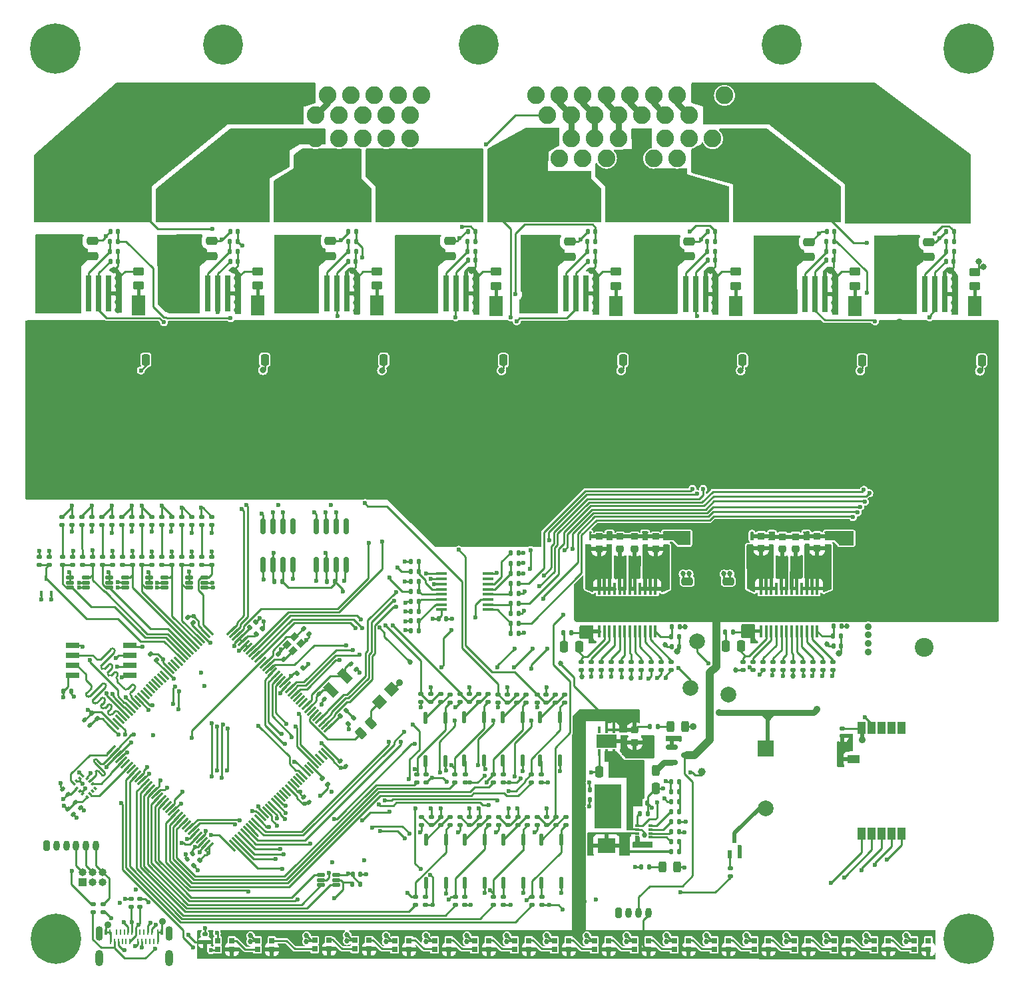
<source format=gbr>
%TF.GenerationSoftware,KiCad,Pcbnew,(6.0.8)*%
%TF.CreationDate,2023-06-01T04:18:12+02:00*%
%TF.ProjectId,pdms,70646d73-2e6b-4696-9361-645f70636258,rev?*%
%TF.SameCoordinates,Original*%
%TF.FileFunction,Copper,L1,Top*%
%TF.FilePolarity,Positive*%
%FSLAX46Y46*%
G04 Gerber Fmt 4.6, Leading zero omitted, Abs format (unit mm)*
G04 Created by KiCad (PCBNEW (6.0.8)) date 2023-06-01 04:18:12*
%MOMM*%
%LPD*%
G01*
G04 APERTURE LIST*
G04 Aperture macros list*
%AMRoundRect*
0 Rectangle with rounded corners*
0 $1 Rounding radius*
0 $2 $3 $4 $5 $6 $7 $8 $9 X,Y pos of 4 corners*
0 Add a 4 corners polygon primitive as box body*
4,1,4,$2,$3,$4,$5,$6,$7,$8,$9,$2,$3,0*
0 Add four circle primitives for the rounded corners*
1,1,$1+$1,$2,$3*
1,1,$1+$1,$4,$5*
1,1,$1+$1,$6,$7*
1,1,$1+$1,$8,$9*
0 Add four rect primitives between the rounded corners*
20,1,$1+$1,$2,$3,$4,$5,0*
20,1,$1+$1,$4,$5,$6,$7,0*
20,1,$1+$1,$6,$7,$8,$9,0*
20,1,$1+$1,$8,$9,$2,$3,0*%
%AMRotRect*
0 Rectangle, with rotation*
0 The origin of the aperture is its center*
0 $1 length*
0 $2 width*
0 $3 Rotation angle, in degrees counterclockwise*
0 Add horizontal line*
21,1,$1,$2,0,0,$3*%
G04 Aperture macros list end*
%TA.AperFunction,SMDPad,CuDef*%
%ADD10RoundRect,0.140000X0.170000X-0.140000X0.170000X0.140000X-0.170000X0.140000X-0.170000X-0.140000X0*%
%TD*%
%TA.AperFunction,SMDPad,CuDef*%
%ADD11RoundRect,0.135000X-0.135000X-0.185000X0.135000X-0.185000X0.135000X0.185000X-0.135000X0.185000X0*%
%TD*%
%TA.AperFunction,SMDPad,CuDef*%
%ADD12RoundRect,0.135000X0.185000X-0.135000X0.185000X0.135000X-0.185000X0.135000X-0.185000X-0.135000X0*%
%TD*%
%TA.AperFunction,SMDPad,CuDef*%
%ADD13RoundRect,0.135000X-0.185000X0.135000X-0.185000X-0.135000X0.185000X-0.135000X0.185000X0.135000X0*%
%TD*%
%TA.AperFunction,SMDPad,CuDef*%
%ADD14RoundRect,0.250000X-0.450000X0.262500X-0.450000X-0.262500X0.450000X-0.262500X0.450000X0.262500X0*%
%TD*%
%TA.AperFunction,SMDPad,CuDef*%
%ADD15RoundRect,0.140000X-0.219203X-0.021213X-0.021213X-0.219203X0.219203X0.021213X0.021213X0.219203X0*%
%TD*%
%TA.AperFunction,SMDPad,CuDef*%
%ADD16RoundRect,0.135000X0.135000X0.185000X-0.135000X0.185000X-0.135000X-0.185000X0.135000X-0.185000X0*%
%TD*%
%TA.AperFunction,ComponentPad*%
%ADD17C,2.000000*%
%TD*%
%TA.AperFunction,SMDPad,CuDef*%
%ADD18R,0.800000X4.600000*%
%TD*%
%TA.AperFunction,SMDPad,CuDef*%
%ADD19R,10.800000X9.400000*%
%TD*%
%TA.AperFunction,SMDPad,CuDef*%
%ADD20R,0.700000X0.700000*%
%TD*%
%TA.AperFunction,SMDPad,CuDef*%
%ADD21RoundRect,0.250000X0.250000X0.475000X-0.250000X0.475000X-0.250000X-0.475000X0.250000X-0.475000X0*%
%TD*%
%TA.AperFunction,SMDPad,CuDef*%
%ADD22R,3.180000X2.000000*%
%TD*%
%TA.AperFunction,SMDPad,CuDef*%
%ADD23RoundRect,0.225000X0.250000X-0.225000X0.250000X0.225000X-0.250000X0.225000X-0.250000X-0.225000X0*%
%TD*%
%TA.AperFunction,SMDPad,CuDef*%
%ADD24RoundRect,0.250000X0.475000X-0.250000X0.475000X0.250000X-0.475000X0.250000X-0.475000X-0.250000X0*%
%TD*%
%TA.AperFunction,ComponentPad*%
%ADD25RoundRect,0.200000X-0.200000X-0.450000X0.200000X-0.450000X0.200000X0.450000X-0.200000X0.450000X0*%
%TD*%
%TA.AperFunction,ComponentPad*%
%ADD26O,0.800000X1.300000*%
%TD*%
%TA.AperFunction,SMDPad,CuDef*%
%ADD27RoundRect,0.140000X0.140000X0.170000X-0.140000X0.170000X-0.140000X-0.170000X0.140000X-0.170000X0*%
%TD*%
%TA.AperFunction,SMDPad,CuDef*%
%ADD28R,0.450000X1.525000*%
%TD*%
%TA.AperFunction,SMDPad,CuDef*%
%ADD29R,6.500000X2.870000*%
%TD*%
%TA.AperFunction,SMDPad,CuDef*%
%ADD30R,1.800000X2.500000*%
%TD*%
%TA.AperFunction,SMDPad,CuDef*%
%ADD31RoundRect,0.150000X-0.587500X-0.150000X0.587500X-0.150000X0.587500X0.150000X-0.587500X0.150000X0*%
%TD*%
%TA.AperFunction,SMDPad,CuDef*%
%ADD32RoundRect,0.135000X0.226274X0.035355X0.035355X0.226274X-0.226274X-0.035355X-0.035355X-0.226274X0*%
%TD*%
%TA.AperFunction,SMDPad,CuDef*%
%ADD33RoundRect,0.225000X-0.250000X0.225000X-0.250000X-0.225000X0.250000X-0.225000X0.250000X0.225000X0*%
%TD*%
%TA.AperFunction,SMDPad,CuDef*%
%ADD34RoundRect,0.019500X0.465500X0.175500X-0.465500X0.175500X-0.465500X-0.175500X0.465500X-0.175500X0*%
%TD*%
%TA.AperFunction,SMDPad,CuDef*%
%ADD35RoundRect,0.019500X-0.465500X-0.175500X0.465500X-0.175500X0.465500X0.175500X-0.465500X0.175500X0*%
%TD*%
%TA.AperFunction,ComponentPad*%
%ADD36R,1.000000X1.000000*%
%TD*%
%TA.AperFunction,ComponentPad*%
%ADD37O,1.000000X1.000000*%
%TD*%
%TA.AperFunction,SMDPad,CuDef*%
%ADD38R,1.750000X0.650000*%
%TD*%
%TA.AperFunction,SMDPad,CuDef*%
%ADD39C,1.000000*%
%TD*%
%TA.AperFunction,SMDPad,CuDef*%
%ADD40RoundRect,0.137500X0.137500X-0.587500X0.137500X0.587500X-0.137500X0.587500X-0.137500X-0.587500X0*%
%TD*%
%TA.AperFunction,ComponentPad*%
%ADD41C,0.800000*%
%TD*%
%TA.AperFunction,ComponentPad*%
%ADD42C,6.400000*%
%TD*%
%TA.AperFunction,SMDPad,CuDef*%
%ADD43RoundRect,0.140000X0.219203X0.021213X0.021213X0.219203X-0.219203X-0.021213X-0.021213X-0.219203X0*%
%TD*%
%TA.AperFunction,SMDPad,CuDef*%
%ADD44RoundRect,0.147500X0.017678X-0.226274X0.226274X-0.017678X-0.017678X0.226274X-0.226274X0.017678X0*%
%TD*%
%TA.AperFunction,SMDPad,CuDef*%
%ADD45RoundRect,0.135000X-0.226274X-0.035355X-0.035355X-0.226274X0.226274X0.035355X0.035355X0.226274X0*%
%TD*%
%TA.AperFunction,SMDPad,CuDef*%
%ADD46RoundRect,0.250000X-0.132583X0.503814X-0.503814X0.132583X0.132583X-0.503814X0.503814X-0.132583X0*%
%TD*%
%TA.AperFunction,SMDPad,CuDef*%
%ADD47R,0.250000X0.750000*%
%TD*%
%TA.AperFunction,SMDPad,CuDef*%
%ADD48R,0.300000X0.750000*%
%TD*%
%TA.AperFunction,ComponentPad*%
%ADD49O,1.025000X2.050000*%
%TD*%
%TA.AperFunction,ComponentPad*%
%ADD50O,0.925000X1.850000*%
%TD*%
%TA.AperFunction,SMDPad,CuDef*%
%ADD51RoundRect,0.135000X-0.035355X0.226274X-0.226274X0.035355X0.035355X-0.226274X0.226274X-0.035355X0*%
%TD*%
%TA.AperFunction,ComponentPad*%
%ADD52C,2.250000*%
%TD*%
%TA.AperFunction,ComponentPad*%
%ADD53C,5.100000*%
%TD*%
%TA.AperFunction,SMDPad,CuDef*%
%ADD54RoundRect,0.243750X0.243750X0.456250X-0.243750X0.456250X-0.243750X-0.456250X0.243750X-0.456250X0*%
%TD*%
%TA.AperFunction,SMDPad,CuDef*%
%ADD55RoundRect,0.250000X-0.250000X-0.475000X0.250000X-0.475000X0.250000X0.475000X-0.250000X0.475000X0*%
%TD*%
%TA.AperFunction,SMDPad,CuDef*%
%ADD56RotRect,0.300000X1.475000X315.000000*%
%TD*%
%TA.AperFunction,SMDPad,CuDef*%
%ADD57RotRect,0.300000X1.475000X225.000000*%
%TD*%
%TA.AperFunction,ComponentPad*%
%ADD58R,2.000000X2.000000*%
%TD*%
%TA.AperFunction,ComponentPad*%
%ADD59C,2.200000*%
%TD*%
%TA.AperFunction,SMDPad,CuDef*%
%ADD60R,0.475000X0.300000*%
%TD*%
%TA.AperFunction,SMDPad,CuDef*%
%ADD61RoundRect,0.140000X-0.140000X-0.170000X0.140000X-0.170000X0.140000X0.170000X-0.140000X0.170000X0*%
%TD*%
%TA.AperFunction,SMDPad,CuDef*%
%ADD62RoundRect,0.135000X0.035355X-0.226274X0.226274X-0.035355X-0.035355X0.226274X-0.226274X0.035355X0*%
%TD*%
%TA.AperFunction,SMDPad,CuDef*%
%ADD63RotRect,0.250000X0.475000X45.000000*%
%TD*%
%TA.AperFunction,SMDPad,CuDef*%
%ADD64RotRect,0.250000X0.475000X315.000000*%
%TD*%
%TA.AperFunction,SMDPad,CuDef*%
%ADD65RoundRect,0.250000X-0.475000X0.250000X-0.475000X-0.250000X0.475000X-0.250000X0.475000X0.250000X0*%
%TD*%
%TA.AperFunction,SMDPad,CuDef*%
%ADD66R,0.300000X0.850000*%
%TD*%
%TA.AperFunction,SMDPad,CuDef*%
%ADD67R,2.500000X1.700000*%
%TD*%
%TA.AperFunction,SMDPad,CuDef*%
%ADD68R,0.450000X0.700000*%
%TD*%
%TA.AperFunction,SMDPad,CuDef*%
%ADD69RotRect,1.000000X1.800000X225.000000*%
%TD*%
%TA.AperFunction,SMDPad,CuDef*%
%ADD70RotRect,0.900000X0.800000X45.000000*%
%TD*%
%TA.AperFunction,SMDPad,CuDef*%
%ADD71RoundRect,0.150000X0.150000X-0.825000X0.150000X0.825000X-0.150000X0.825000X-0.150000X-0.825000X0*%
%TD*%
%TA.AperFunction,SMDPad,CuDef*%
%ADD72RotRect,1.400000X1.400000X45.000000*%
%TD*%
%TA.AperFunction,SMDPad,CuDef*%
%ADD73RoundRect,0.243750X-0.243750X-0.456250X0.243750X-0.456250X0.243750X0.456250X-0.243750X0.456250X0*%
%TD*%
%TA.AperFunction,SMDPad,CuDef*%
%ADD74R,2.286000X1.854500*%
%TD*%
%TA.AperFunction,SMDPad,CuDef*%
%ADD75R,1.475000X0.450000*%
%TD*%
%TA.AperFunction,SMDPad,CuDef*%
%ADD76R,1.000000X1.600000*%
%TD*%
%TA.AperFunction,SMDPad,CuDef*%
%ADD77R,1.600000X1.000000*%
%TD*%
%TA.AperFunction,SMDPad,CuDef*%
%ADD78R,0.550000X1.000000*%
%TD*%
%TA.AperFunction,ComponentPad*%
%ADD79R,2.400000X2.400000*%
%TD*%
%TA.AperFunction,ComponentPad*%
%ADD80C,2.400000*%
%TD*%
%TA.AperFunction,SMDPad,CuDef*%
%ADD81RoundRect,0.140000X-0.021213X0.219203X-0.219203X0.021213X0.021213X-0.219203X0.219203X-0.021213X0*%
%TD*%
%TA.AperFunction,ViaPad*%
%ADD82C,0.600000*%
%TD*%
%TA.AperFunction,ViaPad*%
%ADD83C,0.889000*%
%TD*%
%TA.AperFunction,ViaPad*%
%ADD84C,0.685800*%
%TD*%
%TA.AperFunction,ViaPad*%
%ADD85C,0.800000*%
%TD*%
%TA.AperFunction,Conductor*%
%ADD86C,0.254000*%
%TD*%
%TA.AperFunction,Conductor*%
%ADD87C,0.250000*%
%TD*%
%TA.AperFunction,Conductor*%
%ADD88C,0.508000*%
%TD*%
%TA.AperFunction,Conductor*%
%ADD89C,0.762000*%
%TD*%
%TA.AperFunction,Conductor*%
%ADD90C,1.000000*%
%TD*%
%TA.AperFunction,Conductor*%
%ADD91C,0.300000*%
%TD*%
%TA.AperFunction,Conductor*%
%ADD92C,0.400000*%
%TD*%
G04 APERTURE END LIST*
D10*
%TO.P,C87,1*%
%TO.N,GND*%
X120570000Y-132885000D03*
%TO.P,C87,2*%
%TO.N,+3.3V*%
X120570000Y-131925000D03*
%TD*%
D11*
%TO.P,R8,1*%
%TO.N,/POWER_SWITCHES/BTS50010-1TAE1/IS*%
X42668000Y-69977000D03*
%TO.P,R8,2*%
%TO.N,SENS_OUT2*%
X43688000Y-69977000D03*
%TD*%
D12*
%TO.P,R68,1*%
%TO.N,ADC_PROT1*%
X21434000Y-111112000D03*
%TO.P,R68,2*%
%TO.N,ADC_IN1*%
X21434000Y-110092000D03*
%TD*%
D13*
%TO.P,C91,1*%
%TO.N,GND*%
X39481400Y-158138400D03*
%TO.P,C91,2*%
%TO.N,+5V*%
X39481400Y-159158400D03*
%TD*%
D12*
%TO.P,R52,1*%
%TO.N,SIG_IN8*%
X84175600Y-144274000D03*
%TO.P,R52,2*%
%TO.N,/POWER_SWITCHES/BTS50010-1TAE5/IN*%
X84175600Y-143254000D03*
%TD*%
D13*
%TO.P,R88,1*%
%TO.N,CONN_AD_IN1*%
X22606000Y-105027000D03*
%TO.P,R88,2*%
%TO.N,Net-(R110-Pad2)*%
X22606000Y-106047000D03*
%TD*%
D14*
%TO.P,R150,1*%
%TO.N,GND*%
X122174000Y-73838750D03*
%TO.P,R150,2*%
%TO.N,Net-(D8-Pad2)*%
X122174000Y-75663750D03*
%TD*%
D12*
%TO.P,R34,1*%
%TO.N,GND*%
X67056000Y-144274000D03*
%TO.P,R34,2*%
%TO.N,/POWER_SWITCHES/BTS50010-1TAE4/IN*%
X67056000Y-143254000D03*
%TD*%
D15*
%TO.P,C78,1*%
%TO.N,+3.3V*%
X56673256Y-136101293D03*
%TO.P,C78,2*%
%TO.N,GND*%
X57352078Y-136780115D03*
%TD*%
D12*
%TO.P,R83,1*%
%TO.N,ADC_PROT7*%
X36586000Y-111110000D03*
%TO.P,R83,2*%
%TO.N,ADC_IN7*%
X36586000Y-110090000D03*
%TD*%
D16*
%TO.P,R137,1*%
%TO.N,GND*%
X79400200Y-119837200D03*
%TO.P,R137,2*%
%TO.N,/VOLTAGE_OUT_MUX/HP_MOS_DIV8*%
X78380200Y-119837200D03*
%TD*%
D17*
%TO.P,TP3,1,1*%
%TO.N,SPI2_MISO*%
X102108000Y-120904000D03*
%TD*%
D11*
%TO.P,R46,1*%
%TO.N,/POWER_SWITCHES/BTS50010-1TAE7/IS*%
X118514400Y-69951600D03*
%TO.P,R46,2*%
%TO.N,SENS_OUT7*%
X119534400Y-69951600D03*
%TD*%
D18*
%TO.P,IC1,1,GND*%
%TO.N,GND*%
X27279600Y-76575000D03*
%TO.P,IC1,2,IN*%
%TO.N,/POWER_SWITCHES/BTS50010-1TAE/IN*%
X26009600Y-76575000D03*
%TO.P,IC1,3,IS*%
%TO.N,/POWER_SWITCHES/BTS50010-1TAE/IS*%
X24739600Y-76575000D03*
%TO.P,IC1,5,OUT_1*%
%TO.N,/POWER_SWITCHES/BTS50010-1TAE/OUT*%
X22199600Y-76575000D03*
%TO.P,IC1,6,OUT_2*%
X20929600Y-76575000D03*
%TO.P,IC1,7,OUT_3*%
X19659600Y-76575000D03*
D19*
%TO.P,IC1,8,VS*%
%TO.N,+12V*%
X23469600Y-85725000D03*
%TD*%
D20*
%TO.P,D18,1,VDD*%
%TO.N,+5V*%
X75616400Y-160050000D03*
%TO.P,D18,2,DOUT*%
%TO.N,Net-(D18-Pad2)*%
X75616400Y-158950000D03*
%TO.P,D18,3,VSS*%
%TO.N,GND*%
X73786400Y-158950000D03*
%TO.P,D18,4,DIN*%
%TO.N,Net-(D16-Pad2)*%
X73786400Y-160050000D03*
%TD*%
D12*
%TO.P,R77,1*%
%TO.N,ADC_PROT4*%
X28979000Y-111112000D03*
%TO.P,R77,2*%
%TO.N,ADC_IN4*%
X28979000Y-110092000D03*
%TD*%
D21*
%TO.P,C34,1*%
%TO.N,GND*%
X123073200Y-85108450D03*
%TO.P,C34,2*%
%TO.N,+12V*%
X121173200Y-85108450D03*
%TD*%
D11*
%TO.P,R143,1*%
%TO.N,/VOLTAGE_OUT_MUX/HP_MOS_DIV6*%
X78380200Y-113487200D03*
%TO.P,R143,2*%
%TO.N,HP_MOS6*%
X79400200Y-113487200D03*
%TD*%
D12*
%TO.P,R25,1*%
%TO.N,LP_SIG_IN2*%
X96280000Y-124516000D03*
%TO.P,R25,2*%
%TO.N,Net-(IC7-Pad9)*%
X96280000Y-123496000D03*
%TD*%
D22*
%TO.P,F9,1*%
%TO.N,/POWER_SWITCHES/BTS50010-1TAE5/OUT*%
X127882140Y-71543000D03*
%TO.P,F9,2*%
%TO.N,HP_MOS8*%
X127882140Y-66543000D03*
%TD*%
D16*
%TO.P,R152,1*%
%TO.N,GND*%
X79400200Y-114757200D03*
%TO.P,R152,2*%
%TO.N,/VOLTAGE_OUT_MUX/HP_MOS_DIV6*%
X78380200Y-114757200D03*
%TD*%
D23*
%TO.P,C73,1*%
%TO.N,/POWER_SWITCHES/BTS722204-2/OUT3*%
X117348000Y-109029800D03*
%TO.P,C73,2*%
%TO.N,GND*%
X117348000Y-107479800D03*
%TD*%
D24*
%TO.P,C27,1*%
%TO.N,/POWER_SWITCHES/BTS50010-1TAE4/OUT*%
X85902800Y-71917600D03*
%TO.P,C27,2*%
%TO.N,GND*%
X85902800Y-70017600D03*
%TD*%
D25*
%TO.P,J5,1,Pin_1*%
%TO.N,SAFETY_IN*%
X92125000Y-155450000D03*
D26*
%TO.P,J5,2,Pin_2*%
%TO.N,GND*%
X93375000Y-155450000D03*
%TO.P,J5,3,Pin_3*%
%TO.N,+12V*%
X94625000Y-155450000D03*
%TO.P,J5,4,Pin_4*%
%TO.N,+5V*%
X95875000Y-155450000D03*
%TD*%
D12*
%TO.P,R173,1*%
%TO.N,USB_CONN_D-*%
X31242000Y-154686000D03*
%TO.P,R173,2*%
%TO.N,GND*%
X31242000Y-153666000D03*
%TD*%
%TO.P,R106,1*%
%TO.N,ADC_IN4*%
X28956000Y-106047000D03*
%TO.P,R106,2*%
%TO.N,CONN_AD_IN4*%
X28956000Y-105027000D03*
%TD*%
D20*
%TO.P,D10,1,VDD*%
%TO.N,+5V*%
X55296400Y-160020000D03*
%TO.P,D10,2,DOUT*%
%TO.N,Net-(D10-Pad2)*%
X55296400Y-158920000D03*
%TO.P,D10,3,VSS*%
%TO.N,GND*%
X53466400Y-158920000D03*
%TO.P,D10,4,DIN*%
%TO.N,Net-(D10-Pad4)*%
X53466400Y-160020000D03*
%TD*%
D13*
%TO.P,R130,1*%
%TO.N,Net-(R130-Pad1)*%
X67564000Y-153388600D03*
%TO.P,R130,2*%
%TO.N,SAFETY_IN*%
X67564000Y-154408600D03*
%TD*%
D23*
%TO.P,C70,1*%
%TO.N,/POWER_SWITCHES/BTS722204-2/OUT0*%
X110223000Y-109004800D03*
%TO.P,C70,2*%
%TO.N,GND*%
X110223000Y-107454800D03*
%TD*%
D27*
%TO.P,C32,1*%
%TO.N,SENS_OUT7*%
X119532400Y-68681600D03*
%TO.P,C32,2*%
%TO.N,GND*%
X118572400Y-68681600D03*
%TD*%
D16*
%TO.P,R156,1*%
%TO.N,GND*%
X79400200Y-112217200D03*
%TO.P,R156,2*%
%TO.N,/VOLTAGE_OUT_MUX/HP_MOS_DIV5*%
X78380200Y-112217200D03*
%TD*%
D28*
%TO.P,IC7,1,GND_1*%
%TO.N,GND*%
X89638000Y-119606000D03*
%TO.P,IC7,2,VDD*%
%TO.N,/POWER_SWITCHES/BTS722204-1/VDD_IO*%
X90288000Y-119606000D03*
%TO.P,IC7,3,SO*%
%TO.N,/POWER_SWITCHES/BTS722204-1/SO*%
X90938000Y-119606000D03*
%TO.P,IC7,4,SI*%
%TO.N,/POWER_SWITCHES/BTS722204-1/SI*%
X91588000Y-119606000D03*
%TO.P,IC7,5,SCLK*%
%TO.N,Net-(IC7-Pad5)*%
X92238000Y-119606000D03*
%TO.P,IC7,6,CSN*%
%TO.N,Net-(IC7-Pad6)*%
X92888000Y-119606000D03*
%TO.P,IC7,7,LHI*%
%TO.N,/POWER_SWITCHES/BTS722204-1/LHI*%
X93538000Y-119606000D03*
%TO.P,IC7,8,IN0*%
%TO.N,Net-(IC7-Pad8)*%
X94188000Y-119606000D03*
%TO.P,IC7,9,IN1*%
%TO.N,Net-(IC7-Pad9)*%
X94838000Y-119606000D03*
%TO.P,IC7,10,IN2*%
%TO.N,Net-(IC7-Pad10)*%
X95488000Y-119606000D03*
%TO.P,IC7,11,IN3*%
%TO.N,Net-(IC7-Pad11)*%
X96138000Y-119606000D03*
%TO.P,IC7,12,IS*%
%TO.N,/POWER_SWITCHES/BTS722204-1/IS*%
X96788000Y-119606000D03*
%TO.P,IC7,13,OUT3_1*%
%TO.N,/POWER_SWITCHES/BTS722204-1/OUT3*%
X96788000Y-114182000D03*
%TO.P,IC7,14,OUT3_2*%
X96138000Y-114182000D03*
%TO.P,IC7,15,OUT3_3*%
X95488000Y-114182000D03*
%TO.P,IC7,16,OUT3_4*%
X94838000Y-114182000D03*
%TO.P,IC7,17,OUT2_1*%
%TO.N,/POWER_SWITCHES/BTS722204-1/OUT2*%
X94188000Y-114182000D03*
%TO.P,IC7,18,OUT2_2*%
X93538000Y-114182000D03*
%TO.P,IC7,19,OUT1_1*%
%TO.N,/POWER_SWITCHES/BTS722204-1/OUT1*%
X92888000Y-114182000D03*
%TO.P,IC7,20,OUT1_2*%
X92238000Y-114182000D03*
%TO.P,IC7,21,OUT0_1*%
%TO.N,/POWER_SWITCHES/BTS722204-1/OUT0*%
X91588000Y-114182000D03*
%TO.P,IC7,22,OUT0_2*%
X90938000Y-114182000D03*
%TO.P,IC7,23,OUT0_3*%
X90288000Y-114182000D03*
%TO.P,IC7,24,OUT0_4*%
X89638000Y-114182000D03*
D29*
%TO.P,IC7,25,VS*%
%TO.N,+12V*%
X93213000Y-116894000D03*
%TD*%
D20*
%TO.P,D21,1,VDD*%
%TO.N,+5V*%
X106096400Y-160050000D03*
%TO.P,D21,2,DOUT*%
%TO.N,Net-(D19-Pad4)*%
X106096400Y-158950000D03*
%TO.P,D21,3,VSS*%
%TO.N,GND*%
X104266400Y-158950000D03*
%TO.P,D21,4,DIN*%
%TO.N,Net-(D21-Pad4)*%
X104266400Y-160050000D03*
%TD*%
D24*
%TO.P,C39,1*%
%TO.N,/POWER_SWITCHES/BTS50010-1TAE5/OUT*%
X131521200Y-71968400D03*
%TO.P,C39,2*%
%TO.N,GND*%
X131521200Y-70068400D03*
%TD*%
D13*
%TO.P,R80,1*%
%TO.N,GND*%
X32766000Y-110094000D03*
%TO.P,R80,2*%
%TO.N,ADC_PROT5*%
X32766000Y-111114000D03*
%TD*%
D16*
%TO.P,R62,1*%
%TO.N,Net-(C61-Pad1)*%
X99824000Y-142544800D03*
%TO.P,R62,2*%
%TO.N,Net-(IC11-Pad8)*%
X98804000Y-142544800D03*
%TD*%
D12*
%TO.P,R9,1*%
%TO.N,SIG_IN2*%
X74345800Y-128602200D03*
%TO.P,R9,2*%
%TO.N,/POWER_SWITCHES/BTS50010-1TAE1/IN*%
X74345800Y-127582200D03*
%TD*%
D27*
%TO.P,C24,1*%
%TO.N,SENS_OUT5*%
X89152000Y-68707000D03*
%TO.P,C24,2*%
%TO.N,GND*%
X88192000Y-68707000D03*
%TD*%
D30*
%TO.P,D5,1,A1*%
%TO.N,+12V*%
X76550780Y-82168000D03*
%TO.P,D5,2,A2*%
%TO.N,Net-(D5-Pad2)*%
X76550780Y-78168000D03*
%TD*%
D12*
%TO.P,R75,1*%
%TO.N,ADC_PROT3*%
X26439000Y-111112000D03*
%TO.P,R75,2*%
%TO.N,ADC_IN3*%
X26439000Y-110092000D03*
%TD*%
D31*
%TO.P,Q1,1,G*%
%TO.N,GND*%
X98902400Y-134370800D03*
%TO.P,Q1,2,S*%
%TO.N,Net-(F1-Pad2)*%
X98902400Y-136270800D03*
%TO.P,Q1,3,D*%
%TO.N,+12V*%
X100777400Y-135320800D03*
%TD*%
D11*
%TO.P,R109,1*%
%TO.N,+5V*%
X96063100Y-131724400D03*
%TO.P,R109,2*%
%TO.N,Net-(D35-Pad2)*%
X97083100Y-131724400D03*
%TD*%
D32*
%TO.P,C42,1*%
%TO.N,OSC_IN*%
X49529108Y-123182699D03*
%TO.P,C42,2*%
%TO.N,GND*%
X48807860Y-122461451D03*
%TD*%
D13*
%TO.P,R49,1*%
%TO.N,+3.3V*%
X82956400Y-143254000D03*
%TO.P,R49,2*%
%TO.N,/POWER_SWITCHES/BTS50010-1TAE5/IN*%
X82956400Y-144274000D03*
%TD*%
%TO.P,R111,1*%
%TO.N,SIG_IN1*%
X70662800Y-127618200D03*
%TO.P,R111,2*%
%TO.N,Net-(R110-Pad2)*%
X70662800Y-128638200D03*
%TD*%
%TO.P,R179,1*%
%TO.N,SWDIO*%
X25273000Y-154303000D03*
%TO.P,R179,2*%
%TO.N,USBC_SWDIO*%
X25273000Y-155323000D03*
%TD*%
D12*
%TO.P,R41,1*%
%TO.N,SIG_IN6*%
X74371200Y-144274000D03*
%TO.P,R41,2*%
%TO.N,/POWER_SWITCHES/BTS50010-1TAE6/IN*%
X74371200Y-143254000D03*
%TD*%
D24*
%TO.P,C23,1*%
%TO.N,/POWER_SWITCHES/BTS50010-1TAE3/OUT*%
X70662800Y-71816000D03*
%TO.P,C23,2*%
%TO.N,GND*%
X70662800Y-69916000D03*
%TD*%
D12*
%TO.P,R165,1*%
%TO.N,ADC_IN8*%
X39116000Y-106047000D03*
%TO.P,R165,2*%
%TO.N,CONN_AD_IN8*%
X39116000Y-105027000D03*
%TD*%
D13*
%TO.P,R112,1*%
%TO.N,Net-(R112-Pad1)*%
X67665600Y-137767600D03*
%TO.P,R112,2*%
%TO.N,SAFETY_IN*%
X67665600Y-138787600D03*
%TD*%
D33*
%TO.P,C55,1*%
%TO.N,+5V*%
X94149900Y-132155800D03*
%TO.P,C55,2*%
%TO.N,GND*%
X94149900Y-133705800D03*
%TD*%
D21*
%TO.P,C54,1*%
%TO.N,12V_LOGIC_ONLY*%
X91549900Y-137430800D03*
%TO.P,C54,2*%
%TO.N,GND*%
X89649900Y-137430800D03*
%TD*%
D32*
%TO.P,C48,1*%
%TO.N,+3.3V*%
X33319957Y-123224560D03*
%TO.P,C48,2*%
%TO.N,GND*%
X32598709Y-122503312D03*
%TD*%
D15*
%TO.P,C81,1*%
%TO.N,+3.3V*%
X52004547Y-140724039D03*
%TO.P,C81,2*%
%TO.N,GND*%
X52683369Y-141402861D03*
%TD*%
D27*
%TO.P,C5,1*%
%TO.N,SENS_OUT2*%
X43686000Y-68707000D03*
%TO.P,C5,2*%
%TO.N,GND*%
X42726000Y-68707000D03*
%TD*%
D34*
%TO.P,D24,1*%
%TO.N,GND*%
X29324000Y-114046000D03*
%TO.P,D24,2*%
X29324000Y-113396000D03*
%TO.P,D24,3*%
%TO.N,ADC_PROT4*%
X29324000Y-112746000D03*
D35*
%TO.P,D24,4*%
%TO.N,+3.3V*%
X27364000Y-112746000D03*
%TO.P,D24,5*%
X27364000Y-113396000D03*
%TO.P,D24,6*%
%TO.N,ADC_PROT3*%
X27364000Y-114046000D03*
%TD*%
D36*
%TO.P,J1,1,Pin_1*%
%TO.N,+3.3V*%
X23926800Y-151485600D03*
D37*
%TO.P,J1,2,Pin_2*%
%TO.N,NRST*%
X23926800Y-150215600D03*
%TO.P,J1,3,Pin_3*%
%TO.N,GND*%
X25196800Y-151485600D03*
%TO.P,J1,4,Pin_4*%
%TO.N,SWDIO*%
X25196800Y-150215600D03*
%TO.P,J1,5,Pin_5*%
%TO.N,+5V*%
X26466800Y-151485600D03*
%TO.P,J1,6,Pin_6*%
%TO.N,SWCLK*%
X26466800Y-150215600D03*
%TD*%
D13*
%TO.P,R122,1*%
%TO.N,SIG_IN4*%
X85242400Y-127607600D03*
%TO.P,R122,2*%
%TO.N,Net-(R107-Pad2)*%
X85242400Y-128627600D03*
%TD*%
D38*
%TO.P,IC20,1,~{CS}*%
%TO.N,NCS*%
X29910000Y-125160000D03*
%TO.P,IC20,2,SO(I/O1)*%
%TO.N,BK1_IO1*%
X29910000Y-123890000D03*
%TO.P,IC20,3,~{WP(I}/O2)*%
%TO.N,BK1_IO2*%
X29910000Y-122620000D03*
%TO.P,IC20,4,GND*%
%TO.N,GND*%
X29910000Y-121350000D03*
%TO.P,IC20,5,SI(I/O0)*%
%TO.N,BK1_IO0*%
X22660000Y-121350000D03*
%TO.P,IC20,6,SCK*%
%TO.N,CLK*%
X22660000Y-122620000D03*
%TO.P,IC20,7,~{HOLD(I}/O3)*%
%TO.N,BK1_IO3*%
X22660000Y-123890000D03*
%TO.P,IC20,8,VCC*%
%TO.N,+3.3V*%
X22660000Y-125160000D03*
%TD*%
D22*
%TO.P,F2,1*%
%TO.N,/POWER_SWITCHES/BTS50010-1TAE/OUT*%
X21590000Y-71455000D03*
%TO.P,F2,2*%
%TO.N,HP_MOS1*%
X21590000Y-66455000D03*
%TD*%
D11*
%TO.P,R153,1*%
%TO.N,GND*%
X65682600Y-118262400D03*
%TO.P,R153,2*%
%TO.N,/VOLTAGE_OUT_MUX/HP_MOS_DIV1*%
X66702600Y-118262400D03*
%TD*%
D13*
%TO.P,R86,1*%
%TO.N,GND*%
X40396000Y-110092000D03*
%TO.P,R86,2*%
%TO.N,ADC_PROT8*%
X40396000Y-111112000D03*
%TD*%
%TO.P,R162,1*%
%TO.N,CONN_AD_IN6*%
X35306000Y-105027000D03*
%TO.P,R162,2*%
%TO.N,Net-(R117-Pad2)*%
X35306000Y-106047000D03*
%TD*%
D39*
%TO.P,TP1,1,1*%
%TO.N,/POWER1/PG3V3*%
X102666800Y-137500000D03*
%TD*%
D40*
%TO.P,U4,1*%
%TO.N,Net-(R127-Pad1)*%
X72491600Y-136049200D03*
%TO.P,U4,2*%
%TO.N,GND*%
X75031600Y-136049200D03*
%TO.P,U4,3*%
%TO.N,Net-(R113-Pad2)*%
X75031600Y-130549200D03*
%TO.P,U4,4*%
%TO.N,SIG_IN2*%
X72491600Y-130549200D03*
%TD*%
D41*
%TO.P,H2,1,1*%
%TO.N,GND*%
X138336856Y-43730344D03*
X136639800Y-43027400D03*
X134942744Y-47124456D03*
D42*
X136639800Y-45427400D03*
D41*
X134239800Y-45427400D03*
X134942744Y-43730344D03*
X136639800Y-47827400D03*
X138336856Y-47124456D03*
X139039800Y-45427400D03*
%TD*%
D12*
%TO.P,R91,1*%
%TO.N,ADC_IN3*%
X26416000Y-106047000D03*
%TO.P,R91,2*%
%TO.N,CONN_AD_IN3*%
X26416000Y-105027000D03*
%TD*%
D20*
%TO.P,D15,1,VDD*%
%TO.N,+5V*%
X121336400Y-160050000D03*
%TO.P,D15,2,DOUT*%
%TO.N,Net-(D13-Pad4)*%
X121336400Y-158950000D03*
%TO.P,D15,3,VSS*%
%TO.N,GND*%
X119506400Y-158950000D03*
%TO.P,D15,4,DIN*%
%TO.N,Net-(D15-Pad4)*%
X119506400Y-160050000D03*
%TD*%
D21*
%TO.P,C56,1*%
%TO.N,GND*%
X96809600Y-139573000D03*
%TO.P,C56,2*%
%TO.N,12V_LOGIC_ONLY*%
X94909600Y-139573000D03*
%TD*%
%TO.P,C22,1*%
%TO.N,GND*%
X77449980Y-85070200D03*
%TO.P,C22,2*%
%TO.N,+12V*%
X75549980Y-85070200D03*
%TD*%
D12*
%TO.P,R50,1*%
%TO.N,GND*%
X81737200Y-144274000D03*
%TO.P,R50,2*%
%TO.N,/POWER_SWITCHES/BTS50010-1TAE5/IN*%
X81737200Y-143254000D03*
%TD*%
D13*
%TO.P,R124,1*%
%TO.N,SIG_IN6*%
X75565000Y-143254000D03*
%TO.P,R124,2*%
%TO.N,Net-(R117-Pad2)*%
X75565000Y-144274000D03*
%TD*%
D27*
%TO.P,C65,1*%
%TO.N,+5V*%
X49305400Y-113244400D03*
%TO.P,C65,2*%
%TO.N,GND*%
X48345400Y-113244400D03*
%TD*%
D43*
%TO.P,C82,1*%
%TO.N,+3.3V*%
X24883608Y-131584542D03*
%TO.P,C82,2*%
%TO.N,GND*%
X24204786Y-130905720D03*
%TD*%
D13*
%TO.P,R43,1*%
%TO.N,+3.3V*%
X78079600Y-143254000D03*
%TO.P,R43,2*%
%TO.N,/POWER_SWITCHES/BTS50010-1TAE7/IN*%
X78079600Y-144274000D03*
%TD*%
D18*
%TO.P,IC5,1,GND*%
%TO.N,GND*%
X87948520Y-76624750D03*
%TO.P,IC5,2,IN*%
%TO.N,/POWER_SWITCHES/BTS50010-1TAE4/IN*%
X86678520Y-76624750D03*
%TO.P,IC5,3,IS*%
%TO.N,/POWER_SWITCHES/BTS50010-1TAE4/IS*%
X85408520Y-76624750D03*
%TO.P,IC5,5,OUT_1*%
%TO.N,/POWER_SWITCHES/BTS50010-1TAE4/OUT*%
X82868520Y-76624750D03*
%TO.P,IC5,6,OUT_2*%
X81598520Y-76624750D03*
%TO.P,IC5,7,OUT_3*%
X80328520Y-76624750D03*
D19*
%TO.P,IC5,8,VS*%
%TO.N,+12V*%
X84138520Y-85774750D03*
%TD*%
D13*
%TO.P,R133,1*%
%TO.N,Net-(R133-Pad1)*%
X82346800Y-153414000D03*
%TO.P,R133,2*%
%TO.N,SAFETY_IN*%
X82346800Y-154434000D03*
%TD*%
D11*
%TO.P,R28,1*%
%TO.N,Net-(C19-Pad1)*%
X85102000Y-119733000D03*
%TO.P,R28,2*%
%TO.N,GND*%
X86122000Y-119733000D03*
%TD*%
D14*
%TO.P,R151,1*%
%TO.N,GND*%
X137381740Y-73851500D03*
%TO.P,R151,2*%
%TO.N,Net-(D9-Pad2)*%
X137381740Y-75676500D03*
%TD*%
D12*
%TO.P,R87,1*%
%TO.N,ADC_IN1*%
X21336000Y-106047000D03*
%TO.P,R87,2*%
%TO.N,CONN_AD_IN1*%
X21336000Y-105027000D03*
%TD*%
D13*
%TO.P,R132,1*%
%TO.N,Net-(R132-Pad1)*%
X77419200Y-153414000D03*
%TO.P,R132,2*%
%TO.N,SAFETY_IN*%
X77419200Y-154434000D03*
%TD*%
D23*
%TO.P,C72,1*%
%TO.N,/POWER_SWITCHES/BTS722204-2/OUT2*%
X114623000Y-109097800D03*
%TO.P,C72,2*%
%TO.N,GND*%
X114623000Y-107547800D03*
%TD*%
D44*
%TO.P,D33,1,K*%
%TO.N,GND*%
X57715990Y-131337055D03*
%TO.P,D33,2,A*%
%TO.N,Net-(D33-Pad2)*%
X58401884Y-130651161D03*
%TD*%
D18*
%TO.P,IC3,1,GND*%
%TO.N,GND*%
X57533040Y-76599250D03*
%TO.P,IC3,2,IN*%
%TO.N,/POWER_SWITCHES/BTS50010-1TAE2/IN*%
X56263040Y-76599250D03*
%TO.P,IC3,3,IS*%
%TO.N,/POWER_SWITCHES/BTS50010-1TAE2/IS*%
X54993040Y-76599250D03*
%TO.P,IC3,5,OUT_1*%
%TO.N,/POWER_SWITCHES/BTS50010-1TAE2/OUT*%
X52453040Y-76599250D03*
%TO.P,IC3,6,OUT_2*%
X51183040Y-76599250D03*
%TO.P,IC3,7,OUT_3*%
X49913040Y-76599250D03*
D19*
%TO.P,IC3,8,VS*%
%TO.N,+12V*%
X53723040Y-85749250D03*
%TD*%
D45*
%TO.P,C46,1*%
%TO.N,OSC_OUT*%
X52040752Y-119228559D03*
%TO.P,C46,2*%
%TO.N,GND*%
X52762000Y-119949807D03*
%TD*%
D13*
%TO.P,R100,1*%
%TO.N,Net-(IC16-Pad6)*%
X113036889Y-123474455D03*
%TO.P,R100,2*%
%TO.N,LP_CSN2*%
X113036889Y-124494455D03*
%TD*%
%TO.P,R164,1*%
%TO.N,CONN_AD_IN7*%
X37846000Y-105027000D03*
%TO.P,R164,2*%
%TO.N,Net-(R118-Pad2)*%
X37846000Y-106047000D03*
%TD*%
%TO.P,R107,1*%
%TO.N,CONN_AD_IN4*%
X30226000Y-105027000D03*
%TO.P,R107,2*%
%TO.N,Net-(R107-Pad2)*%
X30226000Y-106047000D03*
%TD*%
D40*
%TO.P,U8,1*%
%TO.N,Net-(R131-Pad1)*%
X72517000Y-151594000D03*
%TO.P,U8,2*%
%TO.N,GND*%
X75057000Y-151594000D03*
%TO.P,U8,3*%
%TO.N,Net-(R117-Pad2)*%
X75057000Y-146094000D03*
%TO.P,U8,4*%
%TO.N,SIG_IN6*%
X72517000Y-146094000D03*
%TD*%
D12*
%TO.P,R110,1*%
%TO.N,PWM_SIG1*%
X66446400Y-138787600D03*
%TO.P,R110,2*%
%TO.N,Net-(R110-Pad2)*%
X66446400Y-137767600D03*
%TD*%
D11*
%TO.P,C63,1*%
%TO.N,GND*%
X88440800Y-140995400D03*
%TO.P,C63,2*%
%TO.N,+3.3V*%
X89460800Y-140995400D03*
%TD*%
D12*
%TO.P,R119,1*%
%TO.N,PWM_SIG8*%
X81127600Y-154434000D03*
%TO.P,R119,2*%
%TO.N,Net-(R119-Pad2)*%
X81127600Y-153414000D03*
%TD*%
D46*
%TO.P,R54,1*%
%TO.N,Net-(C40-Pad2)*%
X60589235Y-131307765D03*
%TO.P,R54,2*%
%TO.N,Net-(IC19-Pad6)*%
X59298765Y-132598235D03*
%TD*%
D18*
%TO.P,IC9,1,GND*%
%TO.N,GND*%
X133571740Y-76663000D03*
%TO.P,IC9,2,IN*%
%TO.N,/POWER_SWITCHES/BTS50010-1TAE5/IN*%
X132301740Y-76663000D03*
%TO.P,IC9,3,IS*%
%TO.N,/POWER_SWITCHES/BTS50010-1TAE5/IS*%
X131031740Y-76663000D03*
%TO.P,IC9,5,OUT_1*%
%TO.N,/POWER_SWITCHES/BTS50010-1TAE5/OUT*%
X128491740Y-76663000D03*
%TO.P,IC9,6,OUT_2*%
X127221740Y-76663000D03*
%TO.P,IC9,7,OUT_3*%
X125951740Y-76663000D03*
D19*
%TO.P,IC9,8,VS*%
%TO.N,+12V*%
X129761740Y-85813000D03*
%TD*%
D16*
%TO.P,C60,1*%
%TO.N,Net-(C60-Pad1)*%
X99824000Y-147624800D03*
%TO.P,C60,2*%
%TO.N,Net-(C60-Pad2)*%
X98804000Y-147624800D03*
%TD*%
D13*
%TO.P,R98,1*%
%TO.N,/POWER_SWITCHES/BTS722204-2/SI*%
X110496889Y-123474455D03*
%TO.P,R98,2*%
%TO.N,SPI2_MOSI*%
X110496889Y-124494455D03*
%TD*%
D21*
%TO.P,C30,1*%
%TO.N,GND*%
X107865460Y-85095700D03*
%TO.P,C30,2*%
%TO.N,+12V*%
X105965460Y-85095700D03*
%TD*%
D27*
%TO.P,C9,1*%
%TO.N,SENS_OUT3*%
X58701440Y-68707000D03*
%TO.P,C9,2*%
%TO.N,GND*%
X57741440Y-68707000D03*
%TD*%
D47*
%TO.P,J6,A1,GNDA*%
%TO.N,GND*%
X27430000Y-157838800D03*
%TO.P,J6,A2,TX1_P*%
%TO.N,unconnected-(J6-PadA2)*%
X28230000Y-157838800D03*
%TO.P,J6,A3,TX1_N*%
%TO.N,unconnected-(J6-PadA3)*%
X28730000Y-157838800D03*
%TO.P,J6,A4,VBUS_A*%
%TO.N,unconnected-(J6-PadA4)*%
X29230000Y-157838800D03*
%TO.P,J6,A5,CC1*%
%TO.N,Net-(J6-PadA5)*%
X29730000Y-157838800D03*
%TO.P,J6,A6,DA_P*%
%TO.N,USB_CONN_D+*%
X30230000Y-157838800D03*
%TO.P,J6,A7,DA_N*%
%TO.N,USB_CONN_D-*%
X30730000Y-157838800D03*
%TO.P,J6,A8,SBU1*%
%TO.N,unconnected-(J6-PadA8)*%
X31230000Y-157838800D03*
%TO.P,J6,A9,VBUS_A*%
%TO.N,unconnected-(J6-PadA9)*%
X31730000Y-157838800D03*
%TO.P,J6,A10,RX2_N*%
%TO.N,USBC_SWCLK*%
X32230000Y-157838800D03*
%TO.P,J6,A11,RX2_P*%
%TO.N,USBC_SWDIO*%
X32730000Y-157838800D03*
%TO.P,J6,A12,GNDA*%
%TO.N,GND*%
X33530000Y-157838800D03*
%TO.P,J6,B1,GNDB*%
X33480000Y-159088800D03*
%TO.P,J6,B2,TX2_P*%
%TO.N,unconnected-(J6-PadB2)*%
X32980000Y-159088800D03*
%TO.P,J6,B3,TX2_N*%
%TO.N,unconnected-(J6-PadB3)*%
X32480000Y-159088800D03*
%TO.P,J6,B4,VBUS_B*%
%TO.N,unconnected-(J6-PadB4)*%
X31980000Y-159088800D03*
%TO.P,J6,B5,CC2*%
%TO.N,Net-(J6-PadB5)*%
X31480000Y-159088800D03*
%TO.P,J6,B6,DB_P*%
%TO.N,USB_CONN_D+*%
X30980000Y-159088800D03*
%TO.P,J6,B7,DB_N*%
%TO.N,USB_CONN_D-*%
X29980000Y-159088800D03*
%TO.P,J6,B8,SBU2*%
%TO.N,unconnected-(J6-PadB8)*%
X29480000Y-159088800D03*
%TO.P,J6,B9,VBUS_B*%
%TO.N,unconnected-(J6-PadB9)*%
X28980000Y-159088800D03*
%TO.P,J6,B10,RX1_N*%
%TO.N,USBC_SWCLK*%
X28480000Y-159088800D03*
%TO.P,J6,B11,RX1_P*%
%TO.N,USBC_SWDIO*%
X27980000Y-159088800D03*
%TO.P,J6,B12,GNDB*%
%TO.N,GND*%
X27480000Y-159088800D03*
D48*
%TO.P,J6,G1,GND*%
X26930000Y-157838800D03*
%TO.P,J6,G2,GND*%
X34030000Y-157838800D03*
D49*
%TO.P,J6,S1,SHIELD*%
%TO.N,unconnected-(J6-PadS1)*%
X26030000Y-161213800D03*
%TO.P,J6,S2,SHIELD*%
%TO.N,unconnected-(J6-PadS2)*%
X34930000Y-161213800D03*
D50*
%TO.P,J6,S3,SHIELD*%
%TO.N,unconnected-(J6-PadS3)*%
X26030000Y-158013800D03*
%TO.P,J6,S4,SHIELD*%
%TO.N,unconnected-(J6-PadS4)*%
X34930000Y-158013800D03*
%TD*%
D12*
%TO.P,R104,1*%
%TO.N,LP_SIG_IN8*%
X119386889Y-124494455D03*
%TO.P,R104,2*%
%TO.N,Net-(IC16-Pad11)*%
X119386889Y-123474455D03*
%TD*%
D51*
%TO.P,C49,1*%
%TO.N,+3.3V*%
X38799329Y-148709113D03*
%TO.P,C49,2*%
%TO.N,GND*%
X38078081Y-149430361D03*
%TD*%
D20*
%TO.P,D16,1,VDD*%
%TO.N,+5V*%
X70536400Y-160050000D03*
%TO.P,D16,2,DOUT*%
%TO.N,Net-(D16-Pad2)*%
X70536400Y-158950000D03*
%TO.P,D16,3,VSS*%
%TO.N,GND*%
X68706400Y-158950000D03*
%TO.P,D16,4,DIN*%
%TO.N,Net-(D14-Pad2)*%
X68706400Y-160050000D03*
%TD*%
D52*
%TO.P,J2,1,1*%
%TO.N,HP_MOS7*%
X105558000Y-59396000D03*
%TO.P,J2,2,2*%
%TO.N,LP_MOS7*%
X104058000Y-56896000D03*
%TO.P,J2,3,3*%
%TO.N,HP_MOS7*%
X102558000Y-59396000D03*
%TO.P,J2,4,4*%
%TO.N,unconnected-(J2-Pad4)*%
X101058000Y-56896000D03*
%TO.P,J2,5,5*%
%TO.N,LP_MOS6*%
X99558000Y-59396000D03*
%TO.P,J2,6,6*%
%TO.N,unconnected-(J2-Pad6)*%
X98058000Y-56896000D03*
%TO.P,J2,7,7*%
%TO.N,LP_MOS5*%
X96558000Y-59396000D03*
%TO.P,J2,8,8*%
%TO.N,HP_MOS6*%
X95058000Y-56896000D03*
%TO.P,J2,9,9*%
X93558000Y-59396000D03*
%TO.P,J2,10,10*%
%TO.N,GND*%
X92058000Y-56896000D03*
%TO.P,J2,11,11*%
%TO.N,LP_MOS4*%
X90558000Y-59396000D03*
%TO.P,J2,12,12*%
%TO.N,GND*%
X89058000Y-56896000D03*
%TO.P,J2,13,13*%
%TO.N,LP_MOS3*%
X87558000Y-59396000D03*
%TO.P,J2,14,14*%
%TO.N,GND*%
X86058000Y-56896000D03*
%TO.P,J2,15,15*%
%TO.N,LP_MOS2*%
X84558000Y-59396000D03*
%TO.P,J2,16,16*%
%TO.N,HP_MOS5*%
X83058000Y-56896000D03*
%TO.P,J2,17,17*%
X81558000Y-59396000D03*
%TO.P,J2,18,18*%
%TO.N,LP_MOS8*%
X105558000Y-51396000D03*
%TO.P,J2,19,19*%
%TO.N,HP_MOS8*%
X104058000Y-53896000D03*
%TO.P,J2,20,20*%
X102558000Y-51396000D03*
%TO.P,J2,21,21*%
%TO.N,+12V*%
X101058000Y-53896000D03*
%TO.P,J2,22,22*%
X99558000Y-51396000D03*
%TO.P,J2,23,23*%
%TO.N,+5V*%
X98058000Y-53896000D03*
%TO.P,J2,24,24*%
X96558000Y-51396000D03*
%TO.P,J2,25,25*%
%TO.N,+3.3V*%
X95058000Y-53896000D03*
%TO.P,J2,26,26*%
X93558000Y-51396000D03*
%TO.P,J2,27,27*%
%TO.N,GND*%
X92058000Y-53896000D03*
%TO.P,J2,28,28*%
X90558000Y-51396000D03*
%TO.P,J2,29,29*%
X89058000Y-53896000D03*
%TO.P,J2,30,30*%
X87558000Y-51396000D03*
%TO.P,J2,31,31*%
X86058000Y-53896000D03*
%TO.P,J2,32,32*%
X84558000Y-51396000D03*
%TO.P,J2,33,33*%
%TO.N,SAFETY_IN*%
X83058000Y-53896000D03*
%TO.P,J2,34,34*%
%TO.N,LP_MOS1*%
X81558000Y-51396000D03*
%TO.P,J2,35,35*%
%TO.N,HP_MOS4*%
X67058000Y-59396000D03*
%TO.P,J2,36,36*%
%TO.N,CAN1_L*%
X65558000Y-56896000D03*
%TO.P,J2,37,37*%
%TO.N,HP_MOS4*%
X64058000Y-59396000D03*
%TO.P,J2,38,38*%
%TO.N,CAN1_H*%
X62558000Y-56896000D03*
%TO.P,J2,39,39*%
%TO.N,HP_MOS4*%
X61058000Y-59396000D03*
%TO.P,J2,40,40*%
%TO.N,CAN2_L*%
X59558000Y-56896000D03*
%TO.P,J2,41,41*%
%TO.N,HP_MOS3*%
X58058000Y-59396000D03*
%TO.P,J2,42,42*%
%TO.N,CAN2_H*%
X56558000Y-56896000D03*
%TO.P,J2,43,43*%
%TO.N,HP_MOS3*%
X55058000Y-59396000D03*
%TO.P,J2,44,44*%
%TO.N,HP_MOS2*%
X53558000Y-56896000D03*
%TO.P,J2,45,45*%
%TO.N,HP_MOS3*%
X52058000Y-59396000D03*
%TO.P,J2,46,46*%
%TO.N,HP_MOS2*%
X50558000Y-56896000D03*
%TO.P,J2,47,47*%
X49058000Y-59396000D03*
%TO.P,J2,48,48*%
%TO.N,CONN_AD_IN1*%
X67058000Y-51396000D03*
%TO.P,J2,49,49*%
%TO.N,CONN_AD_IN2*%
X65558000Y-53896000D03*
%TO.P,J2,50,50*%
%TO.N,CONN_AD_IN3*%
X64058000Y-51396000D03*
%TO.P,J2,51,51*%
%TO.N,CONN_AD_IN4*%
X62558000Y-53896000D03*
%TO.P,J2,52,52*%
%TO.N,CONN_AD_IN5*%
X61058000Y-51396000D03*
%TO.P,J2,53,53*%
%TO.N,CONN_AD_IN6*%
X59558000Y-53896000D03*
%TO.P,J2,54,54*%
%TO.N,CONN_AD_IN7*%
X58058000Y-51396000D03*
%TO.P,J2,55,55*%
%TO.N,CONN_AD_IN8*%
X56558000Y-53896000D03*
%TO.P,J2,56,56*%
%TO.N,GND*%
X55058000Y-51396000D03*
%TO.P,J2,57,57*%
X53558000Y-53896000D03*
%TO.P,J2,58,58*%
%TO.N,HP_MOS1*%
X52058000Y-51396000D03*
%TO.P,J2,59,59*%
X50558000Y-53896000D03*
%TO.P,J2,60,60*%
X49058000Y-51396000D03*
D53*
%TO.P,J2,MH1,MH1*%
%TO.N,unconnected-(J2-PadMH1)*%
X112808000Y-44896000D03*
%TO.P,J2,MH2,MH2*%
%TO.N,unconnected-(J2-PadMH2)*%
X74308000Y-44896000D03*
%TO.P,J2,MH3,MH3*%
%TO.N,unconnected-(J2-PadMH3)*%
X41808000Y-44896000D03*
%TD*%
D30*
%TO.P,D1,1,A1*%
%TO.N,+12V*%
X31089600Y-82131000D03*
%TO.P,D1,2,A2*%
%TO.N,Net-(D1-Pad2)*%
X31089600Y-78131000D03*
%TD*%
D54*
%TO.P,D34,1,K*%
%TO.N,GND*%
X99517200Y-149606000D03*
%TO.P,D34,2,A*%
%TO.N,Net-(D34-Pad2)*%
X97642200Y-149606000D03*
%TD*%
D13*
%TO.P,R92,1*%
%TO.N,CONN_AD_IN3*%
X27686000Y-105027000D03*
%TO.P,R92,2*%
%TO.N,Net-(R114-Pad2)*%
X27686000Y-106047000D03*
%TD*%
D16*
%TO.P,R154,1*%
%TO.N,/VOLTAGE_OUT_MUX/HP_MOS_DIV1*%
X66677000Y-119481600D03*
%TO.P,R154,2*%
%TO.N,HP_MOS1*%
X65657000Y-119481600D03*
%TD*%
D11*
%TO.P,R141,1*%
%TO.N,GND*%
X65682600Y-115824000D03*
%TO.P,R141,2*%
%TO.N,/VOLTAGE_OUT_MUX/HP_MOS_DIV2*%
X66702600Y-115824000D03*
%TD*%
D13*
%TO.P,R71,1*%
%TO.N,GND*%
X25244000Y-110092000D03*
%TO.P,R71,2*%
%TO.N,ADC_PROT2*%
X25244000Y-111112000D03*
%TD*%
%TO.P,R97,1*%
%TO.N,/POWER_SWITCHES/BTS722204-2/SO*%
X109226889Y-123474455D03*
%TO.P,R97,2*%
%TO.N,SPI2_MISO*%
X109226889Y-124494455D03*
%TD*%
D27*
%TO.P,C28,1*%
%TO.N,SENS_OUT6*%
X104392000Y-68681600D03*
%TO.P,C28,2*%
%TO.N,GND*%
X103432000Y-68681600D03*
%TD*%
D20*
%TO.P,D36,1,VDD*%
%TO.N,+5V*%
X48016400Y-160062000D03*
%TO.P,D36,2,DOUT*%
%TO.N,Net-(D10-Pad4)*%
X48016400Y-158962000D03*
%TO.P,D36,3,VSS*%
%TO.N,GND*%
X46186400Y-158962000D03*
%TO.P,D36,4,DIN*%
%TO.N,Net-(D29-Pad2)*%
X46186400Y-160062000D03*
%TD*%
D55*
%TO.P,C19,1*%
%TO.N,Net-(C19-Pad1)*%
X85170000Y-121511000D03*
%TO.P,C19,2*%
%TO.N,/POWER_SWITCHES/BTS722204-1/VDD_IO*%
X87070000Y-121511000D03*
%TD*%
D11*
%TO.P,R60,1*%
%TO.N,Net-(IC11-Pad6)*%
X98804000Y-145084800D03*
%TO.P,R60,2*%
%TO.N,12V_LOGIC_ONLY*%
X99824000Y-145084800D03*
%TD*%
%TO.P,R96,1*%
%TO.N,/POWER_SWITCHES/BTS722204-2/IS*%
X119384889Y-120219455D03*
%TO.P,R96,2*%
%TO.N,SENS_OUT_LP2*%
X120404889Y-120219455D03*
%TD*%
D20*
%TO.P,D30,1,VDD*%
%TO.N,+5V*%
X101016400Y-160050000D03*
%TO.P,D30,2,DOUT*%
%TO.N,Net-(D21-Pad4)*%
X101016400Y-158950000D03*
%TO.P,D30,3,VSS*%
%TO.N,GND*%
X99186400Y-158950000D03*
%TO.P,D30,4,DIN*%
%TO.N,Net-(D30-Pad4)*%
X99186400Y-160050000D03*
%TD*%
D11*
%TO.P,R53,1*%
%TO.N,/POWER_SWITCHES/BTS50010-1TAE5/IS*%
X133722140Y-71221600D03*
%TO.P,R53,2*%
%TO.N,GND*%
X134742140Y-71221600D03*
%TD*%
D27*
%TO.P,C64,1*%
%TO.N,+5V*%
X56004400Y-113244400D03*
%TO.P,C64,2*%
%TO.N,GND*%
X55044400Y-113244400D03*
%TD*%
D12*
%TO.P,R175,1*%
%TO.N,USB_CONN_D+*%
X30099000Y-154686000D03*
%TO.P,R175,2*%
%TO.N,GND*%
X30099000Y-153666000D03*
%TD*%
D18*
%TO.P,IC2,1,GND*%
%TO.N,GND*%
X42409600Y-76586500D03*
%TO.P,IC2,2,IN*%
%TO.N,/POWER_SWITCHES/BTS50010-1TAE1/IN*%
X41139600Y-76586500D03*
%TO.P,IC2,3,IS*%
%TO.N,/POWER_SWITCHES/BTS50010-1TAE1/IS*%
X39869600Y-76586500D03*
%TO.P,IC2,5,OUT_1*%
%TO.N,/POWER_SWITCHES/BTS50010-1TAE1/OUT*%
X37329600Y-76586500D03*
%TO.P,IC2,6,OUT_2*%
X36059600Y-76586500D03*
%TO.P,IC2,7,OUT_3*%
X34789600Y-76586500D03*
D19*
%TO.P,IC2,8,VS*%
%TO.N,+12V*%
X38599600Y-85736500D03*
%TD*%
D13*
%TO.P,R166,1*%
%TO.N,CONN_AD_IN8*%
X40386000Y-105027000D03*
%TO.P,R166,2*%
%TO.N,Net-(R119-Pad2)*%
X40386000Y-106047000D03*
%TD*%
D11*
%TO.P,R105,1*%
%TO.N,/POWER_SWITCHES/BTS722204-2/IS*%
X119427889Y-118949455D03*
%TO.P,R105,2*%
%TO.N,GND*%
X120447889Y-118949455D03*
%TD*%
D56*
%TO.P,IC19,1,PE2*%
%TO.N,LED_STATUS*%
X55174508Y-131868942D03*
%TO.P,IC19,2,PE3*%
%TO.N,/VOLTAGE_OUT_MUX/HP_MOS_SEL1*%
X54820955Y-131515388D03*
%TO.P,IC19,3,PE4*%
%TO.N,/VOLTAGE_OUT_MUX/HP_MOS_SEL2*%
X54467401Y-131161835D03*
%TO.P,IC19,4,PE5*%
%TO.N,/VOLTAGE_OUT_MUX/HP_MOS_SEL3*%
X54113848Y-130808282D03*
%TO.P,IC19,5,PE6*%
%TO.N,unconnected-(IC19-Pad5)*%
X53760294Y-130454728D03*
%TO.P,IC19,6,VBAT*%
%TO.N,Net-(IC19-Pad6)*%
X53406741Y-130101175D03*
%TO.P,IC19,7,PC13*%
%TO.N,unconnected-(IC19-Pad7)*%
X53053188Y-129747621D03*
%TO.P,IC19,8,PC14-OSC32_IN*%
%TO.N,OSC32_IN*%
X52699634Y-129394068D03*
%TO.P,IC19,9,PC15-OSC32_OUT*%
%TO.N,OSC32_OUT*%
X52346081Y-129040515D03*
%TO.P,IC19,10,PF0*%
%TO.N,unconnected-(IC19-Pad10)*%
X51992527Y-128686961D03*
%TO.P,IC19,11,PF1*%
%TO.N,unconnected-(IC19-Pad11)*%
X51638974Y-128333408D03*
%TO.P,IC19,12,PF2*%
%TO.N,unconnected-(IC19-Pad12)*%
X51285421Y-127979854D03*
%TO.P,IC19,13,PF3*%
%TO.N,SENS_OUT_LP2*%
X50931867Y-127626301D03*
%TO.P,IC19,14,PF4*%
%TO.N,SENS_OUT_LP1*%
X50578314Y-127272748D03*
%TO.P,IC19,15,PF5*%
%TO.N,SENS_OUT8*%
X50224760Y-126919194D03*
%TO.P,IC19,16,VSS_1*%
%TO.N,GND*%
X49871207Y-126565641D03*
%TO.P,IC19,17,VDD_1*%
%TO.N,+3.3V*%
X49517654Y-126212087D03*
%TO.P,IC19,18,PF6*%
%TO.N,LP_SIG_IN1*%
X49164100Y-125858534D03*
%TO.P,IC19,19,PF7*%
%TO.N,LP_SIG_IN2*%
X48810547Y-125504981D03*
%TO.P,IC19,20,PF8*%
%TO.N,LP_SIG_IN3*%
X48456994Y-125151427D03*
%TO.P,IC19,21,PF9*%
%TO.N,LP_SIG_IN4*%
X48103440Y-124797874D03*
%TO.P,IC19,22,PF10*%
%TO.N,SENS_OUT7*%
X47749887Y-124444321D03*
%TO.P,IC19,23,PH0-OSC_IN*%
%TO.N,OSC_IN*%
X47396333Y-124090767D03*
%TO.P,IC19,24,PH1-OSC_OUT*%
%TO.N,OSC_OUT*%
X47042780Y-123737214D03*
%TO.P,IC19,25,NRST*%
%TO.N,NRST*%
X46689227Y-123383660D03*
%TO.P,IC19,26,PC0*%
%TO.N,SENS_OUT6*%
X46335673Y-123030107D03*
%TO.P,IC19,27,PC1*%
%TO.N,SENS_OUT5*%
X45982120Y-122676554D03*
%TO.P,IC19,28,PC2*%
%TO.N,/VOLTAGE_OUT_MUX/HP_MOS_ADC*%
X45628566Y-122323000D03*
%TO.P,IC19,29,PC3*%
%TO.N,SENS_OUT4*%
X45275013Y-121969447D03*
%TO.P,IC19,30,VSSA*%
%TO.N,GND*%
X44921460Y-121615893D03*
%TO.P,IC19,31,VREF-*%
X44567906Y-121262340D03*
%TO.P,IC19,32,VREF+*%
%TO.N,VDDA*%
X44214353Y-120908787D03*
%TO.P,IC19,33,VDDA*%
X43860799Y-120555233D03*
%TO.P,IC19,34,PA0*%
%TO.N,SENS_OUT3*%
X43507246Y-120201680D03*
%TO.P,IC19,35,PA1*%
%TO.N,SENS_OUT2*%
X43153693Y-119848126D03*
%TO.P,IC19,36,PA2*%
%TO.N,SENS_OUT1*%
X42800139Y-119494573D03*
D57*
%TO.P,IC19,37,PA3*%
%TO.N,ADC_PROT8*%
X39988683Y-119494573D03*
%TO.P,IC19,38,VSS_2*%
%TO.N,GND*%
X39635129Y-119848126D03*
%TO.P,IC19,39,VDD_2*%
%TO.N,+3.3V*%
X39281576Y-120201680D03*
%TO.P,IC19,40,PA4*%
%TO.N,ADC_PROT7*%
X38928023Y-120555233D03*
%TO.P,IC19,41,PA5*%
%TO.N,ADC_PROT6*%
X38574469Y-120908787D03*
%TO.P,IC19,42,PA6*%
%TO.N,ADC_PROT5*%
X38220916Y-121262340D03*
%TO.P,IC19,43,PA7*%
%TO.N,ADC_PROT4*%
X37867362Y-121615893D03*
%TO.P,IC19,44,PC4*%
%TO.N,ADC_PROT3*%
X37513809Y-121969447D03*
%TO.P,IC19,45,PC5*%
%TO.N,ADC_PROT2*%
X37160256Y-122323000D03*
%TO.P,IC19,46,PB0*%
%TO.N,ADC_PROT1*%
X36806702Y-122676554D03*
%TO.P,IC19,47,PB1*%
%TO.N,Net-(D37-Pad3)*%
X36453149Y-123030107D03*
%TO.P,IC19,48,PB2*%
%TO.N,unconnected-(IC19-Pad48)*%
X36099595Y-123383660D03*
%TO.P,IC19,49,PF11*%
%TO.N,unconnected-(IC19-Pad49)*%
X35746042Y-123737214D03*
%TO.P,IC19,50,PF12*%
%TO.N,unconnected-(IC19-Pad50)*%
X35392489Y-124090767D03*
%TO.P,IC19,51,VSS_3*%
%TO.N,GND*%
X35038935Y-124444321D03*
%TO.P,IC19,52,VDD_3*%
%TO.N,+3.3V*%
X34685382Y-124797874D03*
%TO.P,IC19,53,PF13*%
%TO.N,unconnected-(IC19-Pad53)*%
X34331828Y-125151427D03*
%TO.P,IC19,54,PF14*%
%TO.N,unconnected-(IC19-Pad54)*%
X33978275Y-125504981D03*
%TO.P,IC19,55,PF15*%
%TO.N,unconnected-(IC19-Pad55)*%
X33624722Y-125858534D03*
%TO.P,IC19,56,PG0*%
%TO.N,unconnected-(IC19-Pad56)*%
X33271168Y-126212087D03*
%TO.P,IC19,57,PG1*%
%TO.N,unconnected-(IC19-Pad57)*%
X32917615Y-126565641D03*
%TO.P,IC19,58,PE7*%
%TO.N,unconnected-(IC19-Pad58)*%
X32564062Y-126919194D03*
%TO.P,IC19,59,PE8*%
%TO.N,unconnected-(IC19-Pad59)*%
X32210508Y-127272748D03*
%TO.P,IC19,60,PE9*%
%TO.N,unconnected-(IC19-Pad60)*%
X31856955Y-127626301D03*
%TO.P,IC19,61,VSS_4*%
%TO.N,GND*%
X31503401Y-127979854D03*
%TO.P,IC19,62,VDD_4*%
%TO.N,+3.3V*%
X31149848Y-128333408D03*
%TO.P,IC19,63,PE10*%
%TO.N,CLK*%
X30796295Y-128686961D03*
%TO.P,IC19,64,PE11*%
%TO.N,NCS*%
X30442741Y-129040515D03*
%TO.P,IC19,65,PE12*%
%TO.N,BK1_IO0*%
X30089188Y-129394068D03*
%TO.P,IC19,66,PE13*%
%TO.N,BK1_IO1*%
X29735634Y-129747621D03*
%TO.P,IC19,67,PE14*%
%TO.N,BK1_IO2*%
X29382081Y-130101175D03*
%TO.P,IC19,68,PE15*%
%TO.N,BK1_IO3*%
X29028528Y-130454728D03*
%TO.P,IC19,69,PB10*%
%TO.N,unconnected-(IC19-Pad69)*%
X28674974Y-130808282D03*
%TO.P,IC19,70,PB11*%
%TO.N,/ARGB_LEDS/LED_DATA_IN*%
X28321421Y-131161835D03*
%TO.P,IC19,71,VSS_5*%
%TO.N,GND*%
X27967867Y-131515388D03*
%TO.P,IC19,72,VDD_5*%
%TO.N,+3.3V*%
X27614314Y-131868942D03*
D56*
%TO.P,IC19,73,PB12*%
%TO.N,/IMU/IMU_INT1*%
X27614314Y-134680398D03*
%TO.P,IC19,74,PB13*%
%TO.N,/IMU/IMU_I2C_SCL*%
X27967867Y-135033952D03*
%TO.P,IC19,75,PB14*%
%TO.N,/IMU/IMU_I2C_SDA*%
X28321421Y-135387505D03*
%TO.P,IC19,76,PB15*%
%TO.N,/IMU/IMU_I2C_SA0*%
X28674974Y-135741058D03*
%TO.P,IC19,77,PD8*%
%TO.N,/IMU/IMU_MODE_SEL*%
X29028528Y-136094612D03*
%TO.P,IC19,78,PD9*%
%TO.N,unconnected-(IC19-Pad78)*%
X29382081Y-136448165D03*
%TO.P,IC19,79,PD10*%
%TO.N,/IMU/IMU_INT2*%
X29735634Y-136801719D03*
%TO.P,IC19,80,PD11*%
%TO.N,unconnected-(IC19-Pad80)*%
X30089188Y-137155272D03*
%TO.P,IC19,81,PD12*%
%TO.N,PWM_SIG8*%
X30442741Y-137508825D03*
%TO.P,IC19,82,PD13*%
%TO.N,PWM_SIG7*%
X30796295Y-137862379D03*
%TO.P,IC19,83,VSS_6*%
%TO.N,GND*%
X31149848Y-138215932D03*
%TO.P,IC19,84,VDD_6*%
%TO.N,+3.3V*%
X31503401Y-138569486D03*
%TO.P,IC19,85,PD14*%
%TO.N,PWM_SIG6*%
X31856955Y-138923039D03*
%TO.P,IC19,86,PD15*%
%TO.N,PWM_SIG5*%
X32210508Y-139276592D03*
%TO.P,IC19,87,PG2*%
%TO.N,SPI1_SCK*%
X32564062Y-139630146D03*
%TO.P,IC19,88,PG3*%
%TO.N,SPI1_MISO*%
X32917615Y-139983699D03*
%TO.P,IC19,89,PG4*%
%TO.N,SPI1_MOSI*%
X33271168Y-140337253D03*
%TO.P,IC19,90,PG5*%
%TO.N,/PERIPHERAL/TEMP1_ALERT*%
X33624722Y-140690806D03*
%TO.P,IC19,91,PG6*%
%TO.N,/PERIPHERAL/TEMP1_CS*%
X33978275Y-141044359D03*
%TO.P,IC19,92,PG7*%
%TO.N,/PERIPHERAL/BUZZ_IN*%
X34331828Y-141397913D03*
%TO.P,IC19,93,PG8*%
%TO.N,unconnected-(IC19-Pad93)*%
X34685382Y-141751466D03*
%TO.P,IC19,94,VSS_7*%
%TO.N,GND*%
X35038935Y-142105019D03*
%TO.P,IC19,95,VDDIO2_1*%
%TO.N,+3.3V*%
X35392489Y-142458573D03*
%TO.P,IC19,96,PC6*%
%TO.N,PWM_SIG4*%
X35746042Y-142812126D03*
%TO.P,IC19,97,PC7*%
%TO.N,PWM_SIG3*%
X36099595Y-143165680D03*
%TO.P,IC19,98,PC8*%
%TO.N,PWM_SIG2*%
X36453149Y-143519233D03*
%TO.P,IC19,99,PC9*%
%TO.N,PWM_SIG1*%
X36806702Y-143872786D03*
%TO.P,IC19,100,PA8*%
%TO.N,unconnected-(IC19-Pad100)*%
X37160256Y-144226340D03*
%TO.P,IC19,101,PA9*%
%TO.N,LP_SIG_IN7*%
X37513809Y-144579893D03*
%TO.P,IC19,102,PA10*%
%TO.N,LP_SIG_IN8*%
X37867362Y-144933447D03*
%TO.P,IC19,103,PA11*%
%TO.N,/USB-C/USB_D-*%
X38220916Y-145287000D03*
%TO.P,IC19,104,PA12*%
%TO.N,/USB-C/USB_D+*%
X38574469Y-145640553D03*
%TO.P,IC19,105,PA13*%
%TO.N,SWDIO*%
X38928023Y-145994107D03*
%TO.P,IC19,106,VDDUSB*%
%TO.N,+3.3V*%
X39281576Y-146347660D03*
%TO.P,IC19,107,VSS_8*%
%TO.N,GND*%
X39635129Y-146701214D03*
%TO.P,IC19,108,VDD_7*%
%TO.N,+3.3V*%
X39988683Y-147054767D03*
D57*
%TO.P,IC19,109,PA14*%
%TO.N,SWCLK*%
X42800139Y-147054767D03*
%TO.P,IC19,110,PA15*%
%TO.N,Net-(D4-Pad3)*%
X43153693Y-146701214D03*
%TO.P,IC19,111,PC10*%
%TO.N,SPI3_SCK*%
X43507246Y-146347660D03*
%TO.P,IC19,112,PC11*%
%TO.N,SPI3_MISO*%
X43860799Y-145994107D03*
%TO.P,IC19,113,PC12*%
%TO.N,SPI3_MOSI*%
X44214353Y-145640553D03*
%TO.P,IC19,114,PD0*%
%TO.N,BT_CS*%
X44567906Y-145287000D03*
%TO.P,IC19,115,PD1*%
%TO.N,SPI2_SCK*%
X44921460Y-144933447D03*
%TO.P,IC19,116,PD2*%
%TO.N,unconnected-(IC19-Pad116)*%
X45275013Y-144579893D03*
%TO.P,IC19,117,PD3*%
%TO.N,SPI2_MISO*%
X45628566Y-144226340D03*
%TO.P,IC19,118,PD4*%
%TO.N,SPI2_MOSI*%
X45982120Y-143872786D03*
%TO.P,IC19,119,PD5*%
%TO.N,BT_RESET*%
X46335673Y-143519233D03*
%TO.P,IC19,120,VSS_9*%
%TO.N,GND*%
X46689227Y-143165680D03*
%TO.P,IC19,121,VDD_8*%
%TO.N,+3.3V*%
X47042780Y-142812126D03*
%TO.P,IC19,122,PD6*%
%TO.N,BT_IRQ*%
X47396333Y-142458573D03*
%TO.P,IC19,123,PD7*%
%TO.N,LP_CSN2*%
X47749887Y-142105019D03*
%TO.P,IC19,124,PG9*%
%TO.N,LP_CSN1*%
X48103440Y-141751466D03*
%TO.P,IC19,125,PG10*%
%TO.N,LP_SIG_IN6*%
X48456994Y-141397913D03*
%TO.P,IC19,126,PG11*%
%TO.N,LP_SIG_IN5*%
X48810547Y-141044359D03*
%TO.P,IC19,127,PG12*%
%TO.N,unconnected-(IC19-Pad127)*%
X49164100Y-140690806D03*
%TO.P,IC19,128,PG13*%
%TO.N,unconnected-(IC19-Pad128)*%
X49517654Y-140337253D03*
%TO.P,IC19,129,PG14*%
%TO.N,unconnected-(IC19-Pad129)*%
X49871207Y-139983699D03*
%TO.P,IC19,130,VSS_10*%
%TO.N,GND*%
X50224760Y-139630146D03*
%TO.P,IC19,131,VDDIO2_2*%
%TO.N,+3.3V*%
X50578314Y-139276592D03*
%TO.P,IC19,132,PG15*%
%TO.N,unconnected-(IC19-Pad132)*%
X50931867Y-138923039D03*
%TO.P,IC19,133,PB3*%
%TO.N,unconnected-(IC19-Pad133)*%
X51285421Y-138569486D03*
%TO.P,IC19,134,PB4*%
%TO.N,unconnected-(IC19-Pad134)*%
X51638974Y-138215932D03*
%TO.P,IC19,135,PB5*%
%TO.N,/CAN_BUS/CAN2_RX*%
X51992527Y-137862379D03*
%TO.P,IC19,136,PB6*%
%TO.N,/CAN_BUS/CAN2_TX*%
X52346081Y-137508825D03*
%TO.P,IC19,137,PB7*%
%TO.N,unconnected-(IC19-Pad137)*%
X52699634Y-137155272D03*
%TO.P,IC19,138,PH3-BOOT0*%
%TO.N,BOOT0*%
X53053188Y-136801719D03*
%TO.P,IC19,139,PB8*%
%TO.N,/CAN_BUS/CAN1_RX*%
X53406741Y-136448165D03*
%TO.P,IC19,140,PB9*%
%TO.N,/CAN_BUS/CAN1_TX*%
X53760294Y-136094612D03*
%TO.P,IC19,141,PE0*%
%TO.N,unconnected-(IC19-Pad141)*%
X54113848Y-135741058D03*
%TO.P,IC19,142,PE1*%
%TO.N,unconnected-(IC19-Pad142)*%
X54467401Y-135387505D03*
%TO.P,IC19,143,VSS_11*%
%TO.N,GND*%
X54820955Y-135033952D03*
%TO.P,IC19,144,VDD_9*%
%TO.N,+3.3V*%
X55174508Y-134680398D03*
%TD*%
D12*
%TO.P,R161,1*%
%TO.N,ADC_IN6*%
X34036000Y-106047000D03*
%TO.P,R161,2*%
%TO.N,CONN_AD_IN6*%
X34036000Y-105027000D03*
%TD*%
D23*
%TO.P,C16,1*%
%TO.N,/POWER_SWITCHES/BTS722204-1/OUT2*%
X94150000Y-109075000D03*
%TO.P,C16,2*%
%TO.N,GND*%
X94150000Y-107525000D03*
%TD*%
D11*
%TO.P,R3,1*%
%TO.N,/POWER_SWITCHES/BTS50010-1TAE/IS*%
X27430000Y-69977000D03*
%TO.P,R3,2*%
%TO.N,SENS_OUT1*%
X28450000Y-69977000D03*
%TD*%
D34*
%TO.P,D26,1*%
%TO.N,GND*%
X39471000Y-114046000D03*
%TO.P,D26,2*%
X39471000Y-113396000D03*
%TO.P,D26,3*%
%TO.N,ADC_PROT8*%
X39471000Y-112746000D03*
D35*
%TO.P,D26,4*%
%TO.N,+3.3V*%
X37511000Y-112746000D03*
%TO.P,D26,5*%
X37511000Y-113396000D03*
%TO.P,D26,6*%
%TO.N,ADC_PROT7*%
X37511000Y-114046000D03*
%TD*%
D58*
%TO.P,BZ1,1,-*%
%TO.N,+5V*%
X110800000Y-134500000D03*
D17*
%TO.P,BZ1,2,+*%
%TO.N,Net-(BZ1-Pad2)*%
X110800000Y-142100000D03*
%TD*%
D20*
%TO.P,D29,1,VDD*%
%TO.N,+5V*%
X42936400Y-160062000D03*
%TO.P,D29,2,DOUT*%
%TO.N,Net-(D29-Pad2)*%
X42936400Y-158962000D03*
%TO.P,D29,3,VSS*%
%TO.N,GND*%
X41106400Y-158962000D03*
%TO.P,D29,4,DIN*%
%TO.N,/ARGB_LEDS/LED_DATA_IN*%
X41106400Y-160062000D03*
%TD*%
D15*
%TO.P,C75,1*%
%TO.N,+3.3V*%
X22090589Y-142227589D03*
%TO.P,C75,2*%
%TO.N,GND*%
X22769411Y-142906411D03*
%TD*%
D59*
%TO.P,J3,1,1*%
%TO.N,+12V*%
X73380600Y-101854000D03*
%TO.P,J3,2,2*%
X75920600Y-101854000D03*
%TO.P,J3,3,3*%
X78460600Y-101854000D03*
%TO.P,J3,4,4*%
X81000600Y-101854000D03*
%TO.P,J3,5,5*%
X73380600Y-99314000D03*
%TO.P,J3,6,6*%
X75920600Y-99314000D03*
%TO.P,J3,7,7*%
X78460600Y-99314000D03*
%TO.P,J3,8,8*%
X81000600Y-99314000D03*
%TO.P,J3,9,9*%
X73380600Y-96774000D03*
%TO.P,J3,10,10*%
X75920600Y-96774000D03*
%TO.P,J3,11,11*%
X78460600Y-96774000D03*
%TO.P,J3,12,12*%
X81000600Y-96774000D03*
%TO.P,J3,13,13*%
X73380600Y-94234000D03*
%TO.P,J3,14,14*%
X75920600Y-94234000D03*
%TO.P,J3,15,15*%
X78460600Y-94234000D03*
%TO.P,J3,16,16*%
X81000600Y-94234000D03*
%TD*%
D25*
%TO.P,J4,1,Pin_1*%
%TO.N,+3.3V*%
X19379400Y-146906400D03*
D26*
%TO.P,J4,2,Pin_2*%
%TO.N,GND*%
X20629400Y-146906400D03*
%TO.P,J4,3,Pin_3*%
%TO.N,+5V*%
X21879400Y-146906400D03*
%TO.P,J4,4,Pin_4*%
%TO.N,NRST*%
X23129400Y-146906400D03*
%TO.P,J4,5,Pin_5*%
%TO.N,SWDIO*%
X24379400Y-146906400D03*
%TO.P,J4,6,Pin_6*%
%TO.N,SWCLK*%
X25629400Y-146906400D03*
%TD*%
D60*
%TO.P,IC11,1,PG*%
%TO.N,/POWER1/PG3V3*%
X94471500Y-144304800D03*
%TO.P,IC11,2,IN*%
%TO.N,12V_LOGIC_ONLY*%
X94471500Y-144804800D03*
%TO.P,IC11,3,SW*%
%TO.N,Net-(C60-Pad2)*%
X94471500Y-145304800D03*
%TO.P,IC11,4,GND*%
%TO.N,GND*%
X94471500Y-145804800D03*
%TO.P,IC11,5,BST*%
%TO.N,Net-(IC11-Pad5)*%
X96147500Y-145804800D03*
%TO.P,IC11,6,EN*%
%TO.N,Net-(IC11-Pad6)*%
X96147500Y-145304800D03*
%TO.P,IC11,7,SS*%
%TO.N,Net-(C59-Pad2)*%
X96147500Y-144804800D03*
%TO.P,IC11,8,FB*%
%TO.N,Net-(IC11-Pad8)*%
X96147500Y-144304800D03*
%TD*%
D12*
%TO.P,R4,1*%
%TO.N,SIG_IN1*%
X69456800Y-128602200D03*
%TO.P,R4,2*%
%TO.N,/POWER_SWITCHES/BTS50010-1TAE/IN*%
X69456800Y-127582200D03*
%TD*%
D61*
%TO.P,C37,1*%
%TO.N,/POWER_SWITCHES/BTS50010-1TAE5/IN*%
X133733600Y-72491600D03*
%TO.P,C37,2*%
%TO.N,GND*%
X134693600Y-72491600D03*
%TD*%
D13*
%TO.P,R131,1*%
%TO.N,Net-(R131-Pad1)*%
X72517000Y-153414000D03*
%TO.P,R131,2*%
%TO.N,SAFETY_IN*%
X72517000Y-154434000D03*
%TD*%
D11*
%TO.P,R35,1*%
%TO.N,/POWER_SWITCHES/BTS50010-1TAE4/IS*%
X88134000Y-69977000D03*
%TO.P,R35,2*%
%TO.N,SENS_OUT5*%
X89154000Y-69977000D03*
%TD*%
D12*
%TO.P,R19,1*%
%TO.N,SIG_IN4*%
X84074000Y-128627600D03*
%TO.P,R19,2*%
%TO.N,/POWER_SWITCHES/BTS50010-1TAE3/IN*%
X84074000Y-127607600D03*
%TD*%
D13*
%TO.P,R69,1*%
%TO.N,GND*%
X22704000Y-110092000D03*
%TO.P,R69,2*%
%TO.N,ADC_PROT1*%
X22704000Y-111112000D03*
%TD*%
D24*
%TO.P,C4,1*%
%TO.N,/POWER_SWITCHES/BTS50010-1TAE/OUT*%
X25196800Y-71816000D03*
%TO.P,C4,2*%
%TO.N,GND*%
X25196800Y-69916000D03*
%TD*%
D30*
%TO.P,D3,1,A1*%
%TO.N,+12V*%
X61343040Y-82155250D03*
%TO.P,D3,2,A2*%
%TO.N,Net-(D3-Pad2)*%
X61343040Y-78155250D03*
%TD*%
D62*
%TO.P,R66,1*%
%TO.N,LED_STATUS*%
X56710485Y-130366904D03*
%TO.P,R66,2*%
%TO.N,Net-(D33-Pad2)*%
X57431733Y-129645656D03*
%TD*%
D13*
%TO.P,R29,1*%
%TO.N,/POWER_SWITCHES/BTS722204-1/VDD_IO*%
X87390000Y-123496000D03*
%TO.P,R29,2*%
%TO.N,+3.3V*%
X87390000Y-124516000D03*
%TD*%
D20*
%TO.P,D19,1,VDD*%
%TO.N,+5V*%
X111176400Y-160050000D03*
%TO.P,D19,2,DOUT*%
%TO.N,Net-(D17-Pad4)*%
X111176400Y-158950000D03*
%TO.P,D19,3,VSS*%
%TO.N,GND*%
X109346400Y-158950000D03*
%TO.P,D19,4,DIN*%
%TO.N,Net-(D19-Pad4)*%
X109346400Y-160050000D03*
%TD*%
D63*
%TO.P,IC15,1,SDO/SA0*%
%TO.N,/IMU/IMU_I2C_SA0*%
X23908318Y-137947658D03*
%TO.P,IC15,2,RES_1*%
%TO.N,GND*%
X23554765Y-138301212D03*
%TO.P,IC15,3,RES_2*%
X23201212Y-138654765D03*
%TO.P,IC15,4,INT1*%
%TO.N,/IMU/IMU_INT1*%
X22847658Y-139008318D03*
D64*
%TO.P,IC15,5,VDDIO*%
%TO.N,+3.3V*%
X23201212Y-139591682D03*
%TO.P,IC15,6,GND_1*%
%TO.N,GND*%
X23554765Y-139945235D03*
%TO.P,IC15,7,GND_2*%
X23908318Y-140298788D03*
D63*
%TO.P,IC15,8,VDD*%
%TO.N,+3.3V*%
X24491682Y-140652342D03*
%TO.P,IC15,9,INT2*%
%TO.N,/IMU/IMU_INT2*%
X24845235Y-140298788D03*
%TO.P,IC15,10,NC_1*%
%TO.N,unconnected-(IC15-Pad10)*%
X25198788Y-139945235D03*
%TO.P,IC15,11,NC_2*%
%TO.N,unconnected-(IC15-Pad11)*%
X25552342Y-139591682D03*
D64*
%TO.P,IC15,12,CS*%
%TO.N,/IMU/IMU_MODE_SEL*%
X25198788Y-139008318D03*
%TO.P,IC15,13,SCL*%
%TO.N,/IMU/IMU_I2C_SCL*%
X24845235Y-138654765D03*
%TO.P,IC15,14,SDA*%
%TO.N,/IMU/IMU_I2C_SDA*%
X24491682Y-138301212D03*
%TD*%
D14*
%TO.P,R144,1*%
%TO.N,GND*%
X31089600Y-73763500D03*
%TO.P,R144,2*%
%TO.N,Net-(D1-Pad2)*%
X31089600Y-75588500D03*
%TD*%
D30*
%TO.P,D2,1,A1*%
%TO.N,+12V*%
X46219600Y-82142500D03*
%TO.P,D2,2,A2*%
%TO.N,Net-(D2-Pad2)*%
X46219600Y-78142500D03*
%TD*%
D13*
%TO.P,R126,1*%
%TO.N,SIG_IN8*%
X85394800Y-143254000D03*
%TO.P,R126,2*%
%TO.N,Net-(R119-Pad2)*%
X85394800Y-144274000D03*
%TD*%
D61*
%TO.P,C6,1*%
%TO.N,/POWER_SWITCHES/BTS50010-1TAE1/IN*%
X42700000Y-72517000D03*
%TO.P,C6,2*%
%TO.N,GND*%
X43660000Y-72517000D03*
%TD*%
D11*
%TO.P,R51,1*%
%TO.N,/POWER_SWITCHES/BTS50010-1TAE5/IS*%
X133722140Y-69951600D03*
%TO.P,R51,2*%
%TO.N,SENS_OUT8*%
X134742140Y-69951600D03*
%TD*%
D23*
%TO.P,C17,1*%
%TO.N,/POWER_SWITCHES/BTS722204-1/OUT3*%
X96800000Y-109075000D03*
%TO.P,C17,2*%
%TO.N,GND*%
X96800000Y-107525000D03*
%TD*%
D65*
%TO.P,C69,1*%
%TO.N,GND*%
X106045000Y-113223000D03*
%TO.P,C69,2*%
%TO.N,+12V*%
X106045000Y-115123000D03*
%TD*%
D12*
%TO.P,R79,1*%
%TO.N,ADC_PROT5*%
X31496000Y-111114000D03*
%TO.P,R79,2*%
%TO.N,ADC_IN5*%
X31496000Y-110094000D03*
%TD*%
D13*
%TO.P,R76,1*%
%TO.N,GND*%
X27709000Y-110092000D03*
%TO.P,R76,2*%
%TO.N,ADC_PROT3*%
X27709000Y-111112000D03*
%TD*%
D62*
%TO.P,C43,1*%
%TO.N,VDDA*%
X46039376Y-119960624D03*
%TO.P,C43,2*%
%TO.N,GND*%
X46760624Y-119239376D03*
%TD*%
D12*
%TO.P,R113,1*%
%TO.N,PWM_SIG2*%
X71272400Y-138787600D03*
%TO.P,R113,2*%
%TO.N,Net-(R113-Pad2)*%
X71272400Y-137767600D03*
%TD*%
D14*
%TO.P,R149,1*%
%TO.N,GND*%
X106966260Y-73826000D03*
%TO.P,R149,2*%
%TO.N,Net-(D7-Pad2)*%
X106966260Y-75651000D03*
%TD*%
D41*
%TO.P,H1,1,1*%
%TO.N,GND*%
X18787544Y-47124456D03*
D42*
X20484600Y-45427400D03*
D41*
X18787544Y-43730344D03*
X22181656Y-47124456D03*
X20484600Y-47827400D03*
X22181656Y-43730344D03*
X20484600Y-43027400D03*
X22884600Y-45427400D03*
X18084600Y-45427400D03*
%TD*%
D12*
%TO.P,R14,1*%
%TO.N,SIG_IN3*%
X79146400Y-128627600D03*
%TO.P,R14,2*%
%TO.N,/POWER_SWITCHES/BTS50010-1TAE2/IN*%
X79146400Y-127607600D03*
%TD*%
%TO.P,R2,1*%
%TO.N,GND*%
X66979800Y-128604199D03*
%TO.P,R2,2*%
%TO.N,/POWER_SWITCHES/BTS50010-1TAE/IN*%
X66979800Y-127584199D03*
%TD*%
D13*
%TO.P,R44,1*%
%TO.N,/POWER_SWITCHES/BTS722204-1/LHI*%
X93740000Y-123496000D03*
%TO.P,R44,2*%
%TO.N,GND*%
X93740000Y-124516000D03*
%TD*%
D16*
%TO.P,C61,1*%
%TO.N,Net-(C61-Pad1)*%
X99764500Y-138760200D03*
%TO.P,C61,2*%
%TO.N,+3.3V*%
X98744500Y-138760200D03*
%TD*%
D13*
%TO.P,R21,1*%
%TO.N,/POWER_SWITCHES/BTS722204-1/SI*%
X89930000Y-123496000D03*
%TO.P,R21,2*%
%TO.N,SPI2_MOSI*%
X89930000Y-124516000D03*
%TD*%
D11*
%TO.P,R61,1*%
%TO.N,Net-(IC11-Pad5)*%
X98804000Y-146354800D03*
%TO.P,R61,2*%
%TO.N,Net-(C60-Pad1)*%
X99824000Y-146354800D03*
%TD*%
D20*
%TO.P,D17,1,VDD*%
%TO.N,+5V*%
X116256400Y-160050000D03*
%TO.P,D17,2,DOUT*%
%TO.N,Net-(D15-Pad4)*%
X116256400Y-158950000D03*
%TO.P,D17,3,VSS*%
%TO.N,GND*%
X114426400Y-158950000D03*
%TO.P,D17,4,DIN*%
%TO.N,Net-(D17-Pad4)*%
X114426400Y-160050000D03*
%TD*%
D12*
%TO.P,R17,1*%
%TO.N,GND*%
X81737200Y-128627600D03*
%TO.P,R17,2*%
%TO.N,/POWER_SWITCHES/BTS50010-1TAE3/IN*%
X81737200Y-127607600D03*
%TD*%
D13*
%TO.P,R123,1*%
%TO.N,SIG_IN5*%
X70688200Y-143254000D03*
%TO.P,R123,2*%
%TO.N,Net-(R116-Pad2)*%
X70688200Y-144274000D03*
%TD*%
D17*
%TO.P,TP4,1,1*%
%TO.N,SPI2_SCK*%
X106095800Y-127685800D03*
%TD*%
D66*
%TO.P,IC10,1,GND_1*%
%TO.N,GND*%
X89603500Y-135045400D03*
%TO.P,IC10,2,EN*%
%TO.N,12V_LOGIC_ONLY*%
X90553500Y-135045400D03*
%TO.P,IC10,3,VIN*%
X91503500Y-135045400D03*
%TO.P,IC10,4,VOUT*%
%TO.N,+5V*%
X91503500Y-132145400D03*
%TO.P,IC10,5,VSENSE*%
X90553500Y-132145400D03*
%TO.P,IC10,6,ADJ*%
%TO.N,unconnected-(IC10-Pad6)*%
X89603500Y-132145400D03*
D67*
%TO.P,IC10,7,GND_2*%
%TO.N,GND*%
X90553500Y-133595400D03*
%TD*%
D61*
%TO.P,C10,1*%
%TO.N,/POWER_SWITCHES/BTS50010-1TAE2/IN*%
X57686000Y-72517000D03*
%TO.P,C10,2*%
%TO.N,GND*%
X58646000Y-72517000D03*
%TD*%
D21*
%TO.P,C3,1*%
%TO.N,GND*%
X31988800Y-85033200D03*
%TO.P,C3,2*%
%TO.N,+12V*%
X30088800Y-85033200D03*
%TD*%
D32*
%TO.P,C41,1*%
%TO.N,+3.3V*%
X25826183Y-130721165D03*
%TO.P,C41,2*%
%TO.N,GND*%
X25104935Y-129999917D03*
%TD*%
D12*
%TO.P,R103,1*%
%TO.N,LP_SIG_IN7*%
X118116889Y-124494455D03*
%TO.P,R103,2*%
%TO.N,Net-(IC16-Pad10)*%
X118116889Y-123474455D03*
%TD*%
D11*
%TO.P,R139,1*%
%TO.N,/VOLTAGE_OUT_MUX/HP_MOS_DIV7*%
X78380200Y-116027200D03*
%TO.P,R139,2*%
%TO.N,HP_MOS7*%
X79400200Y-116027200D03*
%TD*%
D61*
%TO.P,C86,1*%
%TO.N,+3.3V*%
X58270000Y-150550000D03*
%TO.P,C86,2*%
%TO.N,GND*%
X59230000Y-150550000D03*
%TD*%
D13*
%TO.P,R23,1*%
%TO.N,Net-(IC7-Pad6)*%
X92470000Y-123496000D03*
%TO.P,R23,2*%
%TO.N,LP_CSN1*%
X92470000Y-124516000D03*
%TD*%
D11*
%TO.P,R64,1*%
%TO.N,+3.3V*%
X98787300Y-140019800D03*
%TO.P,R64,2*%
%TO.N,Net-(C61-Pad1)*%
X99807300Y-140019800D03*
%TD*%
D12*
%TO.P,R36,1*%
%TO.N,SIG_IN5*%
X69477466Y-144274000D03*
%TO.P,R36,2*%
%TO.N,/POWER_SWITCHES/BTS50010-1TAE4/IN*%
X69477466Y-143254000D03*
%TD*%
D11*
%TO.P,R37,1*%
%TO.N,/POWER_SWITCHES/BTS50010-1TAE4/IS*%
X88134000Y-71247000D03*
%TO.P,R37,2*%
%TO.N,GND*%
X89154000Y-71247000D03*
%TD*%
D20*
%TO.P,D20,1,VDD*%
%TO.N,+5V*%
X80696400Y-160050000D03*
%TO.P,D20,2,DOUT*%
%TO.N,Net-(D20-Pad2)*%
X80696400Y-158950000D03*
%TO.P,D20,3,VSS*%
%TO.N,GND*%
X78866400Y-158950000D03*
%TO.P,D20,4,DIN*%
%TO.N,Net-(D18-Pad2)*%
X78866400Y-160050000D03*
%TD*%
D68*
%TO.P,D37,1*%
%TO.N,GND*%
X18654000Y-114792000D03*
%TO.P,D37,2*%
%TO.N,+3.3V*%
X19954000Y-114792000D03*
%TO.P,D37,3*%
%TO.N,Net-(D37-Pad3)*%
X19304000Y-112792000D03*
%TD*%
D13*
%TO.P,R22,1*%
%TO.N,Net-(IC7-Pad5)*%
X91200000Y-123496000D03*
%TO.P,R22,2*%
%TO.N,SPI2_SCK*%
X91200000Y-124516000D03*
%TD*%
D41*
%TO.P,H3,1,1*%
%TO.N,GND*%
X22207056Y-160434856D03*
X18812944Y-157040744D03*
X22207056Y-157040744D03*
X22910000Y-158737800D03*
X18812944Y-160434856D03*
D42*
X20510000Y-158737800D03*
D41*
X18110000Y-158737800D03*
X20510000Y-161137800D03*
X20510000Y-156337800D03*
%TD*%
D13*
%TO.P,R20,1*%
%TO.N,/POWER_SWITCHES/BTS722204-1/SO*%
X88660000Y-123496000D03*
%TO.P,R20,2*%
%TO.N,SPI2_MISO*%
X88660000Y-124516000D03*
%TD*%
D12*
%TO.P,R114,1*%
%TO.N,PWM_SIG3*%
X76149200Y-138787600D03*
%TO.P,R114,2*%
%TO.N,Net-(R114-Pad2)*%
X76149200Y-137767600D03*
%TD*%
D20*
%TO.P,D32,1,VDD*%
%TO.N,+5V*%
X95936400Y-160050000D03*
%TO.P,D32,2,DOUT*%
%TO.N,Net-(D30-Pad4)*%
X95936400Y-158950000D03*
%TO.P,D32,3,VSS*%
%TO.N,GND*%
X94106400Y-158950000D03*
%TO.P,D32,4,DIN*%
%TO.N,Net-(D31-Pad2)*%
X94106400Y-160050000D03*
%TD*%
D18*
%TO.P,IC8,1,GND*%
%TO.N,GND*%
X118364000Y-76650250D03*
%TO.P,IC8,2,IN*%
%TO.N,/POWER_SWITCHES/BTS50010-1TAE7/IN*%
X117094000Y-76650250D03*
%TO.P,IC8,3,IS*%
%TO.N,/POWER_SWITCHES/BTS50010-1TAE7/IS*%
X115824000Y-76650250D03*
%TO.P,IC8,5,OUT_1*%
%TO.N,/POWER_SWITCHES/BTS50010-1TAE7/OUT*%
X113284000Y-76650250D03*
%TO.P,IC8,6,OUT_2*%
X112014000Y-76650250D03*
%TO.P,IC8,7,OUT_3*%
X110744000Y-76650250D03*
D19*
%TO.P,IC8,8,VS*%
%TO.N,+12V*%
X114554000Y-85800250D03*
%TD*%
D69*
%TO.P,Y2,1,1*%
%TO.N,OSC32_IN*%
X55540647Y-127082534D03*
%TO.P,Y2,2,2*%
%TO.N,OSC32_OUT*%
X57308413Y-125314768D03*
%TD*%
D13*
%TO.P,R125,1*%
%TO.N,SIG_IN7*%
X80518000Y-143254000D03*
%TO.P,R125,2*%
%TO.N,Net-(R118-Pad2)*%
X80518000Y-144274000D03*
%TD*%
D11*
%TO.P,R18,1*%
%TO.N,/POWER_SWITCHES/BTS50010-1TAE3/IS*%
X72891180Y-69977000D03*
%TO.P,R18,2*%
%TO.N,SENS_OUT4*%
X73911180Y-69977000D03*
%TD*%
D30*
%TO.P,D9,1,A1*%
%TO.N,+12V*%
X137381740Y-82219000D03*
%TO.P,D9,2,A2*%
%TO.N,Net-(D9-Pad2)*%
X137381740Y-78219000D03*
%TD*%
D15*
%TO.P,C76,1*%
%TO.N,+3.3V*%
X23045166Y-141321503D03*
%TO.P,C76,2*%
%TO.N,GND*%
X23723988Y-142000325D03*
%TD*%
D61*
%TO.P,C2,1*%
%TO.N,/POWER_SWITCHES/BTS50010-1TAE/IN*%
X27488000Y-72517000D03*
%TO.P,C2,2*%
%TO.N,GND*%
X28448000Y-72517000D03*
%TD*%
D13*
%TO.P,R6,1*%
%TO.N,+3.3V*%
X73152000Y-127582200D03*
%TO.P,R6,2*%
%TO.N,/POWER_SWITCHES/BTS50010-1TAE1/IN*%
X73152000Y-128602200D03*
%TD*%
D22*
%TO.P,F3,1*%
%TO.N,/POWER_SWITCHES/BTS50010-1TAE1/OUT*%
X36720000Y-71466500D03*
%TO.P,F3,2*%
%TO.N,HP_MOS2*%
X36720000Y-66466500D03*
%TD*%
D27*
%TO.P,C36,1*%
%TO.N,SENS_OUT8*%
X134740140Y-68681600D03*
%TO.P,C36,2*%
%TO.N,GND*%
X133780140Y-68681600D03*
%TD*%
D21*
%TO.P,C38,1*%
%TO.N,GND*%
X138280940Y-85121200D03*
%TO.P,C38,2*%
%TO.N,+12V*%
X136380940Y-85121200D03*
%TD*%
D16*
%TO.P,C58,1*%
%TO.N,GND*%
X95760000Y-141452600D03*
%TO.P,C58,2*%
%TO.N,12V_LOGIC_ONLY*%
X94740000Y-141452600D03*
%TD*%
D13*
%TO.P,R129,1*%
%TO.N,Net-(R129-Pad1)*%
X82245200Y-137767600D03*
%TO.P,R129,2*%
%TO.N,SAFETY_IN*%
X82245200Y-138787600D03*
%TD*%
D22*
%TO.P,F4,1*%
%TO.N,/POWER_SWITCHES/BTS50010-1TAE2/OUT*%
X51843440Y-71479250D03*
%TO.P,F4,2*%
%TO.N,HP_MOS3*%
X51843440Y-66479250D03*
%TD*%
D11*
%TO.P,C62,1*%
%TO.N,GND*%
X88440800Y-139725400D03*
%TO.P,C62,2*%
%TO.N,+3.3V*%
X89460800Y-139725400D03*
%TD*%
D13*
%TO.P,R38,1*%
%TO.N,+3.3V*%
X73152000Y-143254000D03*
%TO.P,R38,2*%
%TO.N,/POWER_SWITCHES/BTS50010-1TAE6/IN*%
X73152000Y-144274000D03*
%TD*%
D11*
%TO.P,R42,1*%
%TO.N,/POWER_SWITCHES/BTS50010-1TAE6/IS*%
X103374000Y-71221600D03*
%TO.P,R42,2*%
%TO.N,GND*%
X104394000Y-71221600D03*
%TD*%
D13*
%TO.P,R95,1*%
%TO.N,/POWER_SWITCHES/BTS722204-2/VDD_IO*%
X107956889Y-123474455D03*
%TO.P,R95,2*%
%TO.N,+3.3V*%
X107956889Y-124494455D03*
%TD*%
D14*
%TO.P,R147,1*%
%TO.N,GND*%
X76550780Y-73800500D03*
%TO.P,R147,2*%
%TO.N,Net-(D5-Pad2)*%
X76550780Y-75625500D03*
%TD*%
D12*
%TO.P,R24,1*%
%TO.N,LP_SIG_IN1*%
X95010000Y-124516000D03*
%TO.P,R24,2*%
%TO.N,Net-(IC7-Pad8)*%
X95010000Y-123496000D03*
%TD*%
D13*
%TO.P,R128,1*%
%TO.N,Net-(R128-Pad1)*%
X77419200Y-137767600D03*
%TO.P,R128,2*%
%TO.N,SAFETY_IN*%
X77419200Y-138787600D03*
%TD*%
D12*
%TO.P,R118,1*%
%TO.N,PWM_SIG7*%
X76200000Y-154434000D03*
%TO.P,R118,2*%
%TO.N,Net-(R118-Pad2)*%
X76200000Y-153414000D03*
%TD*%
D24*
%TO.P,C12,1*%
%TO.N,/POWER_SWITCHES/BTS50010-1TAE2/OUT*%
X55473600Y-71816000D03*
%TO.P,C12,2*%
%TO.N,GND*%
X55473600Y-69916000D03*
%TD*%
D15*
%TO.P,C85,1*%
%TO.N,OSC32_OUT*%
X58031362Y-123720667D03*
%TO.P,C85,2*%
%TO.N,GND*%
X58710184Y-124399489D03*
%TD*%
D22*
%TO.P,F5,1*%
%TO.N,/POWER_SWITCHES/BTS50010-1TAE3/OUT*%
X67051180Y-71492000D03*
%TO.P,F5,2*%
%TO.N,HP_MOS4*%
X67051180Y-66492000D03*
%TD*%
D20*
%TO.P,D13,1,VDD*%
%TO.N,+5V*%
X126416400Y-160050000D03*
%TO.P,D13,2,DOUT*%
%TO.N,Net-(D11-Pad4)*%
X126416400Y-158950000D03*
%TO.P,D13,3,VSS*%
%TO.N,GND*%
X124586400Y-158950000D03*
%TO.P,D13,4,DIN*%
%TO.N,Net-(D13-Pad4)*%
X124586400Y-160050000D03*
%TD*%
D12*
%TO.P,R159,1*%
%TO.N,ADC_IN5*%
X31496000Y-106047000D03*
%TO.P,R159,2*%
%TO.N,CONN_AD_IN5*%
X31496000Y-105027000D03*
%TD*%
D11*
%TO.P,R10,1*%
%TO.N,/POWER_SWITCHES/BTS50010-1TAE1/IS*%
X42668000Y-71247000D03*
%TO.P,R10,2*%
%TO.N,GND*%
X43688000Y-71247000D03*
%TD*%
D61*
%TO.P,C25,1*%
%TO.N,/POWER_SWITCHES/BTS50010-1TAE4/IN*%
X88166000Y-72517000D03*
%TO.P,C25,2*%
%TO.N,GND*%
X89126000Y-72517000D03*
%TD*%
D11*
%TO.P,R30,1*%
%TO.N,/POWER_SWITCHES/BTS722204-1/IS*%
X98818000Y-120241000D03*
%TO.P,R30,2*%
%TO.N,SENS_OUT_LP1*%
X99838000Y-120241000D03*
%TD*%
D30*
%TO.P,D7,1,A1*%
%TO.N,+12V*%
X106966260Y-82193500D03*
%TO.P,D7,2,A2*%
%TO.N,Net-(D7-Pad2)*%
X106966260Y-78193500D03*
%TD*%
D21*
%TO.P,C11,1*%
%TO.N,GND*%
X62242240Y-85057450D03*
%TO.P,C11,2*%
%TO.N,+12V*%
X60342240Y-85057450D03*
%TD*%
D24*
%TO.P,C35,1*%
%TO.N,/POWER_SWITCHES/BTS50010-1TAE7/OUT*%
X116281200Y-71943000D03*
%TO.P,C35,2*%
%TO.N,GND*%
X116281200Y-70043000D03*
%TD*%
D16*
%TO.P,C59,1*%
%TO.N,GND*%
X99837300Y-143814800D03*
%TO.P,C59,2*%
%TO.N,Net-(C59-Pad2)*%
X98817300Y-143814800D03*
%TD*%
D22*
%TO.P,F7,1*%
%TO.N,/POWER_SWITCHES/BTS50010-1TAE6/OUT*%
X97466660Y-71517500D03*
%TO.P,F7,2*%
%TO.N,HP_MOS6*%
X97466660Y-66517500D03*
%TD*%
D15*
%TO.P,C74,1*%
%TO.N,GND*%
X21385589Y-139660589D03*
%TO.P,C74,2*%
%TO.N,+3.3V*%
X22064411Y-140339411D03*
%TD*%
D20*
%TO.P,D14,1,VDD*%
%TO.N,+5V*%
X65456400Y-160050000D03*
%TO.P,D14,2,DOUT*%
%TO.N,Net-(D14-Pad2)*%
X65456400Y-158950000D03*
%TO.P,D14,3,VSS*%
%TO.N,GND*%
X63626400Y-158950000D03*
%TO.P,D14,4,DIN*%
%TO.N,Net-(D12-Pad2)*%
X63626400Y-160050000D03*
%TD*%
D17*
%TO.P,TP2,1,1*%
%TO.N,SPI2_MOSI*%
X101250000Y-126796800D03*
%TD*%
D27*
%TO.P,C67,1*%
%TO.N,SENS_OUT_LP2*%
X120374889Y-121489455D03*
%TO.P,C67,2*%
%TO.N,GND*%
X119414889Y-121489455D03*
%TD*%
D12*
%TO.P,R26,1*%
%TO.N,LP_SIG_IN3*%
X97550000Y-124516000D03*
%TO.P,R26,2*%
%TO.N,Net-(IC7-Pad10)*%
X97550000Y-123496000D03*
%TD*%
D11*
%TO.P,R94,1*%
%TO.N,Net-(C68-Pad1)*%
X105668889Y-119711455D03*
%TO.P,R94,2*%
%TO.N,GND*%
X106688889Y-119711455D03*
%TD*%
%TO.P,R13,1*%
%TO.N,/POWER_SWITCHES/BTS50010-1TAE2/IS*%
X57683440Y-69977000D03*
%TO.P,R13,2*%
%TO.N,SENS_OUT3*%
X58703440Y-69977000D03*
%TD*%
D70*
%TO.P,Y1,1,1*%
%TO.N,OSC_IN*%
X50678864Y-122089512D03*
%TO.P,Y1,2,2*%
%TO.N,GND*%
X51668813Y-121099563D03*
%TO.P,Y1,3,3*%
%TO.N,OSC_OUT*%
X50890996Y-120321746D03*
%TO.P,Y1,4,4*%
%TO.N,GND*%
X49901047Y-121311695D03*
%TD*%
D12*
%TO.P,R81,1*%
%TO.N,ADC_PROT6*%
X34036000Y-111114000D03*
%TO.P,R81,2*%
%TO.N,ADC_IN6*%
X34036000Y-110094000D03*
%TD*%
D11*
%TO.P,R155,1*%
%TO.N,/VOLTAGE_OUT_MUX/HP_MOS_DIV5*%
X78380200Y-110947200D03*
%TO.P,R155,2*%
%TO.N,HP_MOS5*%
X79400200Y-110947200D03*
%TD*%
D12*
%TO.P,R117,1*%
%TO.N,PWM_SIG6*%
X71374000Y-154434000D03*
%TO.P,R117,2*%
%TO.N,Net-(R117-Pad2)*%
X71374000Y-153414000D03*
%TD*%
D14*
%TO.P,R148,1*%
%TO.N,GND*%
X91758520Y-73813250D03*
%TO.P,R148,2*%
%TO.N,Net-(D6-Pad2)*%
X91758520Y-75638250D03*
%TD*%
D12*
%TO.P,R47,1*%
%TO.N,SIG_IN7*%
X79298800Y-144274000D03*
%TO.P,R47,2*%
%TO.N,/POWER_SWITCHES/BTS50010-1TAE7/IN*%
X79298800Y-143254000D03*
%TD*%
D71*
%TO.P,U2,1,TXD*%
%TO.N,/CAN_BUS/CAN1_TX*%
X53619400Y-111147400D03*
%TO.P,U2,2,VSS*%
%TO.N,GND*%
X54889400Y-111147400D03*
%TO.P,U2,3,VDD*%
%TO.N,+5V*%
X56159400Y-111147400D03*
%TO.P,U2,4,RXD*%
%TO.N,/CAN_BUS/CAN1_RX*%
X57429400Y-111147400D03*
%TO.P,U2,5,SPLIT*%
%TO.N,unconnected-(U2-Pad5)*%
X57429400Y-106197400D03*
%TO.P,U2,6,CANL*%
%TO.N,CAN1_L*%
X56159400Y-106197400D03*
%TO.P,U2,7,CANH*%
%TO.N,CAN1_H*%
X54889400Y-106197400D03*
%TO.P,U2,8,STBY*%
%TO.N,GND*%
X53619400Y-106197400D03*
%TD*%
D14*
%TO.P,R145,1*%
%TO.N,GND*%
X46219600Y-73775000D03*
%TO.P,R145,2*%
%TO.N,Net-(D2-Pad2)*%
X46219600Y-75600000D03*
%TD*%
D40*
%TO.P,U9,1*%
%TO.N,Net-(R132-Pad1)*%
X77419200Y-151594000D03*
%TO.P,U9,2*%
%TO.N,GND*%
X79959200Y-151594000D03*
%TO.P,U9,3*%
%TO.N,Net-(R118-Pad2)*%
X79959200Y-146094000D03*
%TO.P,U9,4*%
%TO.N,SIG_IN7*%
X77419200Y-146094000D03*
%TD*%
D13*
%TO.P,R82,1*%
%TO.N,GND*%
X35306000Y-110096000D03*
%TO.P,R82,2*%
%TO.N,ADC_PROT6*%
X35306000Y-111116000D03*
%TD*%
D11*
%TO.P,R157,1*%
%TO.N,GND*%
X65682600Y-110744000D03*
%TO.P,R157,2*%
%TO.N,/VOLTAGE_OUT_MUX/HP_MOS_DIV4*%
X66702600Y-110744000D03*
%TD*%
D40*
%TO.P,U7,1*%
%TO.N,Net-(R130-Pad1)*%
X67589400Y-151619400D03*
%TO.P,U7,2*%
%TO.N,GND*%
X70129400Y-151619400D03*
%TO.P,U7,3*%
%TO.N,Net-(R116-Pad2)*%
X70129400Y-146119400D03*
%TO.P,U7,4*%
%TO.N,SIG_IN5*%
X67589400Y-146119400D03*
%TD*%
D12*
%TO.P,R163,1*%
%TO.N,ADC_IN7*%
X36576000Y-106047000D03*
%TO.P,R163,2*%
%TO.N,CONN_AD_IN7*%
X36576000Y-105027000D03*
%TD*%
D72*
%TO.P,C40,1*%
%TO.N,GND*%
X63261817Y-126984183D03*
%TO.P,C40,2*%
%TO.N,Net-(C40-Pad2)*%
X61706183Y-128539817D03*
%TD*%
D12*
%TO.P,R115,1*%
%TO.N,PWM_SIG4*%
X80975200Y-138787600D03*
%TO.P,R115,2*%
%TO.N,Net-(R107-Pad2)*%
X80975200Y-137767600D03*
%TD*%
D13*
%TO.P,R16,1*%
%TO.N,+3.3V*%
X82905600Y-127607600D03*
%TO.P,R16,2*%
%TO.N,/POWER_SWITCHES/BTS50010-1TAE3/IN*%
X82905600Y-128627600D03*
%TD*%
D12*
%TO.P,R102,1*%
%TO.N,LP_SIG_IN6*%
X116846889Y-124494455D03*
%TO.P,R102,2*%
%TO.N,Net-(IC16-Pad9)*%
X116846889Y-123474455D03*
%TD*%
D34*
%TO.P,D25,1*%
%TO.N,GND*%
X34381000Y-114046000D03*
%TO.P,D25,2*%
X34381000Y-113396000D03*
%TO.P,D25,3*%
%TO.N,ADC_PROT6*%
X34381000Y-112746000D03*
D35*
%TO.P,D25,4*%
%TO.N,+3.3V*%
X32421000Y-112746000D03*
%TO.P,D25,5*%
X32421000Y-113396000D03*
%TO.P,D25,6*%
%TO.N,ADC_PROT5*%
X32421000Y-114046000D03*
%TD*%
D61*
%TO.P,C21,1*%
%TO.N,/POWER_SWITCHES/BTS50010-1TAE3/IN*%
X72954000Y-72390000D03*
%TO.P,C21,2*%
%TO.N,GND*%
X73914000Y-72390000D03*
%TD*%
D73*
%TO.P,F1,1*%
%TO.N,12V_LOGIC_ONLY*%
X94922100Y-137287000D03*
%TO.P,F1,2*%
%TO.N,Net-(F1-Pad2)*%
X96797100Y-137287000D03*
%TD*%
D27*
%TO.P,C13,1*%
%TO.N,SENS_OUT4*%
X73909180Y-68707000D03*
%TO.P,C13,2*%
%TO.N,GND*%
X72949180Y-68707000D03*
%TD*%
D12*
%TO.P,R116,1*%
%TO.N,PWM_SIG5*%
X66294000Y-154434000D03*
%TO.P,R116,2*%
%TO.N,Net-(R116-Pad2)*%
X66294000Y-153414000D03*
%TD*%
D20*
%TO.P,D12,1,VDD*%
%TO.N,+5V*%
X60376400Y-159999200D03*
%TO.P,D12,2,DOUT*%
%TO.N,Net-(D12-Pad2)*%
X60376400Y-158899200D03*
%TO.P,D12,3,VSS*%
%TO.N,GND*%
X58546400Y-158899200D03*
%TO.P,D12,4,DIN*%
%TO.N,Net-(D10-Pad2)*%
X58546400Y-159999200D03*
%TD*%
D13*
%TO.P,R99,1*%
%TO.N,Net-(IC16-Pad5)*%
X111766889Y-123474455D03*
%TO.P,R99,2*%
%TO.N,SPI2_SCK*%
X111766889Y-124494455D03*
%TD*%
D16*
%TO.P,R158,1*%
%TO.N,/VOLTAGE_OUT_MUX/HP_MOS_DIV4*%
X66702600Y-112014000D03*
%TO.P,R158,2*%
%TO.N,HP_MOS4*%
X65682600Y-112014000D03*
%TD*%
D22*
%TO.P,F6,1*%
%TO.N,/POWER_SWITCHES/BTS50010-1TAE4/OUT*%
X82258920Y-71504750D03*
%TO.P,F6,2*%
%TO.N,HP_MOS5*%
X82258920Y-66504750D03*
%TD*%
D13*
%TO.P,R127,1*%
%TO.N,Net-(R127-Pad1)*%
X72593200Y-137767600D03*
%TO.P,R127,2*%
%TO.N,SAFETY_IN*%
X72593200Y-138787600D03*
%TD*%
D74*
%TO.P,L2,1*%
%TO.N,Net-(C60-Pad2)*%
X90551000Y-146862800D03*
%TO.P,L2,2*%
%TO.N,+3.3V*%
X90551000Y-143078300D03*
%TD*%
D12*
%TO.P,R7,1*%
%TO.N,GND*%
X71932800Y-128602200D03*
%TO.P,R7,2*%
%TO.N,/POWER_SWITCHES/BTS50010-1TAE1/IN*%
X71932800Y-127582200D03*
%TD*%
D23*
%TO.P,C14,1*%
%TO.N,/POWER_SWITCHES/BTS722204-1/OUT0*%
X89600000Y-109075000D03*
%TO.P,C14,2*%
%TO.N,GND*%
X89600000Y-107525000D03*
%TD*%
D24*
%TO.P,C8,1*%
%TO.N,/POWER_SWITCHES/BTS50010-1TAE1/OUT*%
X40335200Y-71816000D03*
%TO.P,C8,2*%
%TO.N,GND*%
X40335200Y-69916000D03*
%TD*%
D11*
%TO.P,R138,1*%
%TO.N,GND*%
X65680400Y-113233200D03*
%TO.P,R138,2*%
%TO.N,/VOLTAGE_OUT_MUX/HP_MOS_DIV3*%
X66700400Y-113233200D03*
%TD*%
D40*
%TO.P,U6,1*%
%TO.N,Net-(R129-Pad1)*%
X82143600Y-136049200D03*
%TO.P,U6,2*%
%TO.N,GND*%
X84683600Y-136049200D03*
%TO.P,U6,3*%
%TO.N,Net-(R107-Pad2)*%
X84683600Y-130549200D03*
%TO.P,U6,4*%
%TO.N,SIG_IN4*%
X82143600Y-130549200D03*
%TD*%
D55*
%TO.P,C68,1*%
%TO.N,Net-(C68-Pad1)*%
X105736889Y-121489455D03*
%TO.P,C68,2*%
%TO.N,/POWER_SWITCHES/BTS722204-2/VDD_IO*%
X107636889Y-121489455D03*
%TD*%
D14*
%TO.P,R146,1*%
%TO.N,GND*%
X61343040Y-73787750D03*
%TO.P,R146,2*%
%TO.N,Net-(D3-Pad2)*%
X61343040Y-75612750D03*
%TD*%
D11*
%TO.P,R5,1*%
%TO.N,/POWER_SWITCHES/BTS50010-1TAE/IS*%
X27430000Y-71247000D03*
%TO.P,R5,2*%
%TO.N,GND*%
X28450000Y-71247000D03*
%TD*%
D35*
%TO.P,IC12,1,~{CS}*%
%TO.N,/PERIPHERAL/TEMP1_CS*%
X54270000Y-150600000D03*
%TO.P,IC12,2,GND*%
%TO.N,GND*%
X54270000Y-151250000D03*
%TO.P,IC12,3,SIO*%
%TO.N,SPI1_MISO*%
X54270000Y-151900000D03*
D34*
%TO.P,IC12,4,SCLK*%
%TO.N,SPI1_SCK*%
X56230000Y-151900000D03*
%TO.P,IC12,5,~{ALERT}*%
%TO.N,/PERIPHERAL/TEMP1_ALERT*%
X56230000Y-151250000D03*
%TO.P,IC12,6,VDD*%
%TO.N,+3.3V*%
X56230000Y-150600000D03*
%TD*%
D21*
%TO.P,C26,1*%
%TO.N,GND*%
X92657720Y-85082950D03*
%TO.P,C26,2*%
%TO.N,+12V*%
X90757720Y-85082950D03*
%TD*%
D11*
%TO.P,R31,1*%
%TO.N,/POWER_SWITCHES/BTS722204-1/IS*%
X98861000Y-118971000D03*
%TO.P,R31,2*%
%TO.N,GND*%
X99881000Y-118971000D03*
%TD*%
D16*
%TO.P,C57,1*%
%TO.N,GND*%
X95819500Y-142798800D03*
%TO.P,C57,2*%
%TO.N,/POWER1/PG3V3*%
X94799500Y-142798800D03*
%TD*%
D75*
%TO.P,IC13,1,Y4*%
%TO.N,/VOLTAGE_OUT_MUX/HP_MOS_DIV8*%
X75482600Y-116829000D03*
%TO.P,IC13,2,Y6*%
%TO.N,/VOLTAGE_OUT_MUX/HP_MOS_DIV7*%
X75482600Y-116179000D03*
%TO.P,IC13,3,Z*%
%TO.N,/VOLTAGE_OUT_MUX/HP_MOS_ADC*%
X75482600Y-115529000D03*
%TO.P,IC13,4,Y7*%
%TO.N,/VOLTAGE_OUT_MUX/HP_MOS_DIV6*%
X75482600Y-114879000D03*
%TO.P,IC13,5,Y5*%
%TO.N,/VOLTAGE_OUT_MUX/HP_MOS_DIV5*%
X75482600Y-114229000D03*
%TO.P,IC13,6,~{E}*%
%TO.N,Net-(IC13-Pad6)*%
X75482600Y-113579000D03*
%TO.P,IC13,7,N.C.*%
%TO.N,unconnected-(IC13-Pad7)*%
X75482600Y-112929000D03*
%TO.P,IC13,8,GND*%
%TO.N,GND*%
X75482600Y-112279000D03*
%TO.P,IC13,9,S3*%
%TO.N,/VOLTAGE_OUT_MUX/HP_MOS_SEL3*%
X69606600Y-112279000D03*
%TO.P,IC13,10,S2*%
%TO.N,/VOLTAGE_OUT_MUX/HP_MOS_SEL2*%
X69606600Y-112929000D03*
%TO.P,IC13,11,S1*%
%TO.N,/VOLTAGE_OUT_MUX/HP_MOS_SEL1*%
X69606600Y-113579000D03*
%TO.P,IC13,12,Y3*%
%TO.N,/VOLTAGE_OUT_MUX/HP_MOS_DIV4*%
X69606600Y-114229000D03*
%TO.P,IC13,13,Y0*%
%TO.N,/VOLTAGE_OUT_MUX/HP_MOS_DIV3*%
X69606600Y-114879000D03*
%TO.P,IC13,14,Y1*%
%TO.N,/VOLTAGE_OUT_MUX/HP_MOS_DIV2*%
X69606600Y-115529000D03*
%TO.P,IC13,15,Y2*%
%TO.N,/VOLTAGE_OUT_MUX/HP_MOS_DIV1*%
X69606600Y-116179000D03*
%TO.P,IC13,16,VCC*%
%TO.N,+3.3V*%
X69606600Y-116829000D03*
%TD*%
D61*
%TO.P,C29,1*%
%TO.N,/POWER_SWITCHES/BTS50010-1TAE6/IN*%
X103406000Y-72390000D03*
%TO.P,C29,2*%
%TO.N,GND*%
X104366000Y-72390000D03*
%TD*%
D62*
%TO.P,C53,1*%
%TO.N,+3.3V*%
X51239376Y-124960624D03*
%TO.P,C53,2*%
%TO.N,GND*%
X51960624Y-124239376D03*
%TD*%
D23*
%TO.P,C71,1*%
%TO.N,/POWER_SWITCHES/BTS722204-2/OUT1*%
X112933400Y-109097800D03*
%TO.P,C71,2*%
%TO.N,GND*%
X112933400Y-107547800D03*
%TD*%
D40*
%TO.P,U1,1*%
%TO.N,Net-(R112-Pad1)*%
X67532600Y-136078200D03*
%TO.P,U1,2*%
%TO.N,GND*%
X70072600Y-136078200D03*
%TO.P,U1,3*%
%TO.N,Net-(R110-Pad2)*%
X70072600Y-130578200D03*
%TO.P,U1,4*%
%TO.N,SIG_IN1*%
X67532600Y-130578200D03*
%TD*%
D23*
%TO.P,C15,1*%
%TO.N,/POWER_SWITCHES/BTS722204-1/OUT1*%
X92300000Y-109075000D03*
%TO.P,C15,2*%
%TO.N,GND*%
X92300000Y-107525000D03*
%TD*%
D16*
%TO.P,R63,1*%
%TO.N,Net-(C61-Pad1)*%
X99807300Y-141289800D03*
%TO.P,R63,2*%
%TO.N,GND*%
X98787300Y-141289800D03*
%TD*%
D11*
%TO.P,R134,1*%
%TO.N,/VOLTAGE_OUT_MUX/HP_MOS_DIV8*%
X78380200Y-118567200D03*
%TO.P,R134,2*%
%TO.N,HP_MOS8*%
X79400200Y-118567200D03*
%TD*%
%TO.P,R108,1*%
%TO.N,+3.3V*%
X94943200Y-149606000D03*
%TO.P,R108,2*%
%TO.N,Net-(D34-Pad2)*%
X95963200Y-149606000D03*
%TD*%
D71*
%TO.P,U3,1,TXD*%
%TO.N,/CAN_BUS/CAN2_TX*%
X46888400Y-111147400D03*
%TO.P,U3,2,VSS*%
%TO.N,GND*%
X48158400Y-111147400D03*
%TO.P,U3,3,VDD*%
%TO.N,+5V*%
X49428400Y-111147400D03*
%TO.P,U3,4,RXD*%
%TO.N,/CAN_BUS/CAN2_RX*%
X50698400Y-111147400D03*
%TO.P,U3,5,SPLIT*%
%TO.N,unconnected-(U3-Pad5)*%
X50698400Y-106197400D03*
%TO.P,U3,6,CANL*%
%TO.N,CAN2_L*%
X49428400Y-106197400D03*
%TO.P,U3,7,CANH*%
%TO.N,CAN2_H*%
X48158400Y-106197400D03*
%TO.P,U3,8,STBY*%
%TO.N,GND*%
X46888400Y-106197400D03*
%TD*%
D20*
%TO.P,D31,1,VDD*%
%TO.N,+5V*%
X90856400Y-160050000D03*
%TO.P,D31,2,DOUT*%
%TO.N,Net-(D31-Pad2)*%
X90856400Y-158950000D03*
%TO.P,D31,3,VSS*%
%TO.N,GND*%
X89026400Y-158950000D03*
%TO.P,D31,4,DIN*%
%TO.N,Net-(D22-Pad2)*%
X89026400Y-160050000D03*
%TD*%
D34*
%TO.P,D23,1*%
%TO.N,GND*%
X24319000Y-114046000D03*
%TO.P,D23,2*%
X24319000Y-113396000D03*
%TO.P,D23,3*%
%TO.N,ADC_PROT2*%
X24319000Y-112746000D03*
D35*
%TO.P,D23,4*%
%TO.N,+3.3V*%
X22359000Y-112746000D03*
%TO.P,D23,5*%
X22359000Y-113396000D03*
%TO.P,D23,6*%
%TO.N,ADC_PROT1*%
X22359000Y-114046000D03*
%TD*%
D54*
%TO.P,D35,1,K*%
%TO.N,GND*%
X100581700Y-131673600D03*
%TO.P,D35,2,A*%
%TO.N,Net-(D35-Pad2)*%
X98706700Y-131673600D03*
%TD*%
D13*
%TO.P,R180,1*%
%TO.N,SWCLK*%
X26543000Y-154303000D03*
%TO.P,R180,2*%
%TO.N,USBC_SWCLK*%
X26543000Y-155323000D03*
%TD*%
%TO.P,R11,1*%
%TO.N,+3.3V*%
X77978000Y-127607600D03*
%TO.P,R11,2*%
%TO.N,/POWER_SWITCHES/BTS50010-1TAE2/IN*%
X77978000Y-128627600D03*
%TD*%
D18*
%TO.P,IC4,1,GND*%
%TO.N,GND*%
X72740780Y-76612000D03*
%TO.P,IC4,2,IN*%
%TO.N,/POWER_SWITCHES/BTS50010-1TAE3/IN*%
X71470780Y-76612000D03*
%TO.P,IC4,3,IS*%
%TO.N,/POWER_SWITCHES/BTS50010-1TAE3/IS*%
X70200780Y-76612000D03*
%TO.P,IC4,5,OUT_1*%
%TO.N,/POWER_SWITCHES/BTS50010-1TAE3/OUT*%
X67660780Y-76612000D03*
%TO.P,IC4,6,OUT_2*%
X66390780Y-76612000D03*
%TO.P,IC4,7,OUT_3*%
X65120780Y-76612000D03*
D19*
%TO.P,IC4,8,VS*%
%TO.N,+12V*%
X68930780Y-85762000D03*
%TD*%
D40*
%TO.P,U5,1*%
%TO.N,Net-(R128-Pad1)*%
X77368400Y-136049200D03*
%TO.P,U5,2*%
%TO.N,GND*%
X79908400Y-136049200D03*
%TO.P,U5,3*%
%TO.N,Net-(R114-Pad2)*%
X79908400Y-130549200D03*
%TO.P,U5,4*%
%TO.N,SIG_IN3*%
X77368400Y-130549200D03*
%TD*%
D16*
%TO.P,R142,1*%
%TO.N,/VOLTAGE_OUT_MUX/HP_MOS_DIV2*%
X66702600Y-117094000D03*
%TO.P,R142,2*%
%TO.N,HP_MOS2*%
X65682600Y-117094000D03*
%TD*%
D11*
%TO.P,R32,1*%
%TO.N,/POWER_SWITCHES/BTS50010-1TAE3/IS*%
X72891180Y-71247000D03*
%TO.P,R32,2*%
%TO.N,GND*%
X73911180Y-71247000D03*
%TD*%
D32*
%TO.P,C50,1*%
%TO.N,+3.3V*%
X38007290Y-118540056D03*
%TO.P,C50,2*%
%TO.N,GND*%
X37286042Y-117818808D03*
%TD*%
D13*
%TO.P,R90,1*%
%TO.N,CONN_AD_IN2*%
X25146000Y-105027000D03*
%TO.P,R90,2*%
%TO.N,Net-(R113-Pad2)*%
X25146000Y-106047000D03*
%TD*%
%TO.P,R172,1*%
%TO.N,GND*%
X19685000Y-110107000D03*
%TO.P,R172,2*%
%TO.N,Net-(D37-Pad3)*%
X19685000Y-111127000D03*
%TD*%
D12*
%TO.P,R85,1*%
%TO.N,ADC_PROT8*%
X39126000Y-111110000D03*
%TO.P,R85,2*%
%TO.N,ADC_IN8*%
X39126000Y-110090000D03*
%TD*%
D11*
%TO.P,R15,1*%
%TO.N,/POWER_SWITCHES/BTS50010-1TAE2/IS*%
X57683440Y-71247000D03*
%TO.P,R15,2*%
%TO.N,GND*%
X58703440Y-71247000D03*
%TD*%
D76*
%TO.P,U11,11,~{BT_RESET}*%
%TO.N,BT_RESET*%
X128100000Y-145355000D03*
%TO.P,U11,10,SPI_~{CS}*%
%TO.N,BT_CS*%
X126830000Y-145355000D03*
%TO.P,U11,9,SPI_MOSI*%
%TO.N,SPI3_MOSI*%
X125560000Y-145355000D03*
%TO.P,U11,8,SPI_MISO*%
%TO.N,SPI3_MISO*%
X124290000Y-145355000D03*
%TO.P,U11,7,SPI_CLK*%
%TO.N,SPI3_SCK*%
X123020000Y-145355000D03*
D77*
%TO.P,U11,6,GND*%
%TO.N,GND*%
X122020000Y-135855000D03*
D76*
%TO.P,U11,5,VIN*%
%TO.N,+3.3V*%
X123020000Y-131855000D03*
%TO.P,U11,4,SPI_IRQ*%
%TO.N,BT_IRQ*%
X124290000Y-131855000D03*
%TO.P,U11,3,NC/ANA_TEST*%
%TO.N,unconnected-(U11-Pad3)*%
X125560000Y-131855000D03*
%TO.P,U11,2,NC/GPIO2*%
%TO.N,unconnected-(U11-Pad2)*%
X126830000Y-131855000D03*
%TO.P,U11,1,NC/EXT_LPCLK*%
%TO.N,unconnected-(U11-Pad1)*%
X128100000Y-131855000D03*
%TD*%
D12*
%TO.P,R39,1*%
%TO.N,GND*%
X71983600Y-144274000D03*
%TO.P,R39,2*%
%TO.N,/POWER_SWITCHES/BTS50010-1TAE6/IN*%
X71983600Y-143254000D03*
%TD*%
D78*
%TO.P,Q2,1*%
%TO.N,Net-(Q2-Pad1)*%
X106200000Y-147950000D03*
%TO.P,Q2,2*%
%TO.N,GND*%
X107500000Y-147950000D03*
%TO.P,Q2,3*%
%TO.N,Net-(BZ1-Pad2)*%
X106850000Y-146050000D03*
%TD*%
D12*
%TO.P,R101,1*%
%TO.N,LP_SIG_IN5*%
X115576889Y-124494455D03*
%TO.P,R101,2*%
%TO.N,Net-(IC16-Pad8)*%
X115576889Y-123474455D03*
%TD*%
D41*
%TO.P,H4,1,1*%
%TO.N,GND*%
X134942744Y-160434856D03*
X138336856Y-157040744D03*
X136639800Y-161137800D03*
X134239800Y-158737800D03*
D42*
X136639800Y-158737800D03*
D41*
X139039800Y-158737800D03*
X138336856Y-160434856D03*
X134942744Y-157040744D03*
X136639800Y-156337800D03*
%TD*%
D11*
%TO.P,R40,1*%
%TO.N,/POWER_SWITCHES/BTS50010-1TAE6/IS*%
X103374000Y-69951600D03*
%TO.P,R40,2*%
%TO.N,SENS_OUT6*%
X104394000Y-69951600D03*
%TD*%
D13*
%TO.P,R160,1*%
%TO.N,CONN_AD_IN5*%
X32766000Y-105027000D03*
%TO.P,R160,2*%
%TO.N,Net-(R116-Pad2)*%
X32766000Y-106047000D03*
%TD*%
D65*
%TO.P,C20,1*%
%TO.N,GND*%
X100838000Y-113223000D03*
%TO.P,C20,2*%
%TO.N,+12V*%
X100838000Y-115123000D03*
%TD*%
D16*
%TO.P,R140,1*%
%TO.N,GND*%
X79400200Y-117297200D03*
%TO.P,R140,2*%
%TO.N,/VOLTAGE_OUT_MUX/HP_MOS_DIV7*%
X78380200Y-117297200D03*
%TD*%
D13*
%TO.P,R121,1*%
%TO.N,SIG_IN3*%
X80365600Y-127605600D03*
%TO.P,R121,2*%
%TO.N,Net-(R114-Pad2)*%
X80365600Y-128625600D03*
%TD*%
D11*
%TO.P,R48,1*%
%TO.N,/POWER_SWITCHES/BTS50010-1TAE7/IS*%
X118514400Y-71221600D03*
%TO.P,R48,2*%
%TO.N,GND*%
X119534400Y-71221600D03*
%TD*%
D13*
%TO.P,R120,1*%
%TO.N,SIG_IN2*%
X75488800Y-127582200D03*
%TO.P,R120,2*%
%TO.N,Net-(R113-Pad2)*%
X75488800Y-128602200D03*
%TD*%
D28*
%TO.P,IC16,1,GND_1*%
%TO.N,GND*%
X110204889Y-119584455D03*
%TO.P,IC16,2,VDD*%
%TO.N,/POWER_SWITCHES/BTS722204-2/VDD_IO*%
X110854889Y-119584455D03*
%TO.P,IC16,3,SO*%
%TO.N,/POWER_SWITCHES/BTS722204-2/SO*%
X111504889Y-119584455D03*
%TO.P,IC16,4,SI*%
%TO.N,/POWER_SWITCHES/BTS722204-2/SI*%
X112154889Y-119584455D03*
%TO.P,IC16,5,SCLK*%
%TO.N,Net-(IC16-Pad5)*%
X112804889Y-119584455D03*
%TO.P,IC16,6,CSN*%
%TO.N,Net-(IC16-Pad6)*%
X113454889Y-119584455D03*
%TO.P,IC16,7,LHI*%
%TO.N,/POWER_SWITCHES/BTS722204-2/LHI*%
X114104889Y-119584455D03*
%TO.P,IC16,8,IN0*%
%TO.N,Net-(IC16-Pad8)*%
X114754889Y-119584455D03*
%TO.P,IC16,9,IN1*%
%TO.N,Net-(IC16-Pad9)*%
X115404889Y-119584455D03*
%TO.P,IC16,10,IN2*%
%TO.N,Net-(IC16-Pad10)*%
X116054889Y-119584455D03*
%TO.P,IC16,11,IN3*%
%TO.N,Net-(IC16-Pad11)*%
X116704889Y-119584455D03*
%TO.P,IC16,12,IS*%
%TO.N,/POWER_SWITCHES/BTS722204-2/IS*%
X117354889Y-119584455D03*
%TO.P,IC16,13,OUT3_1*%
%TO.N,/POWER_SWITCHES/BTS722204-2/OUT3*%
X117354889Y-114160455D03*
%TO.P,IC16,14,OUT3_2*%
X116704889Y-114160455D03*
%TO.P,IC16,15,OUT3_3*%
X116054889Y-114160455D03*
%TO.P,IC16,16,OUT3_4*%
X115404889Y-114160455D03*
%TO.P,IC16,17,OUT2_1*%
%TO.N,/POWER_SWITCHES/BTS722204-2/OUT2*%
X114754889Y-114160455D03*
%TO.P,IC16,18,OUT2_2*%
X114104889Y-114160455D03*
%TO.P,IC16,19,OUT1_1*%
%TO.N,/POWER_SWITCHES/BTS722204-2/OUT1*%
X113454889Y-114160455D03*
%TO.P,IC16,20,OUT1_2*%
X112804889Y-114160455D03*
%TO.P,IC16,21,OUT0_1*%
%TO.N,/POWER_SWITCHES/BTS722204-2/OUT0*%
X112154889Y-114160455D03*
%TO.P,IC16,22,OUT0_2*%
X111504889Y-114160455D03*
%TO.P,IC16,23,OUT0_3*%
X110854889Y-114160455D03*
%TO.P,IC16,24,OUT0_4*%
X110204889Y-114160455D03*
D29*
%TO.P,IC16,25,VS*%
%TO.N,+12V*%
X113779889Y-116872455D03*
%TD*%
D21*
%TO.P,C7,1*%
%TO.N,GND*%
X47118800Y-85044700D03*
%TO.P,C7,2*%
%TO.N,+12V*%
X45218800Y-85044700D03*
%TD*%
D27*
%TO.P,C1,1*%
%TO.N,SENS_OUT1*%
X28448000Y-68707000D03*
%TO.P,C1,2*%
%TO.N,GND*%
X27488000Y-68707000D03*
%TD*%
D79*
%TO.P,C88,1*%
%TO.N,+12V*%
X130937000Y-116666000D03*
D80*
%TO.P,C88,2*%
%TO.N,GND*%
X130937000Y-121666000D03*
%TD*%
D40*
%TO.P,U10,1*%
%TO.N,Net-(R133-Pad1)*%
X82296000Y-151594000D03*
%TO.P,U10,2*%
%TO.N,GND*%
X84836000Y-151594000D03*
%TO.P,U10,3*%
%TO.N,Net-(R119-Pad2)*%
X84836000Y-146094000D03*
%TO.P,U10,4*%
%TO.N,SIG_IN8*%
X82296000Y-146094000D03*
%TD*%
D15*
%TO.P,C84,1*%
%TO.N,OSC32_IN*%
X54021498Y-127603249D03*
%TO.P,C84,2*%
%TO.N,GND*%
X54700320Y-128282071D03*
%TD*%
D12*
%TO.P,R70,1*%
%TO.N,ADC_PROT2*%
X23974000Y-111112000D03*
%TO.P,R70,2*%
%TO.N,ADC_IN2*%
X23974000Y-110092000D03*
%TD*%
D61*
%TO.P,C33,1*%
%TO.N,/POWER_SWITCHES/BTS50010-1TAE7/IN*%
X118519000Y-72390000D03*
%TO.P,C33,2*%
%TO.N,GND*%
X119479000Y-72390000D03*
%TD*%
D12*
%TO.P,R45,1*%
%TO.N,GND*%
X76860400Y-144274000D03*
%TO.P,R45,2*%
%TO.N,/POWER_SWITCHES/BTS50010-1TAE7/IN*%
X76860400Y-143254000D03*
%TD*%
D24*
%TO.P,C31,1*%
%TO.N,/POWER_SWITCHES/BTS50010-1TAE6/OUT*%
X101092000Y-71877000D03*
%TO.P,C31,2*%
%TO.N,GND*%
X101092000Y-69977000D03*
%TD*%
D20*
%TO.P,D22,1,VDD*%
%TO.N,+5V*%
X85776400Y-160050000D03*
%TO.P,D22,2,DOUT*%
%TO.N,Net-(D22-Pad2)*%
X85776400Y-158950000D03*
%TO.P,D22,3,VSS*%
%TO.N,GND*%
X83946400Y-158950000D03*
%TO.P,D22,4,DIN*%
%TO.N,Net-(D20-Pad2)*%
X83946400Y-160050000D03*
%TD*%
%TO.P,D11,1,VDD*%
%TO.N,+5V*%
X131496400Y-160050000D03*
%TO.P,D11,2,DOUT*%
%TO.N,unconnected-(D11-Pad2)*%
X131496400Y-158950000D03*
%TO.P,D11,3,VSS*%
%TO.N,GND*%
X129666400Y-158950000D03*
%TO.P,D11,4,DIN*%
%TO.N,Net-(D11-Pad4)*%
X129666400Y-160050000D03*
%TD*%
D61*
%TO.P,C89,1*%
%TO.N,+3.3V*%
X69243000Y-117983000D03*
%TO.P,C89,2*%
%TO.N,GND*%
X70203000Y-117983000D03*
%TD*%
D13*
%TO.P,R33,1*%
%TO.N,+3.3V*%
X68266733Y-143254000D03*
%TO.P,R33,2*%
%TO.N,/POWER_SWITCHES/BTS50010-1TAE4/IN*%
X68266733Y-144274000D03*
%TD*%
D16*
%TO.P,R57,1*%
%TO.N,+3.3V*%
X59270000Y-151800000D03*
%TO.P,R57,2*%
%TO.N,/PERIPHERAL/TEMP1_ALERT*%
X58250000Y-151800000D03*
%TD*%
%TO.P,R135,1*%
%TO.N,GND*%
X79402400Y-109601000D03*
%TO.P,R135,2*%
%TO.N,Net-(IC13-Pad6)*%
X78382400Y-109601000D03*
%TD*%
D13*
%TO.P,R84,1*%
%TO.N,GND*%
X37856000Y-110092000D03*
%TO.P,R84,2*%
%TO.N,ADC_PROT7*%
X37856000Y-111112000D03*
%TD*%
D27*
%TO.P,C18,1*%
%TO.N,SENS_OUT_LP1*%
X99808000Y-121511000D03*
%TO.P,C18,2*%
%TO.N,GND*%
X98848000Y-121511000D03*
%TD*%
D81*
%TO.P,C79,1*%
%TO.N,+3.3V*%
X37919264Y-147864968D03*
%TO.P,C79,2*%
%TO.N,GND*%
X37240442Y-148543790D03*
%TD*%
D13*
%TO.P,R78,1*%
%TO.N,GND*%
X30249000Y-110092000D03*
%TO.P,R78,2*%
%TO.N,ADC_PROT4*%
X30249000Y-111112000D03*
%TD*%
D62*
%TO.P,C47,1*%
%TO.N,VDDA*%
X45211778Y-119125197D03*
%TO.P,C47,2*%
%TO.N,GND*%
X45933026Y-118403949D03*
%TD*%
D12*
%TO.P,R27,1*%
%TO.N,LP_SIG_IN4*%
X98820000Y-124516000D03*
%TO.P,R27,2*%
%TO.N,Net-(IC7-Pad11)*%
X98820000Y-123496000D03*
%TD*%
D45*
%TO.P,R55,1*%
%TO.N,BOOT0*%
X54375618Y-138338544D03*
%TO.P,R55,2*%
%TO.N,Net-(JP1-Pad2)*%
X55096866Y-139059792D03*
%TD*%
D13*
%TO.P,R93,1*%
%TO.N,/POWER_SWITCHES/BTS722204-2/LHI*%
X114306889Y-123474455D03*
%TO.P,R93,2*%
%TO.N,GND*%
X114306889Y-124494455D03*
%TD*%
D30*
%TO.P,D6,1,A1*%
%TO.N,+12V*%
X91758520Y-82180750D03*
%TO.P,D6,2,A2*%
%TO.N,Net-(D6-Pad2)*%
X91758520Y-78180750D03*
%TD*%
D11*
%TO.P,C66,1*%
%TO.N,+3.3V*%
X21508400Y-127193001D03*
%TO.P,C66,2*%
%TO.N,GND*%
X22528400Y-127193001D03*
%TD*%
D22*
%TO.P,F8,1*%
%TO.N,/POWER_SWITCHES/BTS50010-1TAE7/OUT*%
X112674400Y-71530250D03*
%TO.P,F8,2*%
%TO.N,HP_MOS7*%
X112674400Y-66530250D03*
%TD*%
D18*
%TO.P,IC6,1,GND*%
%TO.N,GND*%
X103156260Y-76637500D03*
%TO.P,IC6,2,IN*%
%TO.N,/POWER_SWITCHES/BTS50010-1TAE6/IN*%
X101886260Y-76637500D03*
%TO.P,IC6,3,IS*%
%TO.N,/POWER_SWITCHES/BTS50010-1TAE6/IS*%
X100616260Y-76637500D03*
%TO.P,IC6,5,OUT_1*%
%TO.N,/POWER_SWITCHES/BTS50010-1TAE6/OUT*%
X98076260Y-76637500D03*
%TO.P,IC6,6,OUT_2*%
X96806260Y-76637500D03*
%TO.P,IC6,7,OUT_3*%
X95536260Y-76637500D03*
D19*
%TO.P,IC6,8,VS*%
%TO.N,+12V*%
X99346260Y-85787500D03*
%TD*%
D30*
%TO.P,D8,1,A1*%
%TO.N,+12V*%
X122174000Y-82206250D03*
%TO.P,D8,2,A2*%
%TO.N,Net-(D8-Pad2)*%
X122174000Y-78206250D03*
%TD*%
D12*
%TO.P,R171,1*%
%TO.N,Net-(D37-Pad3)*%
X18415000Y-111127000D03*
%TO.P,R171,2*%
%TO.N,+12V*%
X18415000Y-110107000D03*
%TD*%
D16*
%TO.P,R136,1*%
%TO.N,/VOLTAGE_OUT_MUX/HP_MOS_DIV3*%
X66700400Y-114503200D03*
%TO.P,R136,2*%
%TO.N,HP_MOS3*%
X65680400Y-114503200D03*
%TD*%
D13*
%TO.P,R1,1*%
%TO.N,+3.3V*%
X68249800Y-127582200D03*
%TO.P,R1,2*%
%TO.N,/POWER_SWITCHES/BTS50010-1TAE/IN*%
X68249800Y-128602200D03*
%TD*%
D12*
%TO.P,R12,1*%
%TO.N,GND*%
X76809600Y-128625600D03*
%TO.P,R12,2*%
%TO.N,/POWER_SWITCHES/BTS50010-1TAE2/IN*%
X76809600Y-127605600D03*
%TD*%
%TO.P,R89,1*%
%TO.N,ADC_IN2*%
X23876000Y-106047000D03*
%TO.P,R89,2*%
%TO.N,CONN_AD_IN2*%
X23876000Y-105027000D03*
%TD*%
%TO.P,R72,1*%
%TO.N,/PERIPHERAL/BUZZ_IN*%
X106299000Y-150751000D03*
%TO.P,R72,2*%
%TO.N,Net-(Q2-Pad1)*%
X106299000Y-149731000D03*
%TD*%
D82*
%TO.N,BT_IRQ*%
X123449000Y-130501000D03*
%TO.N,GND*%
X107500000Y-147000000D03*
%TO.N,/PERIPHERAL/BUZZ_IN*%
X100000000Y-152800000D03*
%TO.N,GND*%
X121290000Y-134692000D03*
X120401000Y-136470000D03*
X120401000Y-135581000D03*
X120401000Y-134692000D03*
X121290000Y-133930000D03*
X120401000Y-133930000D03*
D83*
%TO.N,+3.3V*%
X123068000Y-133422000D03*
D82*
%TO.N,BT_RESET*%
X126220000Y-148680000D03*
%TO.N,BT_CS*%
X124700000Y-149324500D03*
%TO.N,SPI3_MOSI*%
X123000000Y-150004500D03*
%TO.N,SPI3_MISO*%
X120800000Y-150899500D03*
%TO.N,SPI3_SCK*%
X119100000Y-151600000D03*
%TO.N,BT_RESET*%
X64900000Y-145950000D03*
X61750000Y-145025500D03*
X47650000Y-144475500D03*
%TO.N,BT_IRQ*%
X65500000Y-145350000D03*
X60750000Y-144575500D03*
%TO.N,LP_CSN2*%
X59536483Y-143636483D03*
%TO.N,LP_CSN1*%
X55935150Y-143474500D03*
X49675390Y-143499487D03*
%TO.N,LP_CSN2*%
X48624500Y-143353981D03*
%TO.N,BT_IRQ*%
X48686410Y-144299069D03*
%TO.N,SPI3_SCK*%
X48450000Y-148567662D03*
%TO.N,SPI3_MISO*%
X49500125Y-147943162D03*
%TO.N,SPI3_MOSI*%
X49050000Y-147282411D03*
%TO.N,GND*%
X45500000Y-142450000D03*
%TO.N,+3.3V*%
X46250000Y-141850000D03*
D84*
%TO.N,/POWER_SWITCHES/BTS722204-1/OUT0*%
X89080000Y-110607000D03*
X89980000Y-110607000D03*
X88230000Y-110597000D03*
X89980000Y-111507000D03*
X88230000Y-111497000D03*
X89080000Y-112407000D03*
X88230000Y-112397000D03*
X90880000Y-110607000D03*
X89980000Y-112407000D03*
X90880000Y-112407000D03*
X89080000Y-111507000D03*
X90880000Y-111507000D03*
D83*
%TO.N,GND*%
X64262000Y-126111000D03*
D82*
X21150000Y-138950000D03*
X92760800Y-135128000D03*
D84*
X123622400Y-159084800D03*
X77902400Y-159084800D03*
D82*
X22856600Y-127929600D03*
X64973200Y-118313200D03*
X88392000Y-141859000D03*
X132892800Y-69545200D03*
X79908400Y-137414000D03*
X32337497Y-154098503D03*
X56769000Y-69850000D03*
X34180679Y-123180931D03*
D85*
X28448000Y-74676000D03*
D84*
X123622400Y-158322800D03*
D82*
X96316800Y-142036800D03*
X92760800Y-134213600D03*
D84*
X57570800Y-158992000D03*
D82*
X55525400Y-103544400D03*
X70127600Y-137328200D03*
X94589600Y-135128000D03*
X79984071Y-112208659D03*
X25225000Y-109300000D03*
D84*
X128702400Y-158322800D03*
D82*
X36611209Y-140048147D03*
X64922400Y-113233200D03*
D85*
X28448000Y-76708000D03*
D82*
X87249000Y-69723000D03*
X96316800Y-134228000D03*
D85*
X28448000Y-78740000D03*
D82*
X46725400Y-104644400D03*
D84*
X45301600Y-158334300D03*
D83*
X27178000Y-156972000D03*
D84*
X118624889Y-121235455D03*
X62535400Y-158322800D03*
D82*
X24300000Y-139600000D03*
X99738300Y-133238000D03*
X24598504Y-129575227D03*
X39497000Y-157353000D03*
D85*
X27940000Y-73660000D03*
D82*
X71323200Y-129235200D03*
X88392000Y-138811000D03*
D84*
X103302400Y-158322800D03*
X113462400Y-159084800D03*
D85*
X28448000Y-77724000D03*
D82*
X24130000Y-142367000D03*
X28702000Y-154178000D03*
X41656000Y-69723000D03*
X40525000Y-114058000D03*
D84*
X72822400Y-159084800D03*
D82*
X70900000Y-118000000D03*
X64922400Y-110744000D03*
X96316800Y-133328000D03*
X80000000Y-109601000D03*
D84*
X109226889Y-120727455D03*
D82*
X95416800Y-135128000D03*
X100685600Y-143840200D03*
X52610000Y-123750000D03*
X30249000Y-109380000D03*
D84*
X103302400Y-159084800D03*
X128702400Y-159084800D03*
D85*
X99870200Y-107261000D03*
D82*
X48250000Y-109600000D03*
X84683600Y-137414000D03*
D85*
X103816660Y-73722500D03*
D82*
X49112159Y-127453924D03*
D83*
X101600000Y-131724400D03*
D84*
X98222400Y-158322800D03*
D82*
X54341112Y-128928649D03*
X53365400Y-104481400D03*
D84*
X106272000Y-112279000D03*
D85*
X100787200Y-108150000D03*
D82*
X59750000Y-148750000D03*
D84*
X98058000Y-121257000D03*
D82*
X76581000Y-112141000D03*
X94801500Y-146735800D03*
X43800000Y-122100000D03*
D84*
X82982400Y-159084800D03*
D82*
X23495000Y-113411000D03*
X70129400Y-152984200D03*
X41005400Y-157988000D03*
X84836000Y-152908000D03*
X32766000Y-109411000D03*
D84*
X108382400Y-159084800D03*
D82*
X117602000Y-68961000D03*
X33405500Y-114046000D03*
X94166500Y-146735800D03*
D84*
X52413600Y-158334300D03*
X108210889Y-119203455D03*
D82*
X27709000Y-109371000D03*
X28448000Y-114046000D03*
D84*
X108972889Y-119203455D03*
D85*
X104324660Y-77786500D03*
D84*
X88062400Y-158322800D03*
D82*
X76809600Y-129286000D03*
X75184000Y-137160000D03*
D84*
X72822400Y-158322800D03*
D82*
X95416800Y-133328000D03*
X37846000Y-109474000D03*
D84*
X121164889Y-118949455D03*
D82*
X35306000Y-109421000D03*
X29396300Y-153670000D03*
X71729600Y-145150500D03*
X75057000Y-152908000D03*
D84*
X93142400Y-159084800D03*
D82*
X102555741Y-69772609D03*
D85*
X119532400Y-75767250D03*
D82*
X32149089Y-136904012D03*
X19685000Y-109347000D03*
D84*
X100303000Y-112279000D03*
D82*
X40475000Y-113408000D03*
D85*
X134740140Y-78828000D03*
X107626660Y-86422500D03*
D82*
X22733000Y-109347000D03*
D85*
X121495800Y-107261000D03*
D82*
X99077900Y-133238000D03*
X40386000Y-109474000D03*
D85*
X43578000Y-75703500D03*
D84*
X93142400Y-158322800D03*
D82*
X46417960Y-117883094D03*
X56816374Y-136991682D03*
X100500000Y-149650500D03*
D84*
X62535400Y-159084800D03*
D82*
X32820000Y-128970000D03*
X28448000Y-113358000D03*
X80162400Y-114554000D03*
X79959200Y-152908000D03*
D85*
X104324660Y-75754500D03*
X120462800Y-108150000D03*
X120462800Y-107261000D03*
D84*
X118542400Y-159084800D03*
X108382400Y-158322800D03*
D85*
X121462800Y-108150000D03*
D82*
X81432400Y-145150500D03*
X23950000Y-139000000D03*
X38989000Y-124841000D03*
X49168485Y-121924050D03*
D84*
X118542400Y-158322800D03*
D82*
X37070738Y-147957395D03*
X31521400Y-121513600D03*
D84*
X87644000Y-119225000D03*
D85*
X134740140Y-77812000D03*
X104324660Y-78802500D03*
D82*
X23180000Y-143342000D03*
D84*
X67615400Y-159084800D03*
X108972889Y-119965455D03*
D82*
X26860500Y-69278500D03*
D85*
X89116920Y-76757750D03*
X134740140Y-76796000D03*
D82*
X98417500Y-133238000D03*
X64984385Y-115936785D03*
D84*
X100598000Y-118971000D03*
X82982400Y-158322800D03*
X77902400Y-158322800D03*
X88062400Y-159084800D03*
D82*
X80111600Y-119786400D03*
X96316800Y-135128000D03*
X57785000Y-132080000D03*
X52401377Y-120666813D03*
D85*
X137871200Y-72542400D03*
D82*
X95436500Y-146735800D03*
X54864000Y-109601000D03*
D84*
X67615400Y-158322800D03*
D82*
X66852800Y-145150500D03*
D85*
X88608920Y-73709750D03*
X134740140Y-75780000D03*
X43070000Y-73671500D03*
X119532400Y-74751250D03*
D82*
X76555600Y-145150500D03*
D85*
X28448000Y-75692000D03*
X43578000Y-77735500D03*
X100820200Y-107261000D03*
D84*
X88406000Y-119987000D03*
D82*
X38051093Y-117679338D03*
X66954400Y-129286000D03*
X48825400Y-103544400D03*
X23495000Y-114046000D03*
D85*
X89116920Y-75741750D03*
X119024400Y-73735250D03*
D82*
X97739200Y-139598400D03*
X88646000Y-137541000D03*
D85*
X119532400Y-78815250D03*
X73909180Y-78777000D03*
D82*
X60000000Y-150550000D03*
D84*
X113462400Y-158322800D03*
D82*
X33405500Y-113411000D03*
D85*
X62003440Y-86384250D03*
X58701440Y-78764250D03*
X73909180Y-75729000D03*
D84*
X88660000Y-120749000D03*
D85*
X58701440Y-74700250D03*
X46880000Y-86371500D03*
D84*
X114306889Y-125272800D03*
D82*
X96071500Y-146735800D03*
D84*
X101065000Y-112279000D03*
D82*
X92760800Y-133299200D03*
X38802031Y-147714218D03*
D85*
X119532400Y-77799250D03*
D84*
X93726000Y-125499500D03*
X52402000Y-159096800D03*
D82*
X55248592Y-150346409D03*
D84*
X105510000Y-112279000D03*
D85*
X122834400Y-86435250D03*
D84*
X57582400Y-158229500D03*
D85*
X58701440Y-75716250D03*
D84*
X98222400Y-159084800D03*
D85*
X134740140Y-74764000D03*
D82*
X81737200Y-129235200D03*
D85*
X104324660Y-76770500D03*
D82*
X97920011Y-140896811D03*
D85*
X43578000Y-78751500D03*
D82*
X80074897Y-117006497D03*
D85*
X92418920Y-86409750D03*
D82*
X18669000Y-115570000D03*
D84*
X88406000Y-119225000D03*
D85*
X77211180Y-86397000D03*
D82*
X47000000Y-118375000D03*
X31350000Y-86400000D03*
D85*
X89116920Y-78789750D03*
X73909180Y-76745000D03*
D82*
X95416800Y-134228000D03*
D85*
X99870200Y-108150000D03*
X43578000Y-76719500D03*
X73909180Y-77761000D03*
X89116920Y-77773750D03*
X89116920Y-74725750D03*
D82*
X59182000Y-124841000D03*
D85*
X43578000Y-74687500D03*
D82*
X30686497Y-152447503D03*
X52193402Y-141547256D03*
X71882000Y-69596000D03*
D84*
X45290000Y-159096800D03*
D82*
X93689600Y-135128000D03*
D84*
X108210889Y-119965455D03*
D82*
X89250000Y-153750000D03*
D85*
X58701440Y-77748250D03*
X73401180Y-73697000D03*
D82*
X38608000Y-149987000D03*
D85*
X138042140Y-86448000D03*
X58701440Y-76732250D03*
D84*
X87644000Y-119987000D03*
D85*
X134232140Y-73748000D03*
D83*
X34114729Y-156538863D03*
D85*
X58193440Y-73684250D03*
X138480800Y-73202800D03*
X119532400Y-76783250D03*
X104324660Y-74738500D03*
X73909180Y-74713000D03*
D82*
%TO.N,/POWER_SWITCHES/BTS722204-1/OUT1*%
X92652400Y-112374600D03*
X91852400Y-111507000D03*
X92652400Y-110574600D03*
X91852400Y-110607000D03*
X91852400Y-112407000D03*
X92652400Y-111474600D03*
%TO.N,/POWER_SWITCHES/BTS722204-1/OUT2*%
X94481200Y-111507400D03*
X94481200Y-112407400D03*
X93681200Y-111500000D03*
X93681200Y-112400000D03*
X93681200Y-110600000D03*
X94481200Y-110607400D03*
D84*
%TO.N,/POWER_SWITCHES/BTS722204-1/OUT3*%
X95540000Y-110587000D03*
X98190000Y-111497000D03*
X98190000Y-110597000D03*
X95540000Y-112387000D03*
X96390000Y-112397000D03*
X96390000Y-110597000D03*
X97290000Y-112397000D03*
X96390000Y-111497000D03*
X97290000Y-110597000D03*
X98190000Y-112397000D03*
X97290000Y-111497000D03*
X95540000Y-111487000D03*
D82*
%TO.N,SENS_OUT_LP1*%
X59182000Y-122574500D03*
D85*
X99584395Y-122118235D03*
D82*
%TO.N,SENS_OUT_LP2*%
X56645345Y-123276500D03*
D85*
X120140000Y-122430000D03*
D82*
%TO.N,/POWER_SWITCHES/BTS50010-1TAE/IN*%
X34290000Y-80253500D03*
X62498519Y-118864875D03*
D85*
%TO.N,+12V*%
X103327200Y-99440000D03*
X34322000Y-97504000D03*
X137344400Y-113455200D03*
X125526800Y-101440000D03*
X92963000Y-91440000D03*
D83*
X127114300Y-80911700D03*
D85*
X67850000Y-105238800D03*
X63912000Y-91440000D03*
X65912000Y-95440000D03*
X139344400Y-103455200D03*
X38100000Y-101440000D03*
X38100000Y-93440000D03*
X69850000Y-105238800D03*
X38100000Y-99440000D03*
X88963000Y-95440000D03*
X135344400Y-107455200D03*
X88963000Y-93440000D03*
X92963000Y-93440000D03*
X34322000Y-91504000D03*
X49974000Y-95440000D03*
X18322000Y-101504000D03*
X20322000Y-101504000D03*
X67912000Y-97440000D03*
X132168400Y-93396800D03*
X137344400Y-115455200D03*
X139344400Y-113455200D03*
X125526800Y-97440000D03*
X135344400Y-105455200D03*
X113899200Y-91440000D03*
X55974000Y-91440000D03*
X135344400Y-111455200D03*
X96963000Y-97440000D03*
X96963000Y-93440000D03*
X135344400Y-109455200D03*
X122580400Y-91440000D03*
X20322000Y-95504000D03*
X67850000Y-103238800D03*
X125526800Y-115440000D03*
X127526800Y-113440000D03*
X57912000Y-93396800D03*
X139344400Y-101396800D03*
X65912000Y-101440000D03*
X125526800Y-91440000D03*
X22322000Y-93504000D03*
X122580400Y-95440000D03*
X73850000Y-107238800D03*
X24322000Y-95504000D03*
X57912000Y-97396800D03*
X65912000Y-97440000D03*
X36322000Y-97504000D03*
X129526800Y-103440000D03*
X53974000Y-99440000D03*
X125526800Y-99440000D03*
X105000000Y-95500000D03*
X24322000Y-93504000D03*
X34322000Y-95504000D03*
X26322000Y-93504000D03*
X125526800Y-107440000D03*
X134168400Y-91396800D03*
X139344400Y-93466400D03*
X128168400Y-101396800D03*
X130168400Y-97396800D03*
X59912000Y-99440000D03*
X117899200Y-93440000D03*
X117899200Y-91440000D03*
X18322000Y-91504000D03*
X63912000Y-99440000D03*
X128168400Y-99396800D03*
X88963000Y-91440000D03*
X67912000Y-95440000D03*
X92963000Y-95440000D03*
X49974000Y-91440000D03*
X24322000Y-91504000D03*
X135344400Y-113455200D03*
X69912000Y-99440000D03*
X107899200Y-91440000D03*
X137344400Y-101396800D03*
X113899200Y-95440000D03*
X36322000Y-91504000D03*
X92963000Y-97440000D03*
X113899200Y-97440000D03*
X137344400Y-103455200D03*
X47974000Y-95440000D03*
X41974000Y-97440000D03*
X20322000Y-93504000D03*
X63912000Y-101440000D03*
X109899200Y-93440000D03*
X67912000Y-101440000D03*
X63912000Y-97440000D03*
D83*
X127812800Y-80213200D03*
D85*
X128168400Y-91396800D03*
X18322000Y-95504000D03*
X129526800Y-109440000D03*
X127526800Y-111440000D03*
D82*
X18415000Y-109347000D03*
D85*
X139344400Y-99466400D03*
X53974000Y-97440000D03*
X125526800Y-113440000D03*
X103327200Y-97440000D03*
X79850000Y-107238800D03*
X135344400Y-115455200D03*
X36322000Y-95504000D03*
X55974000Y-93440000D03*
X139344400Y-109455200D03*
X130168400Y-91396800D03*
X75850000Y-105238800D03*
X69912000Y-101440000D03*
X117899200Y-97440000D03*
X22322000Y-95504000D03*
X18322000Y-97504000D03*
X109899200Y-97440000D03*
X79850000Y-105238800D03*
X59912000Y-97440000D03*
X88963000Y-97440000D03*
X24322000Y-99504000D03*
X132168400Y-97396800D03*
X67912000Y-91440000D03*
X131526800Y-111440000D03*
X41974000Y-93440000D03*
X109899200Y-95440000D03*
X125526800Y-95440000D03*
X38100000Y-95440000D03*
X139344400Y-105455200D03*
X137344400Y-109455200D03*
X69850000Y-103238800D03*
X127526800Y-105440000D03*
X134168400Y-93396800D03*
X133344400Y-113455200D03*
X40100000Y-97440000D03*
X128168400Y-95396800D03*
X65912000Y-99440000D03*
X40100000Y-99440000D03*
X20322000Y-99504000D03*
X125526800Y-93440000D03*
X127526800Y-115440000D03*
X139344400Y-91466400D03*
X137344400Y-105455200D03*
X26322000Y-95504000D03*
X128168400Y-97396800D03*
X20322000Y-97504000D03*
X133344400Y-107455200D03*
X133344400Y-115455200D03*
X26322000Y-91504000D03*
X96963000Y-91440000D03*
X129526800Y-113440000D03*
X130168400Y-95396800D03*
X130168400Y-99396800D03*
X67912000Y-93440000D03*
X113899200Y-93440000D03*
X41974000Y-101440000D03*
X38100000Y-91440000D03*
X63912000Y-93440000D03*
X134168400Y-97396800D03*
X134168400Y-95396800D03*
X77850000Y-107238800D03*
X69912000Y-95440000D03*
X137344400Y-111455200D03*
X47974000Y-97440000D03*
X57912000Y-101396800D03*
X73850000Y-105238800D03*
X127526800Y-103440000D03*
X132168400Y-95396800D03*
X103327200Y-93440000D03*
X69912000Y-93440000D03*
X69912000Y-91440000D03*
X24322000Y-97504000D03*
X22322000Y-101504000D03*
X103327200Y-95440000D03*
X67912000Y-99440000D03*
X103327200Y-91440000D03*
X41974000Y-99440000D03*
X18322000Y-93504000D03*
X65850000Y-103238800D03*
X40100000Y-91440000D03*
X40100000Y-95440000D03*
X36322000Y-93504000D03*
X22322000Y-91504000D03*
X139344400Y-95466400D03*
X139344400Y-107455200D03*
X57912000Y-91396800D03*
X139344400Y-97466400D03*
X69850000Y-107238800D03*
X51974000Y-101440000D03*
X65912000Y-91440000D03*
X40100000Y-93440000D03*
X77850000Y-105238800D03*
X59912000Y-93440000D03*
X69912000Y-97440000D03*
X137344400Y-107455200D03*
X57912000Y-95396800D03*
X131526800Y-109440000D03*
X65912000Y-93440000D03*
X129526800Y-111440000D03*
D83*
X126339600Y-81686400D03*
D85*
X130168400Y-93396800D03*
X36322000Y-99504000D03*
X20322000Y-91504000D03*
X47974000Y-93440000D03*
X122580400Y-93440000D03*
X26322000Y-97504000D03*
X63912000Y-95440000D03*
X51974000Y-97440000D03*
X18322000Y-99504000D03*
X49974000Y-93440000D03*
X59912000Y-101440000D03*
X133344400Y-105455200D03*
X122580400Y-97440000D03*
X47974000Y-91440000D03*
X131526800Y-107440000D03*
X132168400Y-99396800D03*
X41974000Y-95440000D03*
X41974000Y-91440000D03*
X38100000Y-97440000D03*
X109899200Y-91440000D03*
X135344400Y-103455200D03*
X128168400Y-93396800D03*
X131526800Y-113440000D03*
X130168400Y-101396800D03*
X125526800Y-105440000D03*
X34322000Y-93504000D03*
X59912000Y-95440000D03*
X51974000Y-99440000D03*
X132168400Y-91396800D03*
X139344400Y-115455200D03*
X22322000Y-97504000D03*
X57912000Y-99396800D03*
X40100000Y-101440000D03*
X117899200Y-95440000D03*
X22322000Y-99504000D03*
X53974000Y-101440000D03*
X96963000Y-95440000D03*
X75850000Y-107238800D03*
X59912000Y-91440000D03*
X133344400Y-109455200D03*
X139344400Y-111455200D03*
X133344400Y-111455200D03*
D82*
%TO.N,/POWER_SWITCHES/BTS50010-1TAE1/IN*%
X41097200Y-79004500D03*
X63358411Y-118841589D03*
%TO.N,/POWER_SWITCHES/BTS50010-1TAE2/IN*%
X59866559Y-103303041D03*
X56388000Y-79502000D03*
D84*
%TO.N,/POWER_SWITCHES/BTS722204-2/OUT0*%
X109646889Y-111485455D03*
X110546889Y-110585455D03*
X108796889Y-111475455D03*
X111446889Y-110585455D03*
X110546889Y-111485455D03*
X109646889Y-110585455D03*
X110546889Y-112385455D03*
X108796889Y-112375455D03*
X111446889Y-112385455D03*
X111446889Y-111485455D03*
X109646889Y-112385455D03*
X108796889Y-110575455D03*
D82*
%TO.N,/POWER_SWITCHES/BTS50010-1TAE3/IN*%
X71755000Y-109220000D03*
X71374000Y-79629000D03*
%TO.N,/POWER_SWITCHES/BTS722204-2/OUT1*%
X113219289Y-112353055D03*
X112419289Y-111485455D03*
X112419289Y-112385455D03*
X113219289Y-111453055D03*
X112419289Y-110585455D03*
X113219289Y-110553055D03*
%TO.N,/POWER_SWITCHES/BTS50010-1TAE4/IN*%
X76708000Y-124155200D03*
X71297800Y-130962400D03*
X69373021Y-137592419D03*
X78892400Y-121775500D03*
X79121000Y-80137000D03*
X69469000Y-142101500D03*
%TO.N,/POWER_SWITCHES/BTS50010-1TAE6/IN*%
X102108000Y-102108000D03*
X74295000Y-142101500D03*
X76200000Y-130962400D03*
X81178400Y-121775500D03*
X83258361Y-107968801D03*
X78790800Y-124155200D03*
X102044278Y-79439816D03*
X74257307Y-136652963D03*
%TO.N,/POWER_SWITCHES/BTS722204-2/OUT2*%
X114248089Y-111478455D03*
X115048089Y-111485855D03*
X114248089Y-110578455D03*
X115048089Y-112385855D03*
X115048089Y-110585855D03*
X114248089Y-112378455D03*
D84*
%TO.N,/POWER_SWITCHES/BTS722204-2/OUT3*%
X117856889Y-110575455D03*
X116956889Y-112375455D03*
X118756889Y-111475455D03*
X117856889Y-112375455D03*
X116106889Y-112365455D03*
X117856889Y-111475455D03*
X116956889Y-110575455D03*
X116956889Y-111475455D03*
X116106889Y-111465455D03*
X116106889Y-110565455D03*
X118756889Y-112375455D03*
X118756889Y-110575455D03*
D82*
%TO.N,/POWER_SWITCHES/BTS50010-1TAE7/IN*%
X85213003Y-109233003D03*
X78846575Y-138094824D03*
X124725700Y-80137000D03*
X80975200Y-124307600D03*
X123400000Y-103100000D03*
X80975200Y-130962400D03*
X79248000Y-142101500D03*
X83007200Y-121767600D03*
%TO.N,/POWER_SWITCHES/BTS50010-1TAE5/IN*%
X85090000Y-117475000D03*
X86280000Y-109110000D03*
X131643300Y-79629000D03*
X122811510Y-103744885D03*
%TO.N,LP_SIG_IN1*%
X49866589Y-131333411D03*
X94900000Y-125550000D03*
D83*
%TO.N,+5V*%
X117348000Y-129540000D03*
D84*
X84732066Y-123649534D03*
D83*
X94234000Y-130175000D03*
D82*
X37380300Y-158212753D03*
D84*
X65633600Y-123521400D03*
D83*
X104852200Y-129921000D03*
D82*
X87750000Y-154000000D03*
X61724413Y-119064783D03*
X57048400Y-114503200D03*
%TO.N,Net-(JP1-Pad2)*%
X54198761Y-140492239D03*
%TO.N,/ARGB_LEDS/LED_DATA_IN*%
X37998400Y-159816800D03*
X40243400Y-160172400D03*
X28834174Y-141427200D03*
X29319411Y-132697411D03*
%TO.N,/POWER1/PG3V3*%
X101222811Y-137594011D03*
X96977200Y-141325600D03*
%TO.N,/PERIPHERAL/BUZZ_IN*%
X45000000Y-152724500D03*
D84*
%TO.N,12V_LOGIC_ONLY*%
X95372324Y-145526242D03*
D82*
X100500000Y-145186400D03*
%TO.N,LP_SIG_IN2*%
X50554469Y-133045531D03*
X95927493Y-125593998D03*
%TO.N,LP_SIG_IN3*%
X49250000Y-132650000D03*
X97000000Y-125550000D03*
%TO.N,LP_SIG_IN4*%
X49670938Y-133929062D03*
X98100000Y-125500000D03*
%TO.N,LP_SIG_IN5*%
X115600000Y-125250000D03*
X49735232Y-141792974D03*
%TO.N,LP_SIG_IN6*%
X116750000Y-125250000D03*
X49745530Y-142686450D03*
%TO.N,LP_SIG_IN7*%
X118000000Y-125250000D03*
X43950000Y-143650000D03*
%TO.N,LP_SIG_IN8*%
X43294810Y-144174500D03*
X119250000Y-125250000D03*
%TO.N,VDDA*%
X43200000Y-121500000D03*
%TO.N,/VOLTAGE_OUT_MUX/HP_MOS_ADC*%
X73900000Y-117850000D03*
X59309300Y-118084300D03*
%TO.N,NCS*%
X28956000Y-125476000D03*
X29464000Y-128016000D03*
%TO.N,SENS_OUT1*%
X42750000Y-79750000D03*
X44173308Y-104025897D03*
%TO.N,SENS_OUT2*%
X44250000Y-70500000D03*
X44775500Y-103500000D03*
%TO.N,SENS_OUT3*%
X60350000Y-108350000D03*
X59472940Y-72009000D03*
%TO.N,SENS_OUT4*%
X62074500Y-108150000D03*
X72200000Y-68100000D03*
%TO.N,SENS_OUT5*%
X78985500Y-76708000D03*
X80850000Y-111650000D03*
X80907500Y-109256997D03*
X59502711Y-119160889D03*
%TO.N,SENS_OUT6*%
X82579808Y-112450208D03*
X58629322Y-119170678D03*
X102870000Y-101473000D03*
X101193600Y-68732400D03*
%TO.N,SENS_OUT7*%
X123647200Y-76479400D03*
X82051597Y-113861597D03*
X123291600Y-101600000D03*
X57505600Y-121346300D03*
%TO.N,SENS_OUT8*%
X132350000Y-68950000D03*
X122465333Y-104465555D03*
X58320349Y-121974697D03*
X82500000Y-115420000D03*
%TO.N,BK1_IO0*%
X23950000Y-121525000D03*
X24875000Y-123244500D03*
%TO.N,BK1_IO1*%
X27778945Y-127567306D03*
X28375000Y-124100000D03*
%TO.N,BK1_IO2*%
X26972094Y-127469171D03*
X28175000Y-122975000D03*
%TO.N,LP_CSN1*%
X66142100Y-133950000D03*
X92506800Y-125456600D03*
%TO.N,LP_CSN2*%
X113000000Y-125250000D03*
X63000000Y-142551500D03*
%TO.N,BT_CS*%
X52923711Y-146573711D03*
%TO.N,NRST*%
X37800000Y-133125000D03*
%TO.N,/PERIPHERAL/TEMP1_ALERT*%
X55950000Y-153575000D03*
X51325000Y-153733900D03*
D85*
%TO.N,HP_MOS3*%
X55000000Y-62500000D03*
X59000000Y-62500000D03*
X49000000Y-62500000D03*
X51000000Y-64500000D03*
X49000000Y-66500000D03*
X59000000Y-64500000D03*
D82*
X59944000Y-66802000D03*
X62998749Y-112751308D03*
D85*
X51000000Y-62500000D03*
X49000000Y-64500000D03*
X53000000Y-62500000D03*
X55000000Y-66500000D03*
X57000000Y-66500000D03*
X53000000Y-64500000D03*
X57000000Y-64500000D03*
D82*
%TO.N,/IMU/IMU_I2C_SA0*%
X29625675Y-135001783D03*
X23525212Y-137547894D03*
%TO.N,/IMU/IMU_I2C_SDA*%
X30099000Y-133731000D03*
X26968324Y-136915549D03*
X24983411Y-137633411D03*
%TO.N,/IMU/IMU_I2C_SCL*%
X30446512Y-132742851D03*
%TO.N,/CAN_BUS/CAN2_RX*%
X50673000Y-112903000D03*
X46303744Y-131620566D03*
%TO.N,/CAN_BUS/CAN2_TX*%
X50850000Y-136200000D03*
X46990000Y-113030000D03*
%TO.N,/CAN_BUS/CAN1_RX*%
X51004969Y-131700000D03*
X57250000Y-113150000D03*
%TO.N,/CAN_BUS/CAN1_TX*%
X53650000Y-113200000D03*
X51477109Y-130098800D03*
%TO.N,CAN1_H*%
X54825400Y-104444400D03*
%TO.N,CAN1_L*%
X56225400Y-104444400D03*
%TO.N,CAN2_L*%
X49425400Y-104444400D03*
%TO.N,CAN2_H*%
X48125400Y-104444400D03*
%TO.N,Net-(R107-Pad2)*%
X30226000Y-106934000D03*
X62357000Y-141137300D03*
X78105000Y-139888300D03*
X76708000Y-141137300D03*
X36132997Y-129475003D03*
X36254362Y-127182305D03*
%TO.N,SWDIO*%
X39630991Y-144969217D03*
X22606000Y-150114000D03*
%TO.N,SWCLK*%
X40312500Y-145542000D03*
%TO.N,CONN_AD_IN1*%
X22606000Y-103632000D03*
%TO.N,CONN_AD_IN2*%
X25146000Y-103632000D03*
%TO.N,CONN_AD_IN3*%
X27686000Y-103632000D03*
%TO.N,CONN_AD_IN4*%
X30226000Y-103632000D03*
%TO.N,CONN_AD_IN5*%
X31496000Y-103632000D03*
%TO.N,CONN_AD_IN6*%
X34036000Y-103632000D03*
%TO.N,CONN_AD_IN7*%
X36576000Y-103886000D03*
%TO.N,CONN_AD_IN8*%
X38989000Y-103886000D03*
%TO.N,Net-(R110-Pad2)*%
X66167000Y-137160000D03*
X22606000Y-106934000D03*
D85*
%TO.N,HP_MOS1*%
X48000000Y-54500000D03*
X28500000Y-62500000D03*
D82*
X40410000Y-68350000D03*
X65000000Y-119400000D03*
D85*
X46000000Y-52500000D03*
X24500000Y-56500000D03*
X26500000Y-58500000D03*
X26500000Y-56500000D03*
X24500000Y-64500000D03*
X34500000Y-54500000D03*
X32500000Y-52500000D03*
X28500000Y-58500000D03*
X18500000Y-62500000D03*
X38500000Y-50500000D03*
X36500000Y-50500000D03*
X28500000Y-56500000D03*
X36500000Y-52500000D03*
X26500000Y-60500000D03*
X28500000Y-52500000D03*
X30500000Y-58500000D03*
X24500000Y-58500000D03*
X28500000Y-64500000D03*
X26500000Y-52500000D03*
X20500000Y-60500000D03*
X28500000Y-50500000D03*
X20500000Y-64500000D03*
X20500000Y-62500000D03*
X18500000Y-60500000D03*
X32500000Y-54500000D03*
X30500000Y-52500000D03*
X30500000Y-50500000D03*
X24500000Y-54500000D03*
X26500000Y-54500000D03*
X24500000Y-66500000D03*
X26500000Y-64500000D03*
X22500000Y-60500000D03*
X30500000Y-56500000D03*
X30500000Y-54500000D03*
X22500000Y-62500000D03*
X24500000Y-60500000D03*
X26500000Y-66500000D03*
X34500000Y-50500000D03*
X22500000Y-58500000D03*
X32500000Y-56500000D03*
X18500000Y-64500000D03*
X44000000Y-54500000D03*
X22500000Y-64500000D03*
X46000000Y-54500000D03*
X26500000Y-62500000D03*
X28500000Y-66500000D03*
X34500000Y-52500000D03*
X20500000Y-58500000D03*
X28500000Y-54500000D03*
X24500000Y-62500000D03*
X28500000Y-60500000D03*
X32500000Y-50500000D03*
X22500000Y-56500000D03*
X18500000Y-66500000D03*
%TO.N,HP_MOS2*%
X44000000Y-66500000D03*
X40000000Y-64500000D03*
X46000000Y-62500000D03*
X44000000Y-58500000D03*
X42000000Y-62500000D03*
X46000000Y-64500000D03*
X34000000Y-66500000D03*
X40000000Y-66500000D03*
X42000000Y-58500000D03*
X38000000Y-60500000D03*
X46000000Y-58500000D03*
X42000000Y-64500000D03*
X44000000Y-62500000D03*
X36000000Y-62500000D03*
D82*
X65000000Y-117100000D03*
D85*
X40000000Y-60500000D03*
X40000000Y-62500000D03*
X40000000Y-58500000D03*
X34000000Y-64500000D03*
X48000000Y-56500000D03*
X42000000Y-66500000D03*
X46000000Y-56500000D03*
X38000000Y-62500000D03*
X36000000Y-64500000D03*
X44000000Y-60500000D03*
X44000000Y-64500000D03*
X42000000Y-60500000D03*
X46000000Y-66500000D03*
X38000000Y-64500000D03*
X44000000Y-56500000D03*
X46000000Y-60500000D03*
D82*
%TO.N,HP_MOS4*%
X64000000Y-111500000D03*
D85*
X74000000Y-64500000D03*
X70000000Y-66500000D03*
X66000000Y-62500000D03*
X62000000Y-66500000D03*
X72000000Y-66500000D03*
X70000000Y-62500000D03*
X70000000Y-60500000D03*
X74000000Y-66500000D03*
X74000000Y-60500000D03*
X72000000Y-64500000D03*
X66000000Y-64500000D03*
X72000000Y-62500000D03*
X68000000Y-62500000D03*
X64000000Y-64500000D03*
X74000000Y-62500000D03*
X68000000Y-64500000D03*
X70000000Y-64500000D03*
X64000000Y-66500000D03*
X72000000Y-60500000D03*
D82*
%TO.N,HP_MOS5*%
X78359000Y-79629000D03*
D85*
X76500000Y-64500000D03*
X81000000Y-57000000D03*
X82500000Y-62500000D03*
X76500000Y-58500000D03*
X76500000Y-62500000D03*
X89000000Y-66500000D03*
X89000000Y-64500000D03*
X81000000Y-64500000D03*
X76500000Y-66500000D03*
D82*
X80000000Y-110871000D03*
D85*
X76500000Y-60500000D03*
X81000000Y-62500000D03*
X82500000Y-64500000D03*
D82*
%TO.N,HP_MOS6*%
X101473000Y-101473000D03*
D85*
X105000000Y-65000000D03*
X103500000Y-63500000D03*
X95500000Y-64500000D03*
X94000000Y-62500000D03*
D82*
X99275000Y-67250000D03*
D85*
X91000000Y-66500000D03*
%TO.N,HP_MOS7*%
X119000000Y-64500000D03*
D82*
X123981492Y-102006400D03*
D85*
X117500000Y-64500000D03*
X108000000Y-62500000D03*
X117500000Y-66500000D03*
X111500000Y-57500000D03*
X110000000Y-62500000D03*
X119000000Y-66500000D03*
X108000000Y-60500000D03*
X115500000Y-61500000D03*
X112500000Y-64500000D03*
X110500000Y-64500000D03*
D82*
X123631900Y-70129400D03*
D85*
X113500000Y-59500000D03*
D82*
%TO.N,/VOLTAGE_OUT_MUX/HP_MOS_SEL3*%
X67645493Y-112268787D03*
X63802911Y-114597089D03*
%TO.N,/VOLTAGE_OUT_MUX/HP_MOS_SEL2*%
X68176935Y-112904803D03*
X63591589Y-115691589D03*
%TO.N,/VOLTAGE_OUT_MUX/HP_MOS_SEL1*%
X68606657Y-113579001D03*
X63844499Y-116450035D03*
D85*
%TO.N,HP_MOS8*%
X124000000Y-60500000D03*
X122000000Y-60500000D03*
X132500000Y-60500000D03*
X128500000Y-54500000D03*
X124000000Y-62500000D03*
X124000000Y-64500000D03*
X118000000Y-56500000D03*
D82*
X121900000Y-105050000D03*
D85*
X130000000Y-58500000D03*
X120000000Y-58500000D03*
X132000000Y-56500000D03*
X126500000Y-54500000D03*
X134500000Y-60500000D03*
X124000000Y-52500000D03*
X130000000Y-64500000D03*
X118000000Y-54500000D03*
X116500000Y-52500000D03*
X134000000Y-58500000D03*
D82*
X134000000Y-67000000D03*
D85*
X132000000Y-66500000D03*
X122000000Y-58500000D03*
X114500000Y-52500000D03*
X130000000Y-56500000D03*
X132000000Y-58500000D03*
X126000000Y-64500000D03*
X120000000Y-56500000D03*
X124000000Y-66500000D03*
X128000000Y-56500000D03*
X134500000Y-62500000D03*
X116000000Y-54500000D03*
X126000000Y-52500000D03*
X126000000Y-62500000D03*
D82*
%TO.N,+3.3V*%
X78105000Y-142101500D03*
D83*
X123850400Y-120040400D03*
D82*
X94200000Y-149600000D03*
X55563724Y-140011921D03*
X91171600Y-141347600D03*
X39979600Y-147828000D03*
X98106003Y-138644403D03*
X36500000Y-141500000D03*
D84*
X87426800Y-125374400D03*
D82*
X68500000Y-118000000D03*
X32319000Y-112058000D03*
X32333554Y-129604488D03*
X37450000Y-111958000D03*
X51622007Y-139967768D03*
X19939000Y-115570000D03*
X90271600Y-139547600D03*
X90271600Y-141347600D03*
X91171600Y-140447600D03*
X35493179Y-125649230D03*
D83*
X123850400Y-118999000D03*
D82*
X82931000Y-142101500D03*
X21450000Y-140900000D03*
X57750000Y-150450000D03*
X32900000Y-132850000D03*
X73152000Y-142101500D03*
X68199000Y-142101500D03*
X28488581Y-132725671D03*
D84*
X107035600Y-124482600D03*
D82*
X77978000Y-126746000D03*
X32386011Y-137700733D03*
X92071600Y-139547600D03*
D83*
X123850400Y-121107200D03*
D82*
X21573988Y-141800325D03*
X92071600Y-140447600D03*
X90271600Y-140447600D03*
X68199000Y-126746000D03*
X22275000Y-112108000D03*
X38252400Y-147066000D03*
X40162914Y-121051338D03*
X55650000Y-149000000D03*
X39450000Y-126550000D03*
X27271000Y-112108000D03*
X54351718Y-133803302D03*
X73152000Y-126746000D03*
X91171600Y-139547600D03*
X92071600Y-141347600D03*
X21485000Y-127955000D03*
X82931000Y-126746000D03*
D83*
X123834000Y-122199400D03*
D82*
X50450000Y-125300000D03*
%TO.N,SAFETY_IN*%
X75250000Y-57600000D03*
X78359000Y-154432000D03*
X65405000Y-138430000D03*
X83159600Y-138811000D03*
X83312000Y-154432000D03*
X75046500Y-137947590D03*
X66929000Y-149860000D03*
X66243200Y-142101500D03*
X70256400Y-138734800D03*
X69549847Y-124150553D03*
X85000000Y-155000000D03*
X73279000Y-154432000D03*
X79618500Y-138303000D03*
X73253600Y-138811000D03*
X68453000Y-154432000D03*
X65913000Y-131445000D03*
X70866000Y-119475500D03*
X68400630Y-138218919D03*
X78232000Y-138811000D03*
X68153794Y-150559109D03*
%TO.N,SPI2_MISO*%
X108751978Y-124185150D03*
X64798369Y-132387654D03*
X103531814Y-123645786D03*
X88650000Y-125323600D03*
%TO.N,SPI2_MOSI*%
X62900000Y-133700000D03*
X99745800Y-124282200D03*
X89916000Y-125323600D03*
X110000000Y-125150000D03*
%TO.N,SPI2_SCK*%
X64416589Y-133637154D03*
X91186000Y-125323600D03*
X111650000Y-125200000D03*
%TO.N,Net-(R113-Pad2)*%
X25146000Y-106934000D03*
X70866000Y-136624500D03*
%TO.N,Net-(R114-Pad2)*%
X35472245Y-128814252D03*
X75565000Y-141703122D03*
X35689029Y-126616971D03*
X61595000Y-141605000D03*
X27686000Y-107061000D03*
X75310561Y-138791861D03*
%TO.N,Net-(R116-Pad2)*%
X40358854Y-131286796D03*
X65278000Y-152908000D03*
X40394500Y-138034341D03*
X32766000Y-106934000D03*
%TO.N,Net-(R117-Pad2)*%
X41010500Y-131750000D03*
X70497425Y-153693962D03*
X41021000Y-137287000D03*
X35179000Y-106934000D03*
%TO.N,Net-(R118-Pad2)*%
X41767892Y-131493951D03*
X75776628Y-152559661D03*
X37846000Y-107061000D03*
X41666500Y-138200000D03*
%TO.N,Net-(R119-Pad2)*%
X42291000Y-137287000D03*
X80391000Y-153797000D03*
X40386000Y-107061000D03*
X42420029Y-132000000D03*
%TO.N,Net-(D4-Pad3)*%
X49350000Y-149800000D03*
%TO.N,SPI1_MISO*%
X33850000Y-138600000D03*
%TO.N,SPI1_MOSI*%
X34650000Y-139500000D03*
%TO.N,Net-(J6-PadA5)*%
X29210000Y-156591000D03*
%TO.N,USB_CONN_D+*%
X30606162Y-159639000D03*
X30175200Y-156591000D03*
%TO.N,USB_CONN_D-*%
X31013118Y-156972808D03*
%TO.N,Net-(J6-PadB5)*%
X31433624Y-159839975D03*
%TO.N,/USB-C/USB_D+*%
X36519000Y-146558000D03*
%TO.N,/USB-C/USB_D-*%
X37243285Y-146050500D03*
%TO.N,USBC_SWCLK*%
X29305603Y-160178397D03*
X27600171Y-156127658D03*
X32539691Y-156678756D03*
%TO.N,USBC_SWDIO*%
X33126947Y-159962819D03*
X33280213Y-156980137D03*
%TD*%
D86*
%TO.N,Net-(D4-Pad3)*%
X49350000Y-149800000D02*
X49300000Y-149750000D01*
X49300000Y-149750000D02*
X46202479Y-149750000D01*
X46202479Y-149750000D02*
X43153693Y-146701214D01*
D87*
%TO.N,SPI3_MISO*%
X124290000Y-147410000D02*
X124290000Y-145355000D01*
X120800500Y-150899500D02*
X124290000Y-147410000D01*
X120800000Y-150899500D02*
X120800500Y-150899500D01*
%TO.N,SPI3_MOSI*%
X125560000Y-147202500D02*
X125560000Y-145355000D01*
X123000000Y-149762500D02*
X125560000Y-147202500D01*
X123000000Y-150004500D02*
X123000000Y-149762500D01*
%TO.N,BT_CS*%
X126830000Y-146970000D02*
X126830000Y-145355000D01*
X124700000Y-149324500D02*
X124700000Y-149100000D01*
X124700000Y-149100000D02*
X126830000Y-146970000D01*
%TO.N,GND*%
X100500000Y-149650500D02*
X100455500Y-149606000D01*
X100455500Y-149606000D02*
X99517200Y-149606000D01*
D88*
X107500000Y-147000000D02*
X107500000Y-147950000D01*
D86*
%TO.N,/PERIPHERAL/BUZZ_IN*%
X106299000Y-150910500D02*
X104409500Y-152800000D01*
X104409500Y-152800000D02*
X100000000Y-152800000D01*
D87*
%TO.N,SENS_OUT_LP2*%
X50967222Y-127626301D02*
X50931867Y-127626301D01*
X51641523Y-126952000D02*
X50967222Y-127626301D01*
X52460332Y-126952000D02*
X51641523Y-126952000D01*
X56135832Y-123276500D02*
X52460332Y-126952000D01*
X56645345Y-123276500D02*
X56135832Y-123276500D01*
%TO.N,BT_RESET*%
X126220000Y-148680000D02*
X128100000Y-146800000D01*
X128100000Y-146800000D02*
X128100000Y-145355000D01*
%TO.N,SPI3_SCK*%
X123020000Y-147680000D02*
X123020000Y-145355000D01*
X119070500Y-151629500D02*
X123020000Y-147680000D01*
X118920000Y-151629500D02*
X119070500Y-151629500D01*
D89*
%TO.N,+5V*%
X116916200Y-129971800D02*
X117348000Y-129540000D01*
X104903000Y-129971800D02*
X116916200Y-129971800D01*
X104852200Y-129921000D02*
X104903000Y-129971800D01*
D88*
X111889100Y-129971800D02*
X111110900Y-130750000D01*
X111100000Y-133400000D02*
X111100000Y-130100000D01*
X110332700Y-129971800D02*
X110082700Y-129971800D01*
X111110900Y-130750000D02*
X110332700Y-129971800D01*
D89*
X110082700Y-129971800D02*
X110832700Y-129971800D01*
D88*
X111110900Y-130750000D02*
X111110900Y-130250000D01*
X112007300Y-129971800D02*
X111889100Y-129971800D01*
X111110900Y-130250000D02*
X110832700Y-129971800D01*
%TO.N,Net-(BZ1-Pad2)*%
X106850000Y-145250000D02*
X110000000Y-142100000D01*
X106850000Y-146050000D02*
X106850000Y-145250000D01*
D86*
%TO.N,+12V*%
X100500000Y-135598200D02*
X100777400Y-135320800D01*
X100500000Y-137757912D02*
X100500000Y-135598200D01*
X96030600Y-152000000D02*
X100196600Y-152000000D01*
X101500000Y-150696600D02*
X101500000Y-138757912D01*
X94605000Y-153425600D02*
X96030600Y-152000000D01*
X94605000Y-153829600D02*
X94605000Y-153425600D01*
X94625000Y-153849600D02*
X94605000Y-153829600D01*
X100196600Y-152000000D02*
X101500000Y-150696600D01*
X94625000Y-155450000D02*
X94625000Y-153849600D01*
X101500000Y-138757912D02*
X100500000Y-137757912D01*
D87*
%TO.N,/POWER1/PG3V3*%
X101854000Y-137922000D02*
X102717600Y-137922000D01*
X101526011Y-137594011D02*
X101854000Y-137922000D01*
X101222811Y-137594011D02*
X101526011Y-137594011D01*
D90*
%TO.N,+12V*%
X103708200Y-132390000D02*
X103708200Y-133375400D01*
X103708200Y-133375400D02*
X101762800Y-135320800D01*
X101762800Y-135320800D02*
X100777400Y-135320800D01*
X104536889Y-124054925D02*
X103708200Y-124883614D01*
X103708200Y-124883614D02*
X103708200Y-132390000D01*
X104536889Y-118040323D02*
X104536889Y-124054925D01*
D87*
%TO.N,BT_IRQ*%
X123449000Y-130501000D02*
X124290000Y-131342000D01*
X124290000Y-131342000D02*
X124290000Y-131855000D01*
D88*
%TO.N,+3.3V*%
X123068000Y-131903000D02*
X123020000Y-131855000D01*
X123068000Y-133422000D02*
X123068000Y-131903000D01*
D86*
%TO.N,Net-(Q2-Pad1)*%
X106250000Y-149682000D02*
X106299000Y-149731000D01*
X106250000Y-148000000D02*
X106250000Y-149682000D01*
X106200000Y-147950000D02*
X106250000Y-148000000D01*
%TO.N,+3.3V*%
X122950000Y-131925000D02*
X123020000Y-131855000D01*
X120570000Y-131925000D02*
X122950000Y-131925000D01*
D87*
%TO.N,BT_RESET*%
X63975500Y-145025500D02*
X64900000Y-145950000D01*
X61750000Y-145025500D02*
X63975500Y-145025500D01*
%TO.N,BT_IRQ*%
X60925000Y-144400500D02*
X64600500Y-144400500D01*
X60750000Y-144575500D02*
X60925000Y-144400500D01*
X64600500Y-144400500D02*
X65500000Y-145300000D01*
X65500000Y-145300000D02*
X65500000Y-145350000D01*
%TO.N,GND*%
X66852800Y-145150500D02*
X67056000Y-144947300D01*
X67056000Y-144947300D02*
X67056000Y-144248600D01*
%TO.N,BT_CS*%
X52923711Y-146573711D02*
X52839511Y-146657911D01*
X52839511Y-146657911D02*
X45938817Y-146657911D01*
X45938817Y-146657911D02*
X44567906Y-145287000D01*
%TO.N,LP_CSN2*%
X62901500Y-142650000D02*
X63000000Y-142551500D01*
X60522966Y-142650000D02*
X62901500Y-142650000D01*
X59536483Y-143636483D02*
X60522966Y-142650000D01*
%TO.N,LP_CSN1*%
X56269704Y-143474500D02*
X65794204Y-133950000D01*
X55935150Y-143474500D02*
X56269704Y-143474500D01*
X65794204Y-133950000D02*
X66142100Y-133950000D01*
%TO.N,BT_RESET*%
X47291940Y-144475500D02*
X47650000Y-144475500D01*
X46335673Y-143519233D02*
X47291940Y-144475500D01*
%TO.N,BT_IRQ*%
X48366322Y-143978981D02*
X48686410Y-144299069D01*
X48365616Y-143978981D02*
X48366322Y-143978981D01*
X48016178Y-143078418D02*
X47396333Y-142458573D01*
X47999500Y-143095097D02*
X48016178Y-143078418D01*
X47999500Y-143612865D02*
X47999500Y-143095097D01*
X48365616Y-143978981D02*
X47999500Y-143612865D01*
%TO.N,SPI2_MOSI*%
X47209334Y-145100000D02*
X45982120Y-143872786D01*
X51800000Y-145100000D02*
X47209334Y-145100000D01*
X62900000Y-134000000D02*
X51800000Y-145100000D01*
X62900000Y-133700000D02*
X62900000Y-134000000D01*
%TO.N,SPI2_MISO*%
X51986396Y-145550000D02*
X46952226Y-145550000D01*
X46952226Y-145550000D02*
X45628566Y-144226340D01*
X64762346Y-132387654D02*
X63525000Y-133625000D01*
X64798369Y-132387654D02*
X64762346Y-132387654D01*
X63525000Y-133625000D02*
X63525000Y-134011396D01*
X63525000Y-134011396D02*
X51986396Y-145550000D01*
D86*
%TO.N,+3.3V*%
X57600000Y-150600000D02*
X56230000Y-150600000D01*
X57750000Y-150450000D02*
X58170000Y-150450000D01*
X58170000Y-150450000D02*
X58270000Y-150550000D01*
X57750000Y-150450000D02*
X57600000Y-150600000D01*
D87*
%TO.N,LP_CSN1*%
X49653890Y-143499487D02*
X49675390Y-143499487D01*
X49074500Y-142722526D02*
X49074500Y-142920097D01*
X49074500Y-142920097D02*
X49653890Y-143499487D01*
X48103440Y-141751466D02*
X49074500Y-142722526D01*
%TO.N,LP_CSN2*%
X48624500Y-143353981D02*
X48624500Y-142979632D01*
X48624500Y-142979632D02*
X47749887Y-142105019D01*
%TO.N,+3.3V*%
X94206000Y-149606000D02*
X94200000Y-149600000D01*
X94943200Y-149606000D02*
X94206000Y-149606000D01*
%TO.N,SPI3_SCK*%
X45727248Y-148567662D02*
X48450000Y-148567662D01*
X43507246Y-146347660D02*
X45727248Y-148567662D01*
%TO.N,SPI3_MISO*%
X45809854Y-147943162D02*
X49500125Y-147943162D01*
X43860799Y-145994107D02*
X45809854Y-147943162D01*
%TO.N,SPI3_MOSI*%
X45856211Y-147282411D02*
X49050000Y-147282411D01*
X44214353Y-145640553D02*
X45856211Y-147282411D01*
%TO.N,SPI2_SCK*%
X46195924Y-146207911D02*
X44921460Y-144933447D01*
X52229212Y-146207911D02*
X46195924Y-146207911D01*
X64416589Y-134020534D02*
X52229212Y-146207911D01*
X64416589Y-133637154D02*
X64416589Y-134020534D01*
%TO.N,unconnected-(IC19-Pad116)*%
X45454883Y-144795118D02*
X46242676Y-145582911D01*
X45275013Y-144615248D02*
X45454883Y-144795118D01*
X45275013Y-144579893D02*
X45275013Y-144615248D01*
%TO.N,LP_SIG_IN8*%
X43120310Y-144000000D02*
X38800809Y-144000000D01*
X38800809Y-144000000D02*
X37867362Y-144933447D01*
X43294810Y-144174500D02*
X43120310Y-144000000D01*
%TO.N,LP_SIG_IN7*%
X38543702Y-143550000D02*
X37513809Y-144579893D01*
X43950000Y-143650000D02*
X43850000Y-143550000D01*
X43850000Y-143550000D02*
X38543702Y-143550000D01*
%TO.N,LP_SIG_IN6*%
X49745530Y-142686450D02*
X48456994Y-141397913D01*
%TO.N,LP_SIG_IN5*%
X49409551Y-141643363D02*
X48810547Y-141044359D01*
X49735232Y-141792974D02*
X49585621Y-141643363D01*
X49585621Y-141643363D02*
X49409551Y-141643363D01*
%TO.N,GND*%
X45973547Y-142450000D02*
X45500000Y-142450000D01*
X46689227Y-143165680D02*
X45973547Y-142450000D01*
%TO.N,+3.3V*%
X46250000Y-141850000D02*
X46250000Y-142019346D01*
X46250000Y-142019346D02*
X47042780Y-142812126D01*
D86*
%TO.N,GND*%
X41106400Y-158089000D02*
X41005400Y-157988000D01*
D87*
X28448000Y-72517000D02*
X28448000Y-73152000D01*
X46888400Y-104807400D02*
X46725400Y-104644400D01*
D86*
X63204600Y-158992000D02*
X62535400Y-158322800D01*
D87*
X89154000Y-72489000D02*
X89126000Y-72517000D01*
X75482600Y-112279000D02*
X76443000Y-112279000D01*
D86*
X33530000Y-159038800D02*
X33480000Y-159088800D01*
D87*
X95877000Y-141597000D02*
X95877000Y-141512100D01*
X75184000Y-137160000D02*
X75031600Y-137007600D01*
X119024400Y-73735250D02*
X119479000Y-73280650D01*
D86*
X124612400Y-158992000D02*
X124291600Y-158992000D01*
D87*
X57264257Y-136991683D02*
X57413949Y-136841987D01*
D86*
X29396300Y-153670000D02*
X29400300Y-153666000D01*
D87*
X89126000Y-72517000D02*
X89126000Y-73192670D01*
X104394000Y-72362000D02*
X104366000Y-72390000D01*
D86*
X88646000Y-137541000D02*
X88756200Y-137430800D01*
D87*
X70072600Y-137273200D02*
X70127600Y-137328200D01*
X22704000Y-110092000D02*
X22704000Y-109376000D01*
X95817500Y-140565100D02*
X96809600Y-139573000D01*
X118572400Y-68681600D02*
X117881400Y-68681600D01*
X33510876Y-122503311D02*
X32598710Y-122503311D01*
X22528400Y-127601400D02*
X22856600Y-127929600D01*
X88383300Y-138819700D02*
X88392000Y-138811000D01*
D86*
X98312000Y-121511000D02*
X98058000Y-121257000D01*
D87*
X41463000Y-69916000D02*
X41656000Y-69723000D01*
X24204786Y-130905720D02*
X25104933Y-130005573D01*
X79400200Y-119837200D02*
X80060800Y-119837200D01*
D86*
X59230000Y-150550000D02*
X60000000Y-150550000D01*
X68605400Y-158992000D02*
X67708200Y-158992000D01*
D87*
X48158400Y-111147400D02*
X48158400Y-113144900D01*
X79959200Y-151594000D02*
X79959200Y-152908000D01*
X40513000Y-114046000D02*
X40525000Y-114058000D01*
X100581700Y-131673600D02*
X101549200Y-131673600D01*
X25244000Y-110092000D02*
X25244000Y-109439000D01*
D89*
X53558000Y-53896000D02*
X55058000Y-52396000D01*
D86*
X104292400Y-158992000D02*
X103395200Y-158992000D01*
X109372400Y-158992000D02*
X109051600Y-158992000D01*
D87*
X44567906Y-121332094D02*
X43800000Y-122100000D01*
X100660200Y-143814800D02*
X100685600Y-143840200D01*
D86*
X119532400Y-158992000D02*
X119211600Y-158992000D01*
D87*
X43660000Y-72517000D02*
X43660000Y-71275000D01*
X33405500Y-113411000D02*
X34366000Y-113411000D01*
D86*
X123715200Y-158992000D02*
X123622400Y-159084800D01*
D87*
X38693566Y-118314163D02*
X38693564Y-118871205D01*
D86*
X41106400Y-158962000D02*
X41106400Y-158089000D01*
X102555741Y-69557859D02*
X103432000Y-68681600D01*
D87*
X65024000Y-118262400D02*
X64973200Y-118313200D01*
X47000000Y-118375000D02*
X47000000Y-119000000D01*
D86*
X59613940Y-73787750D02*
X61343040Y-73787750D01*
D87*
X52337796Y-141402862D02*
X52683369Y-141402862D01*
X23554765Y-138301212D02*
X23554765Y-138604765D01*
X38051095Y-117853782D02*
X38233185Y-117853782D01*
D86*
X101092000Y-69977000D02*
X102362000Y-69977000D01*
D87*
X71323200Y-129235200D02*
X71932800Y-128625600D01*
D86*
X34030000Y-157838800D02*
X33530000Y-157838800D01*
X114452400Y-158992000D02*
X114131600Y-158992000D01*
D89*
X92058000Y-53896000D02*
X92058000Y-56896000D01*
D87*
X37856000Y-109484000D02*
X37846000Y-109474000D01*
D86*
X114306889Y-124494455D02*
X114306889Y-125272800D01*
X114452400Y-158992000D02*
X113555200Y-158992000D01*
D87*
X44567906Y-121262340D02*
X44921460Y-121615893D01*
X23554765Y-138604765D02*
X23950000Y-139000000D01*
X40396000Y-110092000D02*
X40396000Y-109484000D01*
X30073600Y-121513600D02*
X29910000Y-121350000D01*
X48158400Y-109691600D02*
X48158400Y-111147400D01*
D86*
X93235200Y-158992000D02*
X93142400Y-159084800D01*
D87*
X49112159Y-127324689D02*
X49871207Y-126565641D01*
D86*
X109051600Y-158992000D02*
X108382400Y-158322800D01*
D87*
X76443000Y-112279000D02*
X76581000Y-112141000D01*
X46417960Y-117919015D02*
X46417960Y-117883094D01*
X117881400Y-68681600D02*
X117602000Y-68961000D01*
X25104933Y-130005573D02*
X25104933Y-129999916D01*
D86*
X53392000Y-159004000D02*
X52494800Y-159004000D01*
D87*
X38802032Y-147534310D02*
X38802031Y-147714218D01*
D86*
X132916540Y-69545200D02*
X133780140Y-68681600D01*
X83651600Y-158992000D02*
X82982400Y-158322800D01*
X55248592Y-150951408D02*
X55248592Y-150346409D01*
X108475200Y-158992000D02*
X108382400Y-159084800D01*
X101065000Y-113046000D02*
X100811000Y-113300000D01*
X118635200Y-158992000D02*
X118542400Y-159084800D01*
D87*
X31350000Y-86400000D02*
X31988800Y-85761200D01*
X58646000Y-73231690D02*
X58193440Y-73684250D01*
X81432400Y-145150500D02*
X81737200Y-144845700D01*
X79959200Y-114757200D02*
X80162400Y-114554000D01*
D86*
X104292400Y-158992000D02*
X103971600Y-158992000D01*
X106272000Y-112279000D02*
X106272000Y-113046000D01*
D87*
X25104933Y-129999916D02*
X25241853Y-129862996D01*
X56816374Y-136991682D02*
X56665621Y-136991683D01*
D86*
X73812400Y-158992000D02*
X73491600Y-158992000D01*
D87*
X71932800Y-128625600D02*
X71932800Y-128602200D01*
X24598504Y-129575227D02*
X24680244Y-129575227D01*
X76809600Y-128625600D02*
X76809600Y-129286000D01*
X28450000Y-72515000D02*
X28448000Y-72517000D01*
D86*
X63525400Y-158992000D02*
X62628200Y-158992000D01*
X72771000Y-68707000D02*
X72949180Y-68707000D01*
D87*
X49168484Y-122100826D02*
X49168485Y-121924050D01*
X73911180Y-71247000D02*
X73911180Y-72387180D01*
D86*
X71882000Y-69596000D02*
X71562000Y-69916000D01*
X34114729Y-156538863D02*
X34030000Y-156623592D01*
D87*
X52401377Y-120666813D02*
X52762000Y-120306189D01*
D86*
X68605400Y-158992000D02*
X68284600Y-158992000D01*
D87*
X23495000Y-114046000D02*
X24319000Y-114046000D01*
X99894800Y-143814800D02*
X100660200Y-143814800D01*
X79400200Y-114757200D02*
X79959200Y-114757200D01*
X75057000Y-151594000D02*
X75057000Y-152908000D01*
X70129400Y-151619400D02*
X70129400Y-152984200D01*
X24680244Y-129575227D02*
X25104933Y-129999916D01*
X87249000Y-69650000D02*
X88192000Y-68707000D01*
X58646000Y-72517000D02*
X58646000Y-71304440D01*
D86*
X105510000Y-112279000D02*
X105510000Y-112792000D01*
D89*
X87558000Y-51396000D02*
X87558000Y-52396000D01*
X87558000Y-52396000D02*
X89058000Y-53896000D01*
D87*
X54889400Y-111147400D02*
X54889400Y-109626400D01*
X34166549Y-123322613D02*
X34180679Y-123308484D01*
X29286000Y-113358000D02*
X29324000Y-113396000D01*
X51968627Y-121099563D02*
X51668813Y-121099563D01*
X41656000Y-69723000D02*
X41710000Y-69723000D01*
D86*
X68284600Y-158992000D02*
X67615400Y-158322800D01*
D89*
X84558000Y-51396000D02*
X84558000Y-52396000D01*
D86*
X103395200Y-158992000D02*
X103302400Y-159084800D01*
D87*
X52193402Y-141547256D02*
X51929739Y-141547256D01*
D86*
X74821680Y-73800500D02*
X76550780Y-73800500D01*
D87*
X81737200Y-144845700D02*
X81737200Y-144274000D01*
X95819500Y-142798800D02*
X95819500Y-141512100D01*
X21385589Y-139660589D02*
X21150000Y-139425000D01*
X49288693Y-121924049D02*
X49168485Y-121924050D01*
D86*
X31904994Y-153666000D02*
X32337497Y-154098503D01*
X132892800Y-69545200D02*
X132916540Y-69545200D01*
X100303000Y-112792000D02*
X100811000Y-113300000D01*
X98848000Y-121511000D02*
X98312000Y-121511000D01*
D87*
X49901046Y-121311695D02*
X49288693Y-121924049D01*
D86*
X132892800Y-69545200D02*
X132369600Y-70068400D01*
D87*
X66954400Y-128629599D02*
X66979800Y-128604199D01*
X76555600Y-145150500D02*
X76860400Y-144845700D01*
X65682600Y-118262400D02*
X65024000Y-118262400D01*
X40463000Y-113396000D02*
X40475000Y-113408000D01*
D86*
X31242000Y-153666000D02*
X31904994Y-153666000D01*
X89649900Y-137430800D02*
X89649900Y-135091800D01*
D87*
X79984071Y-112208659D02*
X79975530Y-112217200D01*
D86*
X45959200Y-159004000D02*
X45290000Y-158334800D01*
X90029420Y-73813250D02*
X91758520Y-73813250D01*
X88756200Y-137430800D02*
X89649900Y-137430800D01*
D87*
X23495000Y-113411000D02*
X24304000Y-113411000D01*
X97739200Y-139598400D02*
X97713800Y-139573000D01*
X97713800Y-139573000D02*
X96809600Y-139573000D01*
X28448000Y-114046000D02*
X29324000Y-114046000D01*
X76860400Y-144845700D02*
X76860400Y-144274000D01*
X73914000Y-72390000D02*
X73914000Y-73184180D01*
X39481400Y-158138400D02*
X39481400Y-157378400D01*
D86*
X124291600Y-158992000D02*
X123622400Y-158322800D01*
X26930000Y-157220000D02*
X27178000Y-156972000D01*
D87*
X104366000Y-72390000D02*
X104366000Y-73173160D01*
X79908400Y-136049200D02*
X79908400Y-137414000D01*
D86*
X105510000Y-112792000D02*
X106018000Y-113300000D01*
X52494800Y-159004000D02*
X52402000Y-159096800D01*
D87*
X47000000Y-119000000D02*
X46760624Y-119239376D01*
X134693600Y-73286540D02*
X134232140Y-73748000D01*
D86*
X129692400Y-158992000D02*
X129371600Y-158992000D01*
X53071200Y-159004000D02*
X52402000Y-158334800D01*
D87*
X57741440Y-68707000D02*
X57741440Y-68877560D01*
D86*
X89052400Y-158992000D02*
X88155200Y-158992000D01*
D87*
X94471500Y-145804800D02*
X94471500Y-146430800D01*
X84683600Y-136049200D02*
X84683600Y-137414000D01*
D86*
X102555741Y-69783259D02*
X102555741Y-69772609D01*
D87*
X38693564Y-118871205D02*
X39126597Y-119304238D01*
X28448000Y-113358000D02*
X29286000Y-113358000D01*
D86*
X26797000Y-69342000D02*
X26797000Y-69469000D01*
D87*
X23954765Y-139945235D02*
X24300000Y-139600000D01*
D89*
X86058000Y-53896000D02*
X86058000Y-56896000D01*
D87*
X94801500Y-146735800D02*
X96071500Y-146735800D01*
X18654000Y-114792000D02*
X18654000Y-115555000D01*
X79784194Y-117297200D02*
X80074897Y-117006497D01*
X23723988Y-142000325D02*
X23763325Y-142000325D01*
D86*
X72915200Y-158992000D02*
X72822400Y-159084800D01*
D87*
X23908318Y-140298788D02*
X23908318Y-139991682D01*
X32820000Y-128970000D02*
X32493547Y-128970000D01*
D89*
X89058000Y-53896000D02*
X89058000Y-56896000D01*
D87*
X65097170Y-115824000D02*
X64984385Y-115936785D01*
X22704000Y-109376000D02*
X22733000Y-109347000D01*
D86*
X132369600Y-70068400D02*
X131521200Y-70068400D01*
D87*
X44567906Y-121262340D02*
X44567906Y-121332094D01*
D86*
X99212400Y-158992000D02*
X98315200Y-158992000D01*
D87*
X75031600Y-137007600D02*
X75031600Y-136049200D01*
X93740000Y-125485500D02*
X93726000Y-125499500D01*
X134693600Y-72491600D02*
X134693600Y-73286540D01*
D86*
X46280000Y-159004000D02*
X45959200Y-159004000D01*
D87*
X31748852Y-137304249D02*
X31748852Y-137616928D01*
X52120624Y-124239376D02*
X52610000Y-123750000D01*
X22723987Y-142875326D02*
X22723987Y-142885987D01*
X80060800Y-119837200D02*
X80111600Y-119786400D01*
X38608000Y-149960283D02*
X38608000Y-149987000D01*
D86*
X78892400Y-158992000D02*
X77995200Y-158992000D01*
X26797000Y-69342000D02*
X26860500Y-69278500D01*
X93811600Y-158992000D02*
X93142400Y-158322800D01*
X88731600Y-158992000D02*
X88062400Y-158322800D01*
X119532400Y-74751250D02*
X120444900Y-73838750D01*
D87*
X18654000Y-115555000D02*
X18669000Y-115570000D01*
D86*
X119414889Y-121489455D02*
X118878889Y-121489455D01*
D87*
X119534400Y-72334600D02*
X119479000Y-72390000D01*
X26315476Y-129862996D02*
X27967866Y-131515387D01*
D86*
X124612400Y-158992000D02*
X123715200Y-158992000D01*
X83075200Y-158992000D02*
X82982400Y-159084800D01*
D87*
X94471500Y-146405800D02*
X94801500Y-146735800D01*
X37070738Y-147957395D02*
X37070738Y-148374089D01*
X56665621Y-136991683D02*
X55871521Y-136197584D01*
X104366000Y-73173160D02*
X103816660Y-73722500D01*
X22723987Y-142885987D02*
X23155000Y-143317000D01*
X45933027Y-118403949D02*
X46417960Y-117919015D01*
X34166548Y-123571933D02*
X35038935Y-124444320D01*
X23763325Y-142000325D02*
X24130000Y-142367000D01*
X65682600Y-110744000D02*
X64922400Y-110744000D01*
X119479000Y-73280650D02*
X119479000Y-72390000D01*
X41710000Y-69723000D02*
X42726000Y-68707000D01*
D86*
X71882000Y-69596000D02*
X72771000Y-68707000D01*
X58560800Y-158899200D02*
X57663600Y-158899200D01*
X44490500Y-73775000D02*
X46219600Y-73775000D01*
D87*
X51929739Y-141547256D02*
X51202813Y-140820330D01*
X37070738Y-148374089D02*
X37240440Y-148543791D01*
D86*
X78571600Y-158992000D02*
X77902400Y-158322800D01*
D87*
X95877000Y-141512100D02*
X95817500Y-141452600D01*
D86*
X109372400Y-158992000D02*
X108475200Y-158992000D01*
X35639939Y-141019417D02*
X36611209Y-140048147D01*
X106272000Y-113046000D02*
X106018000Y-113300000D01*
D87*
X88383300Y-139725400D02*
X88383300Y-138819700D01*
X94471500Y-146430800D02*
X94166500Y-146735800D01*
X79975530Y-112217200D02*
X79400200Y-112217200D01*
X71729600Y-145150500D02*
X71983600Y-144896500D01*
D86*
X98315200Y-158992000D02*
X98222400Y-159084800D01*
D87*
X22528400Y-127193001D02*
X22528400Y-127601400D01*
X32493547Y-128970000D02*
X31503401Y-127979854D01*
D86*
X107956889Y-119711455D02*
X108210889Y-119965455D01*
D87*
X43660000Y-72517000D02*
X43660000Y-73081500D01*
X81737200Y-128627600D02*
X81737200Y-129235200D01*
D86*
X103971600Y-158992000D02*
X103302400Y-158322800D01*
D87*
X34180678Y-123173113D02*
X34180679Y-123180931D01*
D86*
X83972400Y-158992000D02*
X83075200Y-158992000D01*
D87*
X94471500Y-145804800D02*
X94471500Y-146405800D01*
X62242240Y-85057450D02*
X62242240Y-86145450D01*
X23201212Y-138654765D02*
X23604765Y-138654765D01*
X34180679Y-123308484D02*
X34180679Y-123180931D01*
X39635128Y-146701212D02*
X38802032Y-147534310D01*
X65680400Y-113233200D02*
X64922400Y-113233200D01*
X49112159Y-127453924D02*
X49112159Y-127324689D01*
D86*
X63388817Y-126984183D02*
X64262000Y-126111000D01*
D87*
X89126000Y-73192670D02*
X88608920Y-73709750D01*
X123073200Y-86196450D02*
X122834400Y-86435250D01*
D86*
X29400300Y-153666000D02*
X30099000Y-153666000D01*
X129692400Y-158992000D02*
X128795200Y-158992000D01*
D87*
X48250000Y-109600000D02*
X48158400Y-109691600D01*
D86*
X89649900Y-135091800D02*
X89603500Y-135045400D01*
D87*
X39471000Y-114046000D02*
X40513000Y-114046000D01*
D89*
X90558000Y-52396000D02*
X92058000Y-53896000D01*
D87*
X38078079Y-149430362D02*
X38608000Y-149960283D01*
X93740000Y-124516000D02*
X93740000Y-125485500D01*
X95817500Y-141452600D02*
X95817500Y-140565100D01*
X34166549Y-123322613D02*
X34166548Y-123571933D01*
X57715990Y-132010990D02*
X57715990Y-131337055D01*
X38051093Y-117679338D02*
X37425510Y-117679338D01*
D86*
X87390000Y-119733000D02*
X87644000Y-119987000D01*
X104324660Y-74738500D02*
X105237160Y-73826000D01*
X28448000Y-74676000D02*
X29360500Y-73763500D01*
D87*
X30249000Y-110092000D02*
X30249000Y-109380000D01*
X25241853Y-129862996D02*
X26315476Y-129862996D01*
D86*
X34030000Y-156623592D02*
X34030000Y-157838800D01*
X58560800Y-158899200D02*
X58240000Y-158899200D01*
D87*
X59182000Y-124841000D02*
X59182000Y-124789282D01*
X54820955Y-135033950D02*
X55847976Y-136060971D01*
D86*
X119211600Y-158992000D02*
X118542400Y-158322800D01*
D87*
X86954400Y-70017600D02*
X87249000Y-69723000D01*
X73911180Y-72387180D02*
X73914000Y-72390000D01*
X51960624Y-124239376D02*
X52120624Y-124239376D01*
X96316800Y-142036800D02*
X95877000Y-141597000D01*
X98313000Y-141289800D02*
X98699800Y-141289800D01*
X31748852Y-137616928D02*
X31149848Y-138215932D01*
X33510876Y-122503311D02*
X34180678Y-123173113D01*
X31521400Y-121513600D02*
X30073600Y-121513600D01*
X85902800Y-70017600D02*
X86954400Y-70017600D01*
D86*
X46280000Y-159004000D02*
X45382800Y-159004000D01*
D87*
X66954400Y-129286000D02*
X66954400Y-128629599D01*
D86*
X67708200Y-158992000D02*
X67615400Y-159084800D01*
X27480000Y-157888800D02*
X27430000Y-157838800D01*
X26477000Y-69789000D02*
X25273000Y-69789000D01*
D87*
X33405500Y-114046000D02*
X34381000Y-114046000D01*
X32149089Y-136904012D02*
X31748852Y-137304249D01*
X31988800Y-85761200D02*
X31988800Y-85033200D01*
D86*
X86122000Y-119733000D02*
X87390000Y-119733000D01*
D87*
X57785000Y-132080000D02*
X57715990Y-132010990D01*
D86*
X114131600Y-158992000D02*
X113462400Y-158322800D01*
X113555200Y-158992000D02*
X113462400Y-159084800D01*
D87*
X92657720Y-86170950D02*
X92418920Y-86409750D01*
D86*
X57663600Y-158899200D02*
X57570800Y-158992000D01*
D87*
X101549200Y-131673600D02*
X101600000Y-131724400D01*
D86*
X83972400Y-158992000D02*
X83651600Y-158992000D01*
D89*
X55058000Y-52396000D02*
X55058000Y-51396000D01*
D87*
X40335200Y-69916000D02*
X41463000Y-69916000D01*
X28448000Y-73152000D02*
X27940000Y-73660000D01*
D86*
X89116920Y-74725750D02*
X90029420Y-73813250D01*
D87*
X43660000Y-73081500D02*
X43070000Y-73671500D01*
X95819500Y-141512100D02*
X95760000Y-141452600D01*
X71983600Y-144896500D02*
X71983600Y-144274000D01*
D86*
X94132400Y-158992000D02*
X93235200Y-158992000D01*
D87*
X54700322Y-128282072D02*
X54341111Y-128641281D01*
X84836000Y-151594000D02*
X84836000Y-152908000D01*
X137871200Y-72542400D02*
X137871200Y-73362040D01*
D86*
X54270000Y-151250000D02*
X54950000Y-151250000D01*
X120447889Y-118949455D02*
X121164889Y-118949455D01*
D87*
X88392000Y-141859000D02*
X88383300Y-141850300D01*
D86*
X63525400Y-158992000D02*
X63204600Y-158992000D01*
X89052400Y-158992000D02*
X88731600Y-158992000D01*
D87*
X43660000Y-71275000D02*
X43688000Y-71247000D01*
X51202813Y-140820330D02*
X51202813Y-140608198D01*
X89154000Y-71247000D02*
X89154000Y-72489000D01*
X53619400Y-106197400D02*
X53619400Y-104735400D01*
D86*
X105237160Y-73826000D02*
X106966260Y-73826000D01*
D87*
X54889400Y-113176900D02*
X54956900Y-113244400D01*
X70072600Y-136078200D02*
X70072600Y-137273200D01*
X137871200Y-73362040D02*
X137381740Y-73851500D01*
D86*
X33530000Y-157838800D02*
X33530000Y-159038800D01*
X27432000Y-68707000D02*
X27488000Y-68707000D01*
X94132400Y-158992000D02*
X93811600Y-158992000D01*
D87*
X65682600Y-115824000D02*
X65097170Y-115824000D01*
X57741440Y-68877560D02*
X56769000Y-69850000D01*
X53619400Y-104735400D02*
X53365400Y-104481400D01*
D86*
X73909180Y-74713000D02*
X74821680Y-73800500D01*
D87*
X87249000Y-69723000D02*
X87249000Y-69650000D01*
X104394000Y-71221600D02*
X104394000Y-72362000D01*
D89*
X90558000Y-51396000D02*
X90558000Y-52396000D01*
D86*
X53392000Y-159004000D02*
X53071200Y-159004000D01*
X106688889Y-119711455D02*
X107956889Y-119711455D01*
D87*
X77449980Y-86158200D02*
X77211180Y-86397000D01*
D86*
X26860500Y-69278500D02*
X27432000Y-68707000D01*
D87*
X38233185Y-117853782D02*
X38693566Y-118314163D01*
X39471000Y-113396000D02*
X40463000Y-113396000D01*
D86*
X118878889Y-121489455D02*
X118624889Y-121235455D01*
D87*
X27709000Y-110092000D02*
X27709000Y-109371000D01*
D86*
X58240000Y-158899200D02*
X57570800Y-158230000D01*
D87*
X23604765Y-138654765D02*
X23950000Y-139000000D01*
D86*
X62628200Y-158992000D02*
X62535400Y-159084800D01*
D87*
X21150000Y-139425000D02*
X21150000Y-138950000D01*
D86*
X129371600Y-158992000D02*
X128702400Y-158322800D01*
D87*
X58646000Y-71304440D02*
X58703440Y-71247000D01*
X23554765Y-139945235D02*
X23954765Y-139945235D01*
D86*
X54950000Y-151250000D02*
X55248592Y-150951408D01*
D87*
X35306000Y-109421000D02*
X35306000Y-110096000D01*
X54889400Y-109626400D02*
X54864000Y-109601000D01*
D86*
X102555741Y-69772609D02*
X102555741Y-69557859D01*
D87*
X52193402Y-141547256D02*
X52337796Y-141402862D01*
D86*
X88155200Y-158992000D02*
X88062400Y-159084800D01*
D89*
X84558000Y-52396000D02*
X86058000Y-53896000D01*
D87*
X116520000Y-70043000D02*
X117602000Y-68961000D01*
X28450000Y-71247000D02*
X28450000Y-72515000D01*
D86*
X71562000Y-69916000D02*
X70739000Y-69916000D01*
D87*
X97920011Y-140896811D02*
X98313000Y-141289800D01*
D86*
X35038935Y-142105019D02*
X35639939Y-141504015D01*
D87*
X70883000Y-117983000D02*
X70203000Y-117983000D01*
X47118800Y-85044700D02*
X47118800Y-86132700D01*
D86*
X43578000Y-74687500D02*
X44490500Y-73775000D01*
X55499000Y-69916000D02*
X56703000Y-69916000D01*
X73812400Y-158992000D02*
X72915200Y-158992000D01*
D87*
X54889400Y-111147400D02*
X54889400Y-113176900D01*
X119534400Y-71221600D02*
X119534400Y-72334600D01*
X48158400Y-113144900D02*
X48257900Y-113244400D01*
X134693600Y-72491600D02*
X134693600Y-71270140D01*
D86*
X78892400Y-158992000D02*
X78571600Y-158992000D01*
X27480000Y-159088800D02*
X27480000Y-157888800D01*
X101065000Y-112279000D02*
X101065000Y-113046000D01*
X58701440Y-74700250D02*
X59613940Y-73787750D01*
D87*
X47118800Y-86132700D02*
X46880000Y-86371500D01*
X32766000Y-110094000D02*
X32766000Y-109411000D01*
X55871521Y-136197584D02*
X55871521Y-136060971D01*
X55847976Y-136060971D02*
X55871521Y-136060971D01*
X138280940Y-85121200D02*
X138280940Y-86209200D01*
X138030440Y-73202800D02*
X137381740Y-73851500D01*
D86*
X98891600Y-158992000D02*
X98222400Y-158322800D01*
D87*
X79400200Y-117297200D02*
X79784194Y-117297200D01*
X52762000Y-120306189D02*
X52762001Y-119949807D01*
D86*
X26797000Y-69469000D02*
X26477000Y-69789000D01*
X35639939Y-141504015D02*
X35639939Y-141019417D01*
D87*
X37425510Y-117679338D02*
X37286043Y-117818808D01*
D86*
X77995200Y-158992000D02*
X77902400Y-159084800D01*
D87*
X40396000Y-109484000D02*
X40386000Y-109474000D01*
X73914000Y-73184180D02*
X73401180Y-73697000D01*
X56816374Y-136991682D02*
X57264257Y-136991683D01*
X48807858Y-122461451D02*
X49168484Y-122100826D01*
D86*
X120444900Y-73838750D02*
X122174000Y-73838750D01*
X102362000Y-69977000D02*
X102555741Y-69783259D01*
X45382800Y-159004000D02*
X45290000Y-159096800D01*
D87*
X77449980Y-85070200D02*
X77449980Y-86158200D01*
D86*
X99881000Y-118971000D02*
X100598000Y-118971000D01*
X100303000Y-112279000D02*
X100303000Y-112792000D01*
D87*
X92657720Y-85082950D02*
X92657720Y-86170950D01*
D86*
X128795200Y-158992000D02*
X128702400Y-159084800D01*
D87*
X51202813Y-140608198D02*
X50224760Y-139630144D01*
X19685000Y-110107000D02*
X19685000Y-109347000D01*
X46888400Y-106197400D02*
X46888400Y-104807400D01*
X62242240Y-86145450D02*
X62003440Y-86384250D01*
X138280940Y-86209200D02*
X138042140Y-86448000D01*
D86*
X119532400Y-158992000D02*
X118635200Y-158992000D01*
D87*
X34366000Y-113411000D02*
X34381000Y-113396000D01*
X37856000Y-110092000D02*
X37856000Y-109484000D01*
X116281200Y-70043000D02*
X116520000Y-70043000D01*
X23908318Y-139991682D02*
X24300000Y-139600000D01*
D86*
X73491600Y-158992000D02*
X72822400Y-158322800D01*
D87*
X52401377Y-120666813D02*
X51968627Y-121099563D01*
D86*
X27430000Y-157838800D02*
X26930000Y-157838800D01*
D87*
X88383300Y-141850300D02*
X88383300Y-140995400D01*
X123073200Y-85108450D02*
X123073200Y-86196450D01*
X59182000Y-124789282D02*
X58667756Y-124275038D01*
X58646000Y-72517000D02*
X58646000Y-73231690D01*
X70900000Y-118000000D02*
X70883000Y-117983000D01*
X134693600Y-71270140D02*
X134742140Y-71221600D01*
D86*
X99212400Y-158992000D02*
X98891600Y-158992000D01*
D87*
X38051093Y-117679338D02*
X38051095Y-117853782D01*
X107865460Y-85095700D02*
X107865460Y-86183700D01*
X79402400Y-109601000D02*
X80000000Y-109601000D01*
D86*
X29360500Y-73763500D02*
X31089600Y-73763500D01*
X26930000Y-157838800D02*
X26930000Y-157220000D01*
D87*
X24304000Y-113411000D02*
X24319000Y-113396000D01*
X54341111Y-128641281D02*
X54341112Y-128928649D01*
D86*
X63261817Y-126984183D02*
X63388817Y-126984183D01*
D87*
X107865460Y-86183700D02*
X107626660Y-86422500D01*
X138480800Y-73202800D02*
X138030440Y-73202800D01*
D86*
%TO.N,SENS_OUT_LP1*%
X56123108Y-122650000D02*
X52273108Y-126500000D01*
X99584395Y-122118235D02*
X99808000Y-121894630D01*
X59182000Y-122574500D02*
X59106500Y-122650000D01*
X99808000Y-121894630D02*
X99808000Y-121511000D01*
X59106500Y-122650000D02*
X56123108Y-122650000D01*
X52273108Y-126500000D02*
X51450000Y-126500000D01*
D87*
X50578314Y-127272748D02*
X50578314Y-127237392D01*
X50578314Y-127237392D02*
X51315706Y-126500000D01*
D86*
X99838000Y-120241000D02*
X99838000Y-121481000D01*
X99838000Y-121481000D02*
X99808000Y-121511000D01*
D87*
X51315706Y-126500000D02*
X51450000Y-126500000D01*
D86*
%TO.N,Net-(C19-Pad1)*%
X85170000Y-119801000D02*
X85102000Y-119733000D01*
X85170000Y-121511000D02*
X85170000Y-119801000D01*
D87*
%TO.N,SENS_OUT_LP2*%
X120374889Y-122195111D02*
X120374889Y-121489455D01*
D86*
X120404889Y-121459455D02*
X120374889Y-121489455D01*
D87*
X120140000Y-122430000D02*
X120374889Y-122195111D01*
D86*
X120404889Y-120219455D02*
X120404889Y-121459455D01*
D87*
%TO.N,/POWER_SWITCHES/BTS50010-1TAE/IN*%
X33699604Y-79706000D02*
X26975600Y-79706000D01*
X69269800Y-127582200D02*
X68249800Y-128602200D01*
X34115500Y-80079000D02*
X34072604Y-80079000D01*
X67997801Y-128602200D02*
X66979800Y-127584199D01*
X34290000Y-80253500D02*
X34115500Y-80079000D01*
X26975600Y-79706000D02*
X26009600Y-78740000D01*
X26009600Y-78740000D02*
X26009600Y-76575000D01*
X68249800Y-128602200D02*
X67997801Y-128602200D01*
X34072604Y-80079000D02*
X33699604Y-79706000D01*
X68247801Y-128604199D02*
X68249800Y-128602200D01*
X26009600Y-76575000D02*
X26009600Y-73995400D01*
X62498519Y-118864875D02*
X62498519Y-118865581D01*
X69456800Y-127582200D02*
X69269800Y-127582200D01*
X66929000Y-127533399D02*
X66979800Y-127584199D01*
X66929000Y-123295356D02*
X62498519Y-118864875D01*
X66929000Y-123295356D02*
X66929000Y-127533399D01*
X26009600Y-73995400D02*
X27488000Y-72517000D01*
D86*
%TO.N,/POWER_SWITCHES/BTS50010-1TAE/IS*%
X24739600Y-76575000D02*
X24739600Y-73939400D01*
X24739600Y-73939400D02*
X27430000Y-71249000D01*
X27430000Y-71249000D02*
X27430000Y-71247000D01*
D87*
X27430000Y-71247000D02*
X27430000Y-69977000D01*
D86*
%TO.N,/POWER_SWITCHES/BTS722204-1/VDD_IO*%
X87070000Y-122207000D02*
X87644000Y-122781000D01*
X87070000Y-121511000D02*
X87070000Y-122207000D01*
X90288000Y-120597500D02*
X90288000Y-119606000D01*
X87390000Y-123035000D02*
X87644000Y-122781000D01*
X87390000Y-123496000D02*
X87390000Y-123035000D01*
X87644000Y-122781000D02*
X88104500Y-122781000D01*
X88104500Y-122781000D02*
X90288000Y-120597500D01*
D89*
%TO.N,+12V*%
X99558000Y-52396000D02*
X101058000Y-53896000D01*
D87*
X18415000Y-110107000D02*
X18415000Y-109347000D01*
D89*
X99558000Y-51396000D02*
X99558000Y-52396000D01*
D87*
%TO.N,/POWER_SWITCHES/BTS50010-1TAE1/IN*%
X41139600Y-74077400D02*
X42700000Y-72517000D01*
X41097200Y-79004500D02*
X41139600Y-78962100D01*
X41139600Y-76586500D02*
X41139600Y-74077400D01*
X71932800Y-127416684D02*
X71932800Y-127582200D01*
X63358411Y-118841589D02*
X63358411Y-118842295D01*
X73152000Y-128602200D02*
X72952800Y-128602200D01*
X74172000Y-127582200D02*
X73152000Y-128602200D01*
X72952800Y-128602200D02*
X71932800Y-127582200D01*
X74345800Y-127582200D02*
X74172000Y-127582200D01*
X63358411Y-118842295D02*
X71932800Y-127416684D01*
X41139600Y-78962100D02*
X41139600Y-76586500D01*
D86*
%TO.N,/POWER_SWITCHES/BTS50010-1TAE1/IS*%
X42668000Y-71251000D02*
X42668000Y-71247000D01*
X39869600Y-74049400D02*
X42668000Y-71251000D01*
X39869600Y-76586500D02*
X39869600Y-74049400D01*
D87*
X42668000Y-71247000D02*
X42668000Y-69977000D01*
D86*
%TO.N,/POWER_SWITCHES/BTS722204-2/VDD_IO*%
X107956889Y-123013455D02*
X108210889Y-122759455D01*
X108671389Y-122759455D02*
X110854889Y-120575955D01*
X107956889Y-123474455D02*
X107956889Y-123013455D01*
X108210889Y-122759455D02*
X108671389Y-122759455D01*
X110854889Y-120575955D02*
X110854889Y-119584455D01*
X107636889Y-122185455D02*
X108210889Y-122759455D01*
X107636889Y-121489455D02*
X107636889Y-122185455D01*
D87*
%TO.N,/POWER_SWITCHES/BTS50010-1TAE2/IN*%
X72194000Y-121694000D02*
X76809600Y-126309600D01*
X56263040Y-73939960D02*
X56263040Y-76599250D01*
X77831600Y-128627600D02*
X77978000Y-128627600D01*
X60213518Y-103650000D02*
X62590100Y-103650000D01*
X57686000Y-72517000D02*
X56263040Y-73939960D01*
X56263040Y-79377040D02*
X56388000Y-79502000D01*
X59866559Y-103303041D02*
X60213518Y-103650000D01*
X76809600Y-127605600D02*
X77831600Y-128627600D01*
X72194000Y-113253900D02*
X72194000Y-121694000D01*
X77978000Y-128627600D02*
X78126400Y-128627600D01*
X62590100Y-103650000D02*
X72194000Y-113253900D01*
X56263040Y-76599250D02*
X56263040Y-79377040D01*
X76733400Y-127529400D02*
X76809600Y-127605600D01*
X76809600Y-126309600D02*
X76809600Y-127605600D01*
X78126400Y-128627600D02*
X79146400Y-127607600D01*
D86*
%TO.N,/POWER_SWITCHES/BTS50010-1TAE2/IS*%
X54993040Y-73916040D02*
X54991000Y-73914000D01*
D87*
X57683440Y-71247000D02*
X57683440Y-69977000D01*
D86*
X54991000Y-73914000D02*
X57658000Y-71247000D01*
X57658000Y-71247000D02*
X57683440Y-71247000D01*
X54993040Y-76599250D02*
X54993040Y-73916040D01*
D87*
%TO.N,/POWER_SWITCHES/BTS50010-1TAE3/IN*%
X71470780Y-73873220D02*
X72954000Y-72390000D01*
X71374000Y-79629000D02*
X71374000Y-78608780D01*
X76030200Y-124780200D02*
X78909800Y-124780200D01*
X71374000Y-78608780D02*
X71470780Y-78512000D01*
X83054000Y-128627600D02*
X84074000Y-127607600D01*
X78909800Y-124780200D02*
X81737200Y-127607600D01*
X72644000Y-121394000D02*
X76030200Y-124780200D01*
X71470780Y-76612000D02*
X71470780Y-73873220D01*
X72644000Y-110109000D02*
X72644000Y-121394000D01*
X82905600Y-128627600D02*
X82757200Y-128627600D01*
X71755000Y-109220000D02*
X72644000Y-110109000D01*
X82757200Y-128627600D02*
X81737200Y-127607600D01*
X82905600Y-128627600D02*
X83054000Y-128627600D01*
X71470780Y-78512000D02*
X71470780Y-76612000D01*
D86*
%TO.N,/POWER_SWITCHES/BTS50010-1TAE3/IS*%
X70200780Y-76612000D02*
X70200780Y-73937400D01*
X70200780Y-73937400D02*
X72891180Y-71247000D01*
D87*
X72891180Y-71247000D02*
X72891180Y-69977000D01*
D86*
%TO.N,/POWER_SWITCHES/BTS50010-1TAE4/IN*%
X86678520Y-76624750D02*
X86678520Y-74004480D01*
D87*
X69477466Y-143245532D02*
X68449000Y-144273998D01*
D86*
X76708000Y-124155200D02*
X76708000Y-123959900D01*
X79121000Y-80137000D02*
X79502000Y-79756000D01*
D87*
X68101398Y-144273998D02*
X67056000Y-143228600D01*
X69301327Y-137520725D02*
X69301327Y-133619273D01*
X71297800Y-131622800D02*
X71297800Y-130962400D01*
X69477466Y-142109966D02*
X69477466Y-143245532D01*
X69469000Y-142101500D02*
X69477466Y-142109966D01*
D86*
X79502000Y-79756000D02*
X85447270Y-79756000D01*
D87*
X68449000Y-144273998D02*
X68101398Y-144273998D01*
D86*
X76708000Y-123959900D02*
X78892400Y-121775500D01*
D87*
X69373021Y-137592419D02*
X69301327Y-137520725D01*
D86*
X86678520Y-78524750D02*
X86678520Y-76624750D01*
X86678520Y-78708750D02*
X86678520Y-76624750D01*
D87*
X69301327Y-133619273D02*
X71297800Y-131622800D01*
D86*
X86678520Y-74004480D02*
X88166000Y-72517000D01*
X85447270Y-79756000D02*
X86678520Y-78524750D01*
D87*
%TO.N,/POWER_SWITCHES/BTS50010-1TAE4/IS*%
X85408520Y-73972480D02*
X88134000Y-71247000D01*
X88134000Y-71247000D02*
X88134000Y-69977000D01*
X85408520Y-76624750D02*
X85408520Y-73972480D01*
%TO.N,Net-(D33-Pad2)*%
X58401885Y-130615805D02*
X58401885Y-130651161D01*
X57431733Y-129645655D02*
X58401885Y-130615805D01*
D86*
%TO.N,/POWER_SWITCHES/BTS50010-1TAE6/IN*%
X102044278Y-79439816D02*
X101886260Y-79281798D01*
D87*
X74257100Y-136652756D02*
X74257100Y-133338496D01*
D86*
X101886260Y-76637500D02*
X101886260Y-73909740D01*
D87*
X74371200Y-142177700D02*
X74371200Y-143254000D01*
X73003600Y-144274000D02*
X73152000Y-144274000D01*
D86*
X83243003Y-107953443D02*
X83258361Y-107968801D01*
D87*
X73351200Y-144274000D02*
X74371200Y-143254000D01*
X74257100Y-133338496D02*
X76200000Y-131395596D01*
X73152000Y-144274000D02*
X73351200Y-144274000D01*
X74257307Y-136652963D02*
X74257100Y-136652756D01*
X74295000Y-142101500D02*
X74371200Y-142177700D01*
D86*
X88061052Y-102181000D02*
X83243003Y-106999049D01*
X102108000Y-102108000D02*
X102035000Y-102181000D01*
D87*
X78798700Y-124155200D02*
X81178400Y-121775500D01*
D86*
X101886260Y-73909740D02*
X103406000Y-72390000D01*
D87*
X71983600Y-143254000D02*
X73003600Y-144274000D01*
D86*
X101886260Y-79281798D02*
X101886260Y-76637500D01*
D87*
X78790800Y-124155200D02*
X78798700Y-124155200D01*
D86*
X102035000Y-102181000D02*
X88061052Y-102181000D01*
D87*
X76200000Y-131395596D02*
X76200000Y-130962400D01*
D86*
X83243003Y-106999049D02*
X83243003Y-107953443D01*
%TO.N,/POWER_SWITCHES/BTS50010-1TAE6/IS*%
X100616260Y-76637500D02*
X100616260Y-74008740D01*
X103374000Y-71251000D02*
X103374000Y-71221600D01*
X100616260Y-74008740D02*
X103374000Y-71251000D01*
D87*
X103374000Y-71221600D02*
X103374000Y-69951600D01*
%TO.N,Net-(D34-Pad2)*%
X97642200Y-149606000D02*
X95963200Y-149606000D01*
D86*
%TO.N,/POWER_SWITCHES/BTS722204-1/SO*%
X88660000Y-123496000D02*
X88660000Y-123035000D01*
X88660000Y-123035000D02*
X90938000Y-120757000D01*
X90938000Y-120757000D02*
X90938000Y-119606000D01*
%TO.N,/POWER_SWITCHES/BTS722204-1/SI*%
X89930000Y-123496000D02*
X89930000Y-123035000D01*
X91588000Y-121377000D02*
X91588000Y-119606000D01*
X89930000Y-123035000D02*
X91588000Y-121377000D01*
%TO.N,/POWER_SWITCHES/BTS722204-1/LHI*%
X93740000Y-122527000D02*
X93740000Y-123496000D01*
X93538000Y-119606000D02*
X93538000Y-122325000D01*
X93538000Y-122325000D02*
X93740000Y-122527000D01*
D87*
%TO.N,/POWER_SWITCHES/BTS50010-1TAE7/IN*%
X79248000Y-142101500D02*
X79298800Y-142152300D01*
X117094000Y-73815000D02*
X117094000Y-76650250D01*
D86*
X104192053Y-103050000D02*
X103153053Y-104089000D01*
D87*
X78079600Y-144274000D02*
X78278800Y-144274000D01*
X77880400Y-144274000D02*
X76860400Y-143254000D01*
D86*
X123350000Y-103050000D02*
X104192053Y-103050000D01*
D87*
X80975200Y-131724400D02*
X80975200Y-130962400D01*
D86*
X123400000Y-103100000D02*
X123350000Y-103050000D01*
X103153053Y-104089000D02*
X88709948Y-104089000D01*
D87*
X79298800Y-142152300D02*
X79298800Y-143254000D01*
X78278800Y-144274000D02*
X79298800Y-143254000D01*
X78079600Y-144274000D02*
X77880400Y-144274000D01*
D86*
X85591402Y-108854604D02*
X85213003Y-109233003D01*
X85591402Y-107207546D02*
X85591402Y-108854604D01*
D87*
X80975200Y-123799600D02*
X83007200Y-121767600D01*
X78846575Y-133853025D02*
X80975200Y-131724400D01*
D86*
X118313200Y-80010000D02*
X117094000Y-78790800D01*
D87*
X80975200Y-124307600D02*
X80975200Y-123799600D01*
X78846575Y-138094824D02*
X78846575Y-133853025D01*
D86*
X124598700Y-80010000D02*
X118313200Y-80010000D01*
X88709948Y-104089000D02*
X85591402Y-107207546D01*
D87*
X118519000Y-72390000D02*
X117094000Y-73815000D01*
D86*
X117094000Y-78790800D02*
X117094000Y-76650250D01*
X124725700Y-80137000D02*
X124598700Y-80010000D01*
%TO.N,/POWER_SWITCHES/BTS50010-1TAE7/IS*%
X115824000Y-74041000D02*
X118514400Y-71350600D01*
X118514400Y-71350600D02*
X118514400Y-71221600D01*
X115824000Y-76650250D02*
X115824000Y-74041000D01*
D87*
X118514400Y-71221600D02*
X118514400Y-69951600D01*
%TO.N,Net-(D35-Pad2)*%
X97083100Y-131724400D02*
X98655900Y-131724400D01*
X98655900Y-131724400D02*
X98706700Y-131673600D01*
D86*
%TO.N,/POWER_SWITCHES/BTS50010-1TAE5/IN*%
X132301740Y-73923460D02*
X133733600Y-72491600D01*
X103341105Y-104543000D02*
X88898000Y-104543000D01*
D87*
X84058600Y-143137000D02*
X84175600Y-143254000D01*
D86*
X122806395Y-103750000D02*
X104134105Y-103750000D01*
D87*
X84058600Y-134381400D02*
X84058600Y-143137000D01*
D86*
X122811510Y-103744885D02*
X122806395Y-103750000D01*
D87*
X81737200Y-143254000D02*
X81936400Y-143254000D01*
D86*
X88898000Y-104543000D02*
X86250000Y-107191000D01*
X131758740Y-79513560D02*
X131758740Y-79290000D01*
D87*
X81936400Y-143254000D02*
X82956400Y-144274000D01*
X82956400Y-144274000D02*
X83155600Y-144274000D01*
D86*
X131758740Y-79290000D02*
X132301740Y-78747000D01*
D87*
X85953600Y-132486400D02*
X84058600Y-134381400D01*
X83155600Y-144274000D02*
X84175600Y-143254000D01*
D86*
X86250000Y-107191000D02*
X86250000Y-109080000D01*
D87*
X83820000Y-123825000D02*
X85953600Y-125958600D01*
D86*
X86250000Y-109080000D02*
X86280000Y-109110000D01*
D87*
X85953600Y-125958600D02*
X85953600Y-132486400D01*
X83820000Y-118745000D02*
X83820000Y-123825000D01*
D86*
X131643300Y-79629000D02*
X131758740Y-79513560D01*
X132301740Y-76663000D02*
X132301740Y-73923460D01*
X104134105Y-103750000D02*
X103341105Y-104543000D01*
X132301740Y-78747000D02*
X132301740Y-76663000D01*
D87*
X85090000Y-117475000D02*
X83820000Y-118745000D01*
D86*
%TO.N,/POWER_SWITCHES/BTS50010-1TAE5/IS*%
X131031740Y-76663000D02*
X131031740Y-74149460D01*
X131031740Y-74149460D02*
X133722140Y-71459060D01*
X133722140Y-71459060D02*
X133722140Y-71221600D01*
D87*
X133722140Y-71221600D02*
X133722140Y-69951600D01*
D86*
%TO.N,/POWER_SWITCHES/BTS50010-1TAE/OUT*%
X25196800Y-71816000D02*
X21951000Y-71816000D01*
X21951000Y-71816000D02*
X21590000Y-71455000D01*
%TO.N,/POWER_SWITCHES/BTS50010-1TAE1/OUT*%
X40036500Y-71466500D02*
X40386000Y-71816000D01*
X36720000Y-71466500D02*
X40036500Y-71466500D01*
%TO.N,/POWER_SWITCHES/BTS50010-1TAE2/OUT*%
X55162250Y-71479250D02*
X51843440Y-71479250D01*
X55499000Y-71816000D02*
X55162250Y-71479250D01*
%TO.N,/POWER_SWITCHES/BTS50010-1TAE3/OUT*%
X67375180Y-71816000D02*
X70662800Y-71816000D01*
X67051180Y-71492000D02*
X67375180Y-71816000D01*
D87*
%TO.N,LP_SIG_IN1*%
X95010000Y-125440000D02*
X95010000Y-124516000D01*
X49866589Y-131333411D02*
X48487159Y-129953981D01*
X48487159Y-126535475D02*
X49164100Y-125858534D01*
X94900000Y-125550000D02*
X95010000Y-125440000D01*
X48487159Y-129953981D02*
X48487159Y-126535475D01*
%TO.N,OSC_IN*%
X50678865Y-122089513D02*
X49585678Y-123182700D01*
X48304398Y-123182700D02*
X47396333Y-124090766D01*
X49529107Y-123182700D02*
X48304398Y-123182700D01*
X49585678Y-123182700D02*
X49529107Y-123182700D01*
%TO.N,OSC_OUT*%
X47042781Y-123737213D02*
X48121584Y-122658407D01*
X48121584Y-122658407D02*
X48121586Y-122065851D01*
X50947566Y-120321746D02*
X50890996Y-120321745D01*
X49865690Y-120321746D02*
X50890996Y-120321745D01*
X52040753Y-119228559D02*
X50947566Y-120321746D01*
X48121586Y-122065851D02*
X49865690Y-120321746D01*
%TO.N,OSC32_IN*%
X55540647Y-127082535D02*
X54542213Y-127082536D01*
X54542213Y-127082536D02*
X54021500Y-127603248D01*
X54021500Y-127603248D02*
X53694534Y-127930215D01*
X53694534Y-127930215D02*
X53694533Y-128399167D01*
X53694533Y-128399167D02*
X52699633Y-129394067D01*
%TO.N,OSC32_OUT*%
X55454380Y-125314768D02*
X57308413Y-125314768D01*
X53079703Y-127689444D02*
X55454380Y-125314768D01*
X57988935Y-123596216D02*
X57308413Y-124276737D01*
X57308413Y-124276737D02*
X57308413Y-125314768D01*
X53079703Y-128306890D02*
X53079703Y-127689444D01*
X52346079Y-129040514D02*
X53079703Y-128306890D01*
D89*
%TO.N,+5V*%
X96558000Y-52396000D02*
X98058000Y-53896000D01*
D88*
X121336400Y-160050000D02*
X121318800Y-160067600D01*
D86*
X95682400Y-160050000D02*
X95936400Y-160050000D01*
X57048400Y-114503200D02*
X57048400Y-114288400D01*
X95875000Y-155450000D02*
X95875000Y-155700000D01*
D88*
X112540700Y-129971800D02*
X112007300Y-129971800D01*
D86*
X86405600Y-126537600D02*
X86405600Y-125420000D01*
X90553500Y-130685500D02*
X86405600Y-126537600D01*
D87*
X94581300Y-131724400D02*
X94149900Y-132155800D01*
D86*
X37380300Y-158284300D02*
X38254400Y-159158400D01*
X62331600Y-120294400D02*
X62331600Y-119735600D01*
D87*
X49305400Y-113244400D02*
X50061000Y-114000000D01*
D86*
X57048400Y-114288400D02*
X56004400Y-113244400D01*
X84732066Y-123746466D02*
X84732066Y-123649534D01*
X99863400Y-159442000D02*
X100471400Y-160050000D01*
X65633600Y-123521400D02*
X65558600Y-123521400D01*
D87*
X49428400Y-113208900D02*
X49392900Y-113244400D01*
D86*
X62331600Y-119735600D02*
X61724413Y-119128413D01*
X65558600Y-123521400D02*
X62331600Y-120294400D01*
D87*
X50061000Y-114000000D02*
X55500000Y-114000000D01*
D86*
X95875000Y-155450000D02*
X95942000Y-155517000D01*
D87*
X96063100Y-131724400D02*
X94581300Y-131724400D01*
D86*
X90553500Y-132145400D02*
X90553500Y-130685500D01*
D88*
X112610900Y-130042000D02*
X112540700Y-129971800D01*
D87*
X56004400Y-113495600D02*
X56004400Y-113244400D01*
D86*
X61724413Y-119128413D02*
X61724413Y-119064783D01*
X95875000Y-155700000D02*
X95221000Y-156354000D01*
D87*
X56159400Y-111147400D02*
X56159400Y-113176900D01*
D86*
X38254400Y-159158400D02*
X39481400Y-159158400D01*
X37380300Y-158212753D02*
X37380300Y-158284300D01*
X95221000Y-159588600D02*
X95682400Y-160050000D01*
D87*
X55500000Y-114000000D02*
X56004400Y-113495600D01*
D89*
X96558000Y-51396000D02*
X96558000Y-52396000D01*
D87*
X56159400Y-113176900D02*
X56091900Y-113244400D01*
X49428400Y-111147400D02*
X49428400Y-113208900D01*
X94149900Y-132155800D02*
X94283200Y-132155800D01*
D86*
X95221000Y-156354000D02*
X95221000Y-159588600D01*
X86405600Y-125420000D02*
X84732066Y-123746466D01*
X100471400Y-160050000D02*
X101016400Y-160050000D01*
D87*
%TO.N,Net-(C59-Pad2)*%
X96147500Y-144804800D02*
X97769800Y-144804800D01*
X97769800Y-144804800D02*
X98759800Y-143814800D01*
%TO.N,Net-(C60-Pad1)*%
X99881500Y-147624800D02*
X99881500Y-146384800D01*
D91*
%TO.N,Net-(C60-Pad2)*%
X98746500Y-147624800D02*
X93243400Y-147624800D01*
X93243400Y-147624800D02*
X92913200Y-147294600D01*
D87*
%TO.N,Net-(C61-Pad1)*%
X99911500Y-138849700D02*
X99822000Y-138760200D01*
X99911500Y-142544800D02*
X99911500Y-138849700D01*
D89*
%TO.N,Net-(F1-Pad2)*%
X97813300Y-136270800D02*
X98902400Y-136270800D01*
X96797100Y-137287000D02*
X97813300Y-136270800D01*
D86*
%TO.N,Net-(JP1-Pad2)*%
X55096866Y-139594134D02*
X54198761Y-140492239D01*
X55096866Y-139059792D02*
X55096866Y-139594134D01*
D87*
X55132789Y-139059792D02*
X55096868Y-139059792D01*
%TO.N,BOOT0*%
X53053188Y-136801717D02*
X54375619Y-138124148D01*
X54375619Y-138124148D02*
X54375617Y-138338544D01*
D86*
%TO.N,Net-(D10-Pad2)*%
X56950200Y-160008000D02*
X58445400Y-160008000D01*
X55195400Y-158827200D02*
X55799400Y-158827200D01*
X55799400Y-158857200D02*
X56950200Y-160008000D01*
%TO.N,/ARGB_LEDS/LED_DATA_IN*%
X28321421Y-131161835D02*
X29319411Y-132159825D01*
X37998400Y-159816800D02*
X36753800Y-158572200D01*
X40996000Y-160172400D02*
X41106400Y-160062000D01*
X29006674Y-141599700D02*
X28834174Y-141427200D01*
X40243400Y-160172400D02*
X40996000Y-160172400D01*
X29006674Y-149881674D02*
X29006674Y-141599700D01*
X29319411Y-132159825D02*
X29319411Y-132697411D01*
X36753800Y-158572200D02*
X36753800Y-157628800D01*
X36753800Y-157628800D02*
X29006674Y-149881674D01*
%TO.N,Net-(D12-Pad2)*%
X62015800Y-160008000D02*
X63511000Y-160008000D01*
X60261000Y-158857200D02*
X60865000Y-158857200D01*
X60865000Y-158857200D02*
X62015800Y-160008000D01*
%TO.N,Net-(D14-Pad2)*%
X67349800Y-160008000D02*
X68845000Y-160008000D01*
X65595000Y-158857200D02*
X66199000Y-158857200D01*
X66199000Y-158857200D02*
X67349800Y-160008000D01*
%TO.N,Net-(D16-Pad2)*%
X71025000Y-158857200D02*
X72175800Y-160008000D01*
X72175800Y-160008000D02*
X73671000Y-160008000D01*
X70421000Y-158857200D02*
X71025000Y-158857200D01*
%TO.N,Net-(D21-Pad4)*%
X102655800Y-160008000D02*
X104151000Y-160008000D01*
X101505000Y-158857200D02*
X102655800Y-160008000D01*
X100901000Y-158857200D02*
X101505000Y-158857200D01*
%TO.N,Net-(D18-Pad2)*%
X76105000Y-158857200D02*
X77255800Y-160008000D01*
X75501000Y-158857200D02*
X76105000Y-158857200D01*
X77255800Y-160008000D02*
X78751000Y-160008000D01*
D87*
%TO.N,/POWER1/PG3V3*%
X96774000Y-143484600D02*
X96977200Y-143281400D01*
X95910400Y-143535400D02*
X95961200Y-143484600D01*
D86*
X94799500Y-142611046D02*
X94799500Y-142798800D01*
D87*
X95141000Y-144304800D02*
X95910400Y-143535400D01*
X96977200Y-143281400D02*
X96977200Y-141325600D01*
X95961200Y-143484600D02*
X96774000Y-143484600D01*
X94471500Y-143069300D02*
X94471500Y-144304800D01*
X94742000Y-142798800D02*
X94471500Y-143069300D01*
X94471500Y-144304800D02*
X95141000Y-144304800D01*
D86*
%TO.N,Net-(D11-Pad4)*%
X126905000Y-158857200D02*
X128055800Y-160008000D01*
X128055800Y-160008000D02*
X129551000Y-160008000D01*
X126301000Y-158857200D02*
X126905000Y-158857200D01*
%TO.N,/PERIPHERAL/BUZZ_IN*%
X33625000Y-142104741D02*
X34331828Y-141397913D01*
X33625000Y-148695412D02*
X33625000Y-142104741D01*
X45000000Y-152724500D02*
X44827500Y-152552000D01*
X44827500Y-152552000D02*
X37481588Y-152552000D01*
X37481588Y-152552000D02*
X33625000Y-148695412D01*
D87*
%TO.N,12V_LOGIC_ONLY*%
X100500000Y-145186400D02*
X100013100Y-145186400D01*
X95009000Y-144804800D02*
X95372324Y-145168124D01*
X94471500Y-144804800D02*
X95009000Y-144804800D01*
X95372324Y-145168124D02*
X95372324Y-145526242D01*
X100013100Y-145186400D02*
X99911500Y-145084800D01*
%TO.N,ADC_PROT2*%
X32172510Y-119954910D02*
X34792166Y-119954910D01*
X34792166Y-119954910D02*
X37160256Y-122323000D01*
X24319000Y-112746000D02*
X24813000Y-112746000D01*
X24813000Y-112746000D02*
X24825000Y-112758000D01*
X25244000Y-112339000D02*
X25244000Y-113054197D01*
X25244000Y-113054197D02*
X26755803Y-114566000D01*
X23974000Y-111112000D02*
X25244000Y-111112000D01*
X26755803Y-114566000D02*
X26783600Y-114566000D01*
X24825000Y-112758000D02*
X25244000Y-112339000D01*
X26783600Y-114566000D02*
X32172510Y-119954910D01*
X25244000Y-112339000D02*
X25244000Y-111112000D01*
%TO.N,ADC_PROT1*%
X21880803Y-114046000D02*
X22359000Y-114046000D01*
X21434000Y-113599197D02*
X21880803Y-114046000D01*
X27990800Y-116484400D02*
X25049516Y-116484400D01*
X31911310Y-120404910D02*
X27990800Y-116484400D01*
X22611116Y-114046000D02*
X22359000Y-114046000D01*
X36806702Y-122676554D02*
X34535058Y-120404910D01*
X21434000Y-111112000D02*
X21434000Y-113599197D01*
X21434000Y-111112000D02*
X22704000Y-111112000D01*
X25049516Y-116484400D02*
X22611116Y-114046000D01*
X34535058Y-120404910D02*
X31911310Y-120404910D01*
%TO.N,ADC_IN1*%
X21434000Y-110092000D02*
X21434000Y-106145000D01*
X21434000Y-106145000D02*
X21336000Y-106047000D01*
%TO.N,ADC_IN2*%
X23876000Y-109107000D02*
X23974000Y-109205000D01*
X23876000Y-106047000D02*
X23876000Y-109107000D01*
X23974000Y-110092000D02*
X23974000Y-109205000D01*
%TO.N,LP_SIG_IN2*%
X48810547Y-125504981D02*
X48037159Y-126278369D01*
X48037159Y-130387159D02*
X50554469Y-132904469D01*
X50554469Y-132904469D02*
X50554469Y-133045531D01*
X96280000Y-125241491D02*
X96280000Y-124516000D01*
X95927493Y-125593998D02*
X96280000Y-125241491D01*
X48037159Y-126278369D02*
X48037159Y-130387159D01*
D86*
%TO.N,Net-(C68-Pad1)*%
X105736889Y-121489455D02*
X105736889Y-119779455D01*
X105736889Y-119779455D02*
X105668889Y-119711455D01*
D87*
%TO.N,LP_SIG_IN3*%
X49096805Y-132650000D02*
X47550000Y-131103195D01*
X47550000Y-126058421D02*
X48456994Y-125151427D01*
X97550000Y-125000000D02*
X97550000Y-124516000D01*
X97000000Y-125550000D02*
X97550000Y-125000000D01*
X49250000Y-132650000D02*
X49096805Y-132650000D01*
X47550000Y-131103195D02*
X47550000Y-126058421D01*
%TO.N,LP_SIG_IN4*%
X98100000Y-125500000D02*
X98100000Y-125236000D01*
X98100000Y-125236000D02*
X98820000Y-124516000D01*
X49670938Y-133929062D02*
X49479062Y-133929062D01*
X47100000Y-125801314D02*
X48103440Y-124797874D01*
X49479062Y-133929062D02*
X47100000Y-131550000D01*
X47100000Y-131550000D02*
X47100000Y-125801314D01*
%TO.N,LP_SIG_IN5*%
X115576889Y-125226889D02*
X115576889Y-124494455D01*
X115600000Y-125250000D02*
X115576889Y-125226889D01*
%TO.N,LP_SIG_IN6*%
X116750000Y-125250000D02*
X116846889Y-125153111D01*
X116846889Y-125153111D02*
X116846889Y-124494455D01*
%TO.N,LP_SIG_IN7*%
X118000000Y-125250000D02*
X118116889Y-125133111D01*
X118116889Y-125133111D02*
X118116889Y-124494455D01*
D86*
%TO.N,/POWER_SWITCHES/BTS722204-1/IS*%
X98861000Y-120198000D02*
X98818000Y-120241000D01*
X97423000Y-120241000D02*
X96788000Y-119606000D01*
X98861000Y-118971000D02*
X98861000Y-120198000D01*
X98818000Y-120241000D02*
X97423000Y-120241000D01*
%TO.N,/POWER_SWITCHES/BTS722204-2/SO*%
X109226889Y-123013455D02*
X111504889Y-120735455D01*
X109226889Y-123474455D02*
X109226889Y-123013455D01*
X111504889Y-120735455D02*
X111504889Y-119584455D01*
%TO.N,/POWER_SWITCHES/BTS722204-2/SI*%
X110496889Y-123013455D02*
X112154889Y-121355455D01*
X110496889Y-123474455D02*
X110496889Y-123013455D01*
X112154889Y-121355455D02*
X112154889Y-119584455D01*
%TO.N,/POWER_SWITCHES/BTS722204-2/LHI*%
X114306889Y-122505455D02*
X114306889Y-123474455D01*
X114104889Y-119584455D02*
X114104889Y-122303455D01*
X114104889Y-122303455D02*
X114306889Y-122505455D01*
%TO.N,/POWER_SWITCHES/BTS722204-2/IS*%
X119427889Y-120176455D02*
X119384889Y-120219455D01*
X119427889Y-118949455D02*
X119427889Y-120176455D01*
X119384889Y-120219455D02*
X117989889Y-120219455D01*
X117989889Y-120219455D02*
X117354889Y-119584455D01*
%TO.N,Net-(IC7-Pad8)*%
X94188000Y-119606000D02*
X94188000Y-122213000D01*
X95010000Y-123035000D02*
X95010000Y-123496000D01*
X94188000Y-122213000D02*
X95010000Y-123035000D01*
%TO.N,Net-(IC7-Pad9)*%
X96280000Y-123035000D02*
X96280000Y-123496000D01*
X94838000Y-119606000D02*
X94838000Y-121593000D01*
X94838000Y-121593000D02*
X96280000Y-123035000D01*
%TO.N,Net-(IC7-Pad10)*%
X95488000Y-119606000D02*
X95488000Y-120973000D01*
X97550000Y-123035000D02*
X97550000Y-123496000D01*
X95488000Y-120973000D02*
X97550000Y-123035000D01*
%TO.N,Net-(IC7-Pad11)*%
X96138000Y-119606000D02*
X96138000Y-120607000D01*
X98820000Y-123289000D02*
X98820000Y-123496000D01*
X96138000Y-120607000D02*
X98820000Y-123289000D01*
%TO.N,Net-(IC16-Pad8)*%
X115576889Y-123013455D02*
X115576889Y-123474455D01*
X114754889Y-119584455D02*
X114754889Y-122191455D01*
X114754889Y-122191455D02*
X115576889Y-123013455D01*
D87*
%TO.N,LP_SIG_IN8*%
X119386889Y-125113111D02*
X119386889Y-124494455D01*
X119250000Y-125250000D02*
X119386889Y-125113111D01*
%TO.N,VDDA*%
X43200000Y-121500000D02*
X43200000Y-121216032D01*
X44923140Y-120200000D02*
X45800000Y-120200000D01*
X43860799Y-120555233D02*
X44214353Y-120908787D01*
X43860799Y-120555233D02*
X45211778Y-119204254D01*
X44214353Y-120908787D02*
X44923140Y-120200000D01*
X45211778Y-119204254D02*
X45211778Y-119125197D01*
X43200000Y-121216032D02*
X43860799Y-120555233D01*
X45800000Y-120200000D02*
X46039376Y-119960624D01*
D86*
%TO.N,/POWER_SWITCHES/BTS50010-1TAE4/OUT*%
X85489950Y-71504750D02*
X85902800Y-71917600D01*
X82258920Y-71504750D02*
X85489950Y-71504750D01*
D87*
%TO.N,/VOLTAGE_OUT_MUX/HP_MOS_DIV5*%
X78380200Y-112217200D02*
X76368400Y-114229000D01*
X76368400Y-114229000D02*
X75482600Y-114229000D01*
X78380200Y-112217200D02*
X78380200Y-110947200D01*
%TO.N,/VOLTAGE_OUT_MUX/HP_MOS_ADC*%
X73900000Y-116200000D02*
X74571000Y-115529000D01*
X58825000Y-117600000D02*
X50351566Y-117600000D01*
X50351566Y-117600000D02*
X45628566Y-122323000D01*
X74571000Y-115529000D02*
X75482600Y-115529000D01*
X59309300Y-118084300D02*
X58825000Y-117600000D01*
X73900000Y-117850000D02*
X73900000Y-116200000D01*
%TO.N,Net-(IC19-Pad6)*%
X55100000Y-133350000D02*
X58547000Y-133350000D01*
X53406741Y-130101175D02*
X52807737Y-130700179D01*
X58547000Y-133350000D02*
X59298765Y-132598235D01*
X52807737Y-131057737D02*
X55100000Y-133350000D01*
X52807737Y-130700179D02*
X52807737Y-131057737D01*
%TO.N,/VOLTAGE_OUT_MUX/HP_MOS_DIV8*%
X78380200Y-118567200D02*
X78380200Y-119837200D01*
X76642000Y-116829000D02*
X78380200Y-118567200D01*
X75482600Y-116829000D02*
X76642000Y-116829000D01*
%TO.N,CLK*%
X30088999Y-127332851D02*
X30089000Y-127332851D01*
X27270337Y-125211022D02*
X27270337Y-125211023D01*
X28331000Y-124857469D02*
X28331000Y-124857470D01*
X30089000Y-127332851D02*
X30548619Y-126873231D01*
X27234979Y-123832162D02*
X27234979Y-123832163D01*
X27128914Y-124786757D02*
X27659244Y-124256427D01*
X29240470Y-126908586D02*
X29240471Y-126908587D01*
X28331000Y-125999116D02*
X28331000Y-125706000D01*
X25245000Y-122620000D02*
X22660000Y-122620000D01*
X27270337Y-125211023D02*
X27128915Y-125069601D01*
X30089000Y-127979666D02*
X30089000Y-127757116D01*
X26280382Y-123938225D02*
X27942083Y-122276524D01*
X26421805Y-124362491D02*
X26280383Y-124221069D01*
X30796295Y-128686961D02*
X30089000Y-127979666D01*
X27128916Y-124786758D02*
X27128914Y-124786757D01*
X25785406Y-123160407D02*
X25245000Y-122620000D01*
X28330999Y-125281735D02*
X28331000Y-125281735D01*
X27517818Y-121852259D02*
X27517818Y-121852260D01*
X27234979Y-123832163D02*
X26704647Y-124362490D01*
X26421805Y-124362490D02*
X26421805Y-124362491D01*
X30124354Y-126448966D02*
X30124354Y-126448967D01*
X27517818Y-121852260D02*
X26209670Y-123160407D01*
X26280384Y-123938226D02*
X26280382Y-123938225D01*
X27906735Y-124857470D02*
X27553179Y-125211022D01*
X29240471Y-126908587D02*
X28331000Y-125999116D01*
X27906735Y-124857469D02*
X27906735Y-124857470D01*
X30124354Y-126448967D02*
X29664734Y-126908586D01*
X27234969Y-123832152D02*
G75*
G02*
X27659243Y-123832164I212131J-212148D01*
G01*
X27942075Y-121852268D02*
G75*
G02*
X27942083Y-122276524I-212075J-212132D01*
G01*
X28331032Y-125281769D02*
G75*
G03*
X28331000Y-125706000I212068J-212131D01*
G01*
X27128937Y-124786779D02*
G75*
G03*
X27128916Y-125069600I141363J-141421D01*
G01*
X28331002Y-124857467D02*
G75*
G02*
X28331000Y-125281735I-212102J-212133D01*
G01*
X27270337Y-125211022D02*
G75*
G03*
X27553179Y-125211022I141421J141419D01*
G01*
X26421805Y-124362490D02*
G75*
G03*
X26704647Y-124362490I141421J141419D01*
G01*
X27517869Y-121852310D02*
G75*
G02*
X27942082Y-121852261I212131J-212090D01*
G01*
X25785407Y-123160406D02*
G75*
G03*
X26209669Y-123160406I212131J212131D01*
G01*
X27906769Y-124857503D02*
G75*
G02*
X28330999Y-124857471I212131J-212097D01*
G01*
X30089016Y-127332868D02*
G75*
G03*
X30089000Y-127757116I212084J-212132D01*
G01*
X27659238Y-123832169D02*
G75*
G02*
X27659243Y-124256426I-212138J-212131D01*
G01*
X26280336Y-123938178D02*
G75*
G03*
X26280383Y-124221069I141464J-141422D01*
G01*
X30124368Y-126448980D02*
G75*
G02*
X30548619Y-126448967I212132J-212120D01*
G01*
X30548618Y-126448968D02*
G75*
G02*
X30548619Y-126873231I-212118J-212132D01*
G01*
X29240471Y-126908585D02*
G75*
G03*
X29664733Y-126908585I212131J212131D01*
G01*
%TO.N,NCS*%
X30442741Y-129040515D02*
X29464000Y-128061774D01*
X28956000Y-125476000D02*
X29272000Y-125160000D01*
X29285000Y-125185000D02*
X29310000Y-125160000D01*
X29464000Y-128061774D02*
X29464000Y-128016000D01*
X29272000Y-125160000D02*
X29910000Y-125160000D01*
D86*
%TO.N,/POWER_SWITCHES/BTS50010-1TAE6/OUT*%
X100732500Y-71517500D02*
X97466660Y-71517500D01*
X101092000Y-71877000D02*
X100732500Y-71517500D01*
D87*
%TO.N,ADC_PROT3*%
X32571000Y-119253000D02*
X34797362Y-119253000D01*
X27364000Y-114046000D02*
X32571000Y-119253000D01*
X26885803Y-114046000D02*
X27364000Y-114046000D01*
X26439000Y-113599197D02*
X26885803Y-114046000D01*
X26439000Y-111112000D02*
X27709000Y-111112000D01*
X26439000Y-111112000D02*
X26439000Y-113599197D01*
X34797362Y-119253000D02*
X37513809Y-121969447D01*
%TO.N,ADC_PROT4*%
X30249000Y-112430000D02*
X30249000Y-111112000D01*
X29921000Y-112758000D02*
X30249000Y-112430000D01*
X29909000Y-112746000D02*
X29921000Y-112758000D01*
X28979000Y-111112000D02*
X30249000Y-111112000D01*
X29324000Y-112746000D02*
X29909000Y-112746000D01*
X30249000Y-112430000D02*
X30249000Y-113997531D01*
X30249000Y-113997531D02*
X37867362Y-121615893D01*
%TO.N,ADC_PROT5*%
X31496000Y-113599197D02*
X31942803Y-114046000D01*
X31496000Y-111114000D02*
X31496000Y-113599197D01*
X31496000Y-111114000D02*
X32766000Y-111114000D01*
X31496000Y-114537424D02*
X38220916Y-121262340D01*
X31496000Y-113599197D02*
X31496000Y-114537424D01*
X31942803Y-114046000D02*
X32421000Y-114046000D01*
X32421000Y-114046000D02*
X31809000Y-114046000D01*
%TO.N,ADC_PROT6*%
X35306000Y-117640318D02*
X38574469Y-120908787D01*
X34036000Y-111114000D02*
X35304000Y-111114000D01*
X35031000Y-112746000D02*
X34381000Y-112746000D01*
X35306000Y-112471000D02*
X35306000Y-117640318D01*
X35306000Y-111116000D02*
X35306000Y-112471000D01*
X35306000Y-112471000D02*
X35031000Y-112746000D01*
X35304000Y-111114000D02*
X35306000Y-111116000D01*
%TO.N,ADC_PROT7*%
X36586000Y-113599197D02*
X37032803Y-114046000D01*
X36586000Y-111110000D02*
X37854000Y-111110000D01*
X37854000Y-111110000D02*
X37856000Y-111112000D01*
X36586000Y-113599197D02*
X36586000Y-118213210D01*
X36586000Y-118213210D02*
X38928023Y-120555233D01*
X36586000Y-111110000D02*
X36586000Y-113599197D01*
%TO.N,ADC_PROT8*%
X40396000Y-111112000D02*
X40396000Y-112312000D01*
X38992803Y-112746000D02*
X38661000Y-113077803D01*
X38661000Y-113077803D02*
X38661000Y-114364197D01*
X40396000Y-112312000D02*
X39962000Y-112746000D01*
X38661000Y-114364197D02*
X39286000Y-114989197D01*
X39126000Y-111110000D02*
X40394000Y-111110000D01*
X39286000Y-118791890D02*
X39988682Y-119494572D01*
X39471000Y-112746000D02*
X38992803Y-112746000D01*
X39286000Y-114989197D02*
X39286000Y-118791890D01*
X39962000Y-112746000D02*
X39471000Y-112746000D01*
X40394000Y-111110000D02*
X40396000Y-111112000D01*
%TO.N,SENS_OUT1*%
X28450000Y-69977000D02*
X28450000Y-68709000D01*
X42744000Y-79756000D02*
X34676384Y-79756000D01*
X29464000Y-69977000D02*
X28450000Y-69977000D01*
X42750000Y-79750000D02*
X42744000Y-79756000D01*
X44173308Y-104025897D02*
X44450000Y-104302589D01*
X44450000Y-104302589D02*
X44450000Y-117613604D01*
X34676384Y-79756000D02*
X34548884Y-79628500D01*
X32890000Y-78260000D02*
X32890000Y-73403000D01*
X44450000Y-117613604D02*
X43550000Y-118513604D01*
X32890000Y-73403000D02*
X29464000Y-69977000D01*
X43550000Y-118513604D02*
X43550000Y-118744712D01*
X34548884Y-79628500D02*
X34258500Y-79628500D01*
X43550000Y-118744712D02*
X42800139Y-119494573D01*
X28450000Y-68709000D02*
X28448000Y-68707000D01*
X34258500Y-79628500D02*
X32890000Y-78260000D01*
%TO.N,SENS_OUT2*%
X44775500Y-103500000D02*
X44958000Y-103682500D01*
X44000000Y-118700000D02*
X44000000Y-119001819D01*
X44958000Y-117742000D02*
X44000000Y-118700000D01*
X44000000Y-119001819D02*
X43153693Y-119848126D01*
X44958000Y-103682500D02*
X44958000Y-117742000D01*
X44211000Y-70500000D02*
X43688000Y-69977000D01*
X44250000Y-70500000D02*
X44211000Y-70500000D01*
X43688000Y-69977000D02*
X43688000Y-68709000D01*
X43688000Y-68709000D02*
X43686000Y-68707000D01*
%TO.N,SENS_OUT3*%
X60250000Y-112795406D02*
X56345406Y-116700000D01*
X59472940Y-70746500D02*
X58703440Y-69977000D01*
X60350000Y-108350000D02*
X60250000Y-108450000D01*
X44450000Y-118900000D02*
X44450000Y-119258926D01*
X56345406Y-116700000D02*
X46650000Y-116700000D01*
X44450000Y-119258926D02*
X43507246Y-120201680D01*
X58703440Y-69977000D02*
X58703440Y-68709000D01*
X60250000Y-108450000D02*
X60250000Y-112795406D01*
X59472940Y-72009000D02*
X59472940Y-70746500D01*
X58703440Y-68709000D02*
X58701440Y-68707000D01*
X46650000Y-116700000D02*
X44450000Y-118900000D01*
%TO.N,SENS_OUT4*%
X56531802Y-117150000D02*
X50094460Y-117150000D01*
X62000000Y-108224500D02*
X62000000Y-111681802D01*
X73911180Y-68701391D02*
X73911180Y-69977000D01*
X73911180Y-69977000D02*
X73911180Y-68709000D01*
X73911180Y-69977000D02*
X74041000Y-69977000D01*
X50094460Y-117150000D02*
X45275013Y-121969447D01*
X62000000Y-111681802D02*
X56531802Y-117150000D01*
X72228000Y-68072000D02*
X73281789Y-68072000D01*
X73281789Y-68072000D02*
X73911180Y-68701391D01*
X62074500Y-108150000D02*
X62000000Y-108224500D01*
X72200000Y-68100000D02*
X72228000Y-68072000D01*
X73911180Y-68709000D02*
X73909180Y-68707000D01*
%TO.N,SENS_OUT5*%
X78994000Y-68961000D02*
X80125250Y-67829750D01*
X80125250Y-67829750D02*
X88784750Y-67829750D01*
X88784750Y-67829750D02*
X89154000Y-68199000D01*
X78994000Y-76699500D02*
X78994000Y-68961000D01*
X80850000Y-111650000D02*
X80907500Y-111592500D01*
X58391822Y-118050000D02*
X50608674Y-118050000D01*
X80907500Y-111592500D02*
X80907500Y-109256997D01*
X78985500Y-76708000D02*
X78994000Y-76699500D01*
X89154000Y-68199000D02*
X89154000Y-68705000D01*
X89154000Y-69977000D02*
X89154000Y-68709000D01*
X59502711Y-119160889D02*
X58391822Y-118050000D01*
X50608674Y-118050000D02*
X45982120Y-122676554D01*
%TO.N,SENS_OUT6*%
X83516745Y-111513271D02*
X82579808Y-112450208D01*
X83882861Y-108401519D02*
X83516745Y-108767635D01*
X50865780Y-118500000D02*
X46335673Y-123030107D01*
X101955600Y-67970400D02*
X101193600Y-68732400D01*
X103688409Y-67970400D02*
X101955600Y-67970400D01*
X104392000Y-68673991D02*
X103688409Y-67970400D01*
X83516745Y-108767635D02*
X83516745Y-111513271D01*
X102870000Y-101473000D02*
X102870000Y-102229884D01*
X58629322Y-119170678D02*
X58629322Y-119154322D01*
X83882861Y-106998415D02*
X83882861Y-108401519D01*
X57975000Y-118500000D02*
X50865780Y-118500000D01*
X88148276Y-102733000D02*
X83882861Y-106998415D01*
X104392000Y-68681600D02*
X104392000Y-68673991D01*
X102870000Y-102229884D02*
X102366884Y-102733000D01*
X58629322Y-119154322D02*
X57975000Y-118500000D01*
X104394000Y-69951600D02*
X104394000Y-68683600D01*
X102366884Y-102733000D02*
X88148276Y-102733000D01*
%TO.N,SENS_OUT7*%
X123647200Y-73786050D02*
X123647200Y-76479400D01*
X49303215Y-123868973D02*
X49279559Y-123845317D01*
X102694044Y-103183000D02*
X104077044Y-101800000D01*
X119812750Y-69951600D02*
X119534400Y-69951600D01*
X57505600Y-121346300D02*
X53403700Y-121346300D01*
X47780679Y-124444321D02*
X47749887Y-124444321D01*
X49279559Y-123845317D02*
X48384245Y-123845317D01*
X88334672Y-103183000D02*
X102694044Y-103183000D01*
X53403700Y-121346300D02*
X50881027Y-123868973D01*
X84332861Y-108587915D02*
X84332861Y-107184811D01*
X83966745Y-108954031D02*
X84332861Y-108587915D01*
X104077044Y-101800000D02*
X123091600Y-101800000D01*
X48304562Y-123925000D02*
X48300000Y-123925000D01*
X50881027Y-123868973D02*
X49303215Y-123868973D01*
X119534400Y-68683600D02*
X119532400Y-68681600D01*
X48300000Y-123925000D02*
X47780679Y-124444321D01*
X48384245Y-123845317D02*
X48304562Y-123925000D01*
X47749887Y-124444321D02*
X47749887Y-124408965D01*
X119534400Y-69951600D02*
X119534400Y-68683600D01*
X82051597Y-113861597D02*
X83966745Y-111946449D01*
X123647200Y-73786050D02*
X119812750Y-69951600D01*
X84332861Y-107184811D02*
X88334672Y-103183000D01*
X123091600Y-101800000D02*
X123291600Y-101600000D01*
X83966745Y-111946449D02*
X83966745Y-108954031D01*
%TO.N,SENS_OUT8*%
X82500000Y-115185206D02*
X82500000Y-115420000D01*
X51097056Y-126046898D02*
X50224760Y-126919194D01*
X56163084Y-121970800D02*
X52086986Y-126046898D01*
X134385140Y-68318991D02*
X134385140Y-68326600D01*
X133253400Y-68046600D02*
X134112749Y-68046600D01*
X86908000Y-107172224D02*
X86908000Y-110777206D01*
X58316452Y-121970800D02*
X56163084Y-121970800D01*
X86908000Y-110777206D02*
X82500000Y-115185206D01*
X132350000Y-68950000D02*
X133253400Y-68046600D01*
X52086986Y-126046898D02*
X51097056Y-126046898D01*
X103528329Y-104995000D02*
X89085224Y-104995000D01*
X89085224Y-104995000D02*
X86908000Y-107172224D01*
X134742140Y-69951600D02*
X134742140Y-68683600D01*
X122465333Y-104465555D02*
X122399778Y-104400000D01*
X134385140Y-68326600D02*
X134740140Y-68681600D01*
X104123329Y-104400000D02*
X103528329Y-104995000D01*
X58320349Y-121974697D02*
X58316452Y-121970800D01*
X134112749Y-68046600D02*
X134385140Y-68318991D01*
X122399778Y-104400000D02*
X104123329Y-104400000D01*
X134742140Y-68683600D02*
X134740140Y-68681600D01*
%TO.N,BK1_IO0*%
X28489178Y-127833468D02*
X28489178Y-127925062D01*
X23775000Y-121350000D02*
X22660000Y-121350000D01*
X29205116Y-128641000D02*
X29336120Y-128641000D01*
X28403945Y-127748235D02*
X28489178Y-127833468D01*
X28403945Y-127023445D02*
X28403945Y-127748235D01*
X23950000Y-121525000D02*
X23775000Y-121350000D01*
X29336120Y-128641000D02*
X30089188Y-129394068D01*
X28489178Y-127925062D02*
X29205116Y-128641000D01*
X24875000Y-123244500D02*
X24875000Y-123494500D01*
X24875000Y-123494500D02*
X28403945Y-127023445D01*
%TO.N,BK1_IO1*%
X28039178Y-128019864D02*
X28039178Y-128111458D01*
X29136631Y-129148618D02*
X29735634Y-129747621D01*
X28039178Y-128111458D02*
X29076338Y-129148618D01*
X29076338Y-129148618D02*
X29136631Y-129148618D01*
X27778945Y-127759631D02*
X28039178Y-128019864D01*
X27778945Y-127567306D02*
X27778945Y-127759631D01*
X28375000Y-124100000D02*
X29700000Y-124100000D01*
X29700000Y-124100000D02*
X29910000Y-123890000D01*
%TO.N,BK1_IO2*%
X29376175Y-130101175D02*
X29382081Y-130101175D01*
X28175000Y-122975000D02*
X28530000Y-122620000D01*
X26972094Y-127697094D02*
X29376175Y-130101175D01*
X26972094Y-127469171D02*
X26972094Y-127697094D01*
X28530000Y-122620000D02*
X29910000Y-122620000D01*
%TO.N,BK1_IO3*%
X24446072Y-127414954D02*
X25005280Y-126855743D01*
X26278077Y-128128541D02*
X26278076Y-128128541D01*
X27126606Y-128977070D02*
X27126605Y-128977070D01*
X26355262Y-128899881D02*
X26355264Y-128899882D01*
X23240000Y-123890000D02*
X22660000Y-123890000D01*
X24446070Y-127414953D02*
X24446072Y-127414954D01*
X25005280Y-126431479D02*
X24374400Y-125800600D01*
X27126605Y-128977070D02*
X26779529Y-129324147D01*
X26702340Y-128128540D02*
X26702342Y-128128542D01*
X25294602Y-128263485D02*
X26837285Y-126720802D01*
X27239148Y-129713055D02*
X27550870Y-129401334D01*
X26355264Y-128899882D02*
X26702339Y-128552804D01*
X26413020Y-126296537D02*
X26413020Y-126296538D01*
X26702340Y-128128539D02*
X26702340Y-128128540D01*
X29028528Y-130454728D02*
X28399400Y-129825600D01*
X27550870Y-128977070D02*
X27550871Y-128977071D01*
X26355264Y-129324148D02*
X26355263Y-129324146D01*
X27975134Y-129825599D02*
X27663413Y-130137321D01*
X27239148Y-129713056D02*
X27239148Y-129713055D01*
X25294602Y-128263486D02*
X25294602Y-128263485D01*
X26413020Y-126296538D02*
X24870335Y-127839218D01*
X25294602Y-128687750D02*
X25294603Y-128687751D01*
X25005279Y-126431478D02*
X25005280Y-126431479D01*
X26278076Y-128128541D02*
X25718867Y-128687751D01*
X24374400Y-125049400D02*
X23215000Y-123890000D01*
X24374400Y-125800600D02*
X24374400Y-125049400D01*
X27975135Y-129825599D02*
X27975134Y-129825599D01*
X23215000Y-123890000D02*
X22660000Y-123890000D01*
X26355249Y-128899868D02*
G75*
G03*
X26355263Y-129324146I212151J-212132D01*
G01*
X25294567Y-128687785D02*
G75*
G03*
X25718867Y-128687751I212133J212185D01*
G01*
X24446072Y-127839217D02*
G75*
G03*
X24870334Y-127839217I212131J212131D01*
G01*
X26837255Y-126296568D02*
G75*
G02*
X26837285Y-126720802I-212055J-212132D01*
G01*
X26702311Y-128128568D02*
G75*
G02*
X26702339Y-128552804I-212111J-212132D01*
G01*
X27239160Y-129713068D02*
G75*
G03*
X27239149Y-130137321I212140J-212132D01*
G01*
X26413069Y-126296586D02*
G75*
G02*
X26837284Y-126296539I212131J-212114D01*
G01*
X24446086Y-127414969D02*
G75*
G03*
X24446072Y-127839217I212114J-212131D01*
G01*
X27239150Y-130137320D02*
G75*
G03*
X27663412Y-130137320I212131J212131D01*
G01*
X27975169Y-129825632D02*
G75*
G02*
X28399400Y-129825600I212131J-212068D01*
G01*
X25294584Y-128263468D02*
G75*
G03*
X25294603Y-128687751I212116J-212132D01*
G01*
X26278068Y-128128532D02*
G75*
G02*
X26702342Y-128128542I212132J-212168D01*
G01*
X25005289Y-126431468D02*
G75*
G02*
X25005279Y-126855742I-212089J-212132D01*
G01*
X27550872Y-128977068D02*
G75*
G02*
X27550870Y-129401334I-212172J-212132D01*
G01*
X27126568Y-128977032D02*
G75*
G02*
X27550871Y-128977071I212132J-212168D01*
G01*
X26355268Y-129324144D02*
G75*
G03*
X26779529Y-129324147I212132J212144D01*
G01*
D86*
%TO.N,Net-(D13-Pad4)*%
X121825000Y-158857200D02*
X122975800Y-160008000D01*
X121221000Y-158857200D02*
X121825000Y-158857200D01*
X122975800Y-160008000D02*
X124471000Y-160008000D01*
%TO.N,/POWER_SWITCHES/BTS50010-1TAE7/OUT*%
X116332000Y-71943000D02*
X115919250Y-71530250D01*
X115919250Y-71530250D02*
X112674400Y-71530250D01*
%TO.N,/POWER_SWITCHES/BTS50010-1TAE5/OUT*%
X131095800Y-71543000D02*
X127882140Y-71543000D01*
X131521200Y-71968400D02*
X131095800Y-71543000D01*
D87*
%TO.N,Net-(IC11-Pad5)*%
X98166500Y-145804800D02*
X98716500Y-146354800D01*
X96147500Y-145804800D02*
X98166500Y-145804800D01*
%TO.N,Net-(IC11-Pad6)*%
X98716500Y-145084800D02*
X98496500Y-145304800D01*
X98496500Y-145304800D02*
X96147500Y-145304800D01*
%TO.N,LP_CSN1*%
X92470000Y-125419800D02*
X92470000Y-124516000D01*
X92506800Y-125456600D02*
X92470000Y-125419800D01*
%TO.N,LP_CSN2*%
X113000000Y-125250000D02*
X113000000Y-124531344D01*
X113000000Y-124531344D02*
X113036889Y-124494455D01*
%TO.N,Net-(IC11-Pad8)*%
X96956500Y-144304800D02*
X98716500Y-142544800D01*
X96147500Y-144304800D02*
X96956500Y-144304800D01*
%TO.N,LED_STATUS*%
X56676544Y-130366905D02*
X56710484Y-130366904D01*
X55174507Y-131868941D02*
X56676544Y-130366905D01*
%TO.N,NRST*%
X46666340Y-123383660D02*
X46689227Y-123383660D01*
D86*
X23129400Y-149418200D02*
X23129400Y-146906400D01*
X23926800Y-150215600D02*
X23129400Y-149418200D01*
D87*
X45800000Y-124250000D02*
X46666340Y-123383660D01*
D86*
X37800000Y-133125000D02*
X37800000Y-132250000D01*
X37800000Y-132250000D02*
X45800000Y-124250000D01*
D87*
%TO.N,PWM_SIG1*%
X38228000Y-150750000D02*
X49630600Y-150750000D01*
X36806702Y-143872786D02*
X36842058Y-143872786D01*
X49630600Y-150750000D02*
X61257600Y-139123000D01*
X36806702Y-143872786D02*
X35894000Y-144785488D01*
X36842058Y-143872786D02*
X37107422Y-143607422D01*
X66111000Y-139123000D02*
X66446400Y-138787600D01*
X61257600Y-139123000D02*
X66111000Y-139123000D01*
X35894000Y-148416000D02*
X38228000Y-150750000D01*
X35894000Y-144785488D02*
X35894000Y-148416000D01*
D86*
%TO.N,Net-(D15-Pad4)*%
X117895800Y-160008000D02*
X119391000Y-160008000D01*
X116141000Y-158857200D02*
X116745000Y-158857200D01*
X116745000Y-158857200D02*
X117895800Y-160008000D01*
D87*
%TO.N,PWM_SIG2*%
X61443996Y-139573000D02*
X70586600Y-139573000D01*
X38041604Y-151200000D02*
X49816996Y-151200000D01*
X71272400Y-138887200D02*
X71272400Y-138787600D01*
X35444000Y-148602396D02*
X38041604Y-151200000D01*
X70586600Y-139573000D02*
X71272400Y-138887200D01*
X35444000Y-144528382D02*
X35444000Y-148602396D01*
X49816996Y-151200000D02*
X61443996Y-139573000D01*
X36453149Y-143519233D02*
X35444000Y-144528382D01*
%TO.N,PWM_SIG3*%
X34994000Y-148788792D02*
X37855208Y-151650000D01*
X73816139Y-139416861D02*
X75569445Y-139416861D01*
X50003392Y-151650000D02*
X61623192Y-140030200D01*
X34994000Y-144271275D02*
X34994000Y-148788792D01*
X37855208Y-151650000D02*
X50003392Y-151650000D01*
X76149200Y-138837106D02*
X76149200Y-138787600D01*
X36099595Y-143165680D02*
X34994000Y-144271275D01*
X75569445Y-139416861D02*
X76149200Y-138837106D01*
X61623192Y-140030200D02*
X73202800Y-140030200D01*
X73202800Y-140030200D02*
X73816139Y-139416861D01*
%TO.N,ADC_IN3*%
X26439000Y-106070000D02*
X26416000Y-106047000D01*
X26439000Y-110092000D02*
X26439000Y-106070000D01*
%TO.N,ADC_IN4*%
X28979000Y-106070000D02*
X28956000Y-106047000D01*
X28979000Y-110092000D02*
X28979000Y-106070000D01*
%TO.N,ADC_IN5*%
X31496000Y-110094000D02*
X31496000Y-106047000D01*
%TO.N,ADC_IN6*%
X34036000Y-110094000D02*
X34036000Y-106047000D01*
%TO.N,ADC_IN7*%
X36586000Y-110090000D02*
X36586000Y-106057000D01*
X36586000Y-106057000D02*
X36576000Y-106047000D01*
%TO.N,ADC_IN8*%
X39126000Y-106057000D02*
X39116000Y-106047000D01*
X39126000Y-110090000D02*
X39126000Y-106057000D01*
D86*
%TO.N,/PERIPHERAL/TEMP1_CS*%
X33978275Y-141044359D02*
X33124165Y-141898469D01*
X33124165Y-141898469D02*
X33124165Y-148836629D01*
X50547600Y-153452400D02*
X53400000Y-150600000D01*
X53400000Y-150600000D02*
X54270000Y-150600000D01*
X37739936Y-153452400D02*
X50547600Y-153452400D01*
X33124165Y-148836629D02*
X37739936Y-153452400D01*
%TO.N,/PERIPHERAL/TEMP1_ALERT*%
X57042000Y-152483000D02*
X57042000Y-151517000D01*
X32670165Y-141645363D02*
X32670165Y-149073425D01*
X56775000Y-151250000D02*
X56230000Y-151250000D01*
X51091100Y-153733900D02*
X50918600Y-153906400D01*
X33624722Y-140690806D02*
X32670165Y-141645363D01*
X57042000Y-151517000D02*
X56775000Y-151250000D01*
X57042000Y-151517000D02*
X57967000Y-151517000D01*
X57967000Y-151517000D02*
X58250000Y-151800000D01*
X32670165Y-149073425D02*
X37035870Y-153439130D01*
X37503140Y-153906400D02*
X37035870Y-153439130D01*
X51325000Y-153733900D02*
X51091100Y-153733900D01*
X50918600Y-153906400D02*
X37503140Y-153906400D01*
X37035870Y-153439130D02*
X37075000Y-153478260D01*
X55950000Y-153575000D02*
X57042000Y-152483000D01*
D87*
%TO.N,HP_MOS3*%
X62998749Y-112909749D02*
X64592200Y-114503200D01*
X62998749Y-112751308D02*
X62998749Y-112909749D01*
X64592200Y-114503200D02*
X65680400Y-114503200D01*
D86*
%TO.N,Net-(D17-Pad4)*%
X112815800Y-160008000D02*
X114311000Y-160008000D01*
X111061000Y-158857200D02*
X111665000Y-158857200D01*
X111665000Y-158857200D02*
X112815800Y-160008000D01*
%TO.N,Net-(D19-Pad4)*%
X105981000Y-158857200D02*
X106585000Y-158857200D01*
X106585000Y-158857200D02*
X107735800Y-160008000D01*
X107735800Y-160008000D02*
X109231000Y-160008000D01*
D87*
%TO.N,/IMU/IMU_INT2*%
X26010792Y-140526561D02*
X29735634Y-136801719D01*
X25073008Y-140526561D02*
X26010792Y-140526561D01*
X24845235Y-140298788D02*
X25073008Y-140526561D01*
%TO.N,/IMU/IMU_INT1*%
X22450000Y-137739222D02*
X24839222Y-135350000D01*
X24839222Y-135350000D02*
X26944712Y-135350000D01*
X26944712Y-135350000D02*
X27614314Y-134680398D01*
X22450000Y-138610660D02*
X22450000Y-137739222D01*
X22847658Y-139008318D02*
X22450000Y-138610660D01*
%TO.N,/IMU/IMU_I2C_SA0*%
X29414249Y-135001783D02*
X28674974Y-135741058D01*
X23525212Y-137547894D02*
X23525212Y-137564552D01*
X23525212Y-137564552D02*
X23908318Y-137947658D01*
X29625675Y-135001783D02*
X29414249Y-135001783D01*
%TO.N,/IMU/IMU_MODE_SEL*%
X27600000Y-137674444D02*
X27600000Y-137523140D01*
X25198788Y-139008318D02*
X26266126Y-139008318D01*
X26266126Y-139008318D02*
X27600000Y-137674444D01*
X27600000Y-137523140D02*
X29028528Y-136094612D01*
%TO.N,/IMU/IMU_I2C_SDA*%
X26968324Y-136740602D02*
X28321421Y-135387505D01*
X24491682Y-138125140D02*
X24983411Y-137633411D01*
X26968324Y-136915549D02*
X26968324Y-136740602D01*
X30099000Y-133731000D02*
X30013280Y-133731000D01*
X30013280Y-133731000D02*
X28397140Y-135347140D01*
X24491682Y-138301212D02*
X24491682Y-138125140D01*
%TO.N,/IMU/IMU_I2C_SCL*%
X28566871Y-134333129D02*
X28566871Y-134434948D01*
X25608411Y-137891589D02*
X25608411Y-137393408D01*
X26739781Y-137570182D02*
X26739781Y-137570183D01*
X30446512Y-132742851D02*
X30157149Y-132742851D01*
X25749836Y-135943839D02*
X25749836Y-135943838D01*
X30157149Y-132742851D02*
X28566871Y-134333129D01*
X26563009Y-136438813D02*
X26832424Y-136169395D01*
X26832424Y-136169395D02*
X27967867Y-135033952D01*
X25926609Y-137393408D02*
X26421583Y-137888382D01*
X24845235Y-138654765D02*
X25608411Y-137891589D01*
X25749836Y-135943838D02*
X26244811Y-136438813D01*
X28566871Y-134434948D02*
X27967867Y-135033952D01*
X26739781Y-137570183D02*
X25431636Y-136262037D01*
X25749835Y-135943840D02*
G75*
G03*
X25431637Y-135943840I-159099J-159097D01*
G01*
X25926608Y-137393409D02*
G75*
G03*
X25608412Y-137393409I-159098J-159098D01*
G01*
X26739763Y-137570200D02*
G75*
G02*
X26739781Y-137888382I-159063J-159100D01*
G01*
X26739780Y-137888381D02*
G75*
G02*
X26421584Y-137888381I-159098J159098D01*
G01*
X26563008Y-136438812D02*
G75*
G02*
X26244812Y-136438812I-159098J159098D01*
G01*
X25431598Y-135943801D02*
G75*
G03*
X25431636Y-136262037I159102J-159099D01*
G01*
%TO.N,/CAN_BUS/CAN2_RX*%
X51029491Y-137263375D02*
X51393523Y-137263375D01*
X50698400Y-112877600D02*
X50673000Y-112903000D01*
X46327366Y-131620566D02*
X50225000Y-135518200D01*
X51393523Y-137263375D02*
X51992527Y-137862379D01*
X46303744Y-131620566D02*
X46327366Y-131620566D01*
X50698400Y-111147400D02*
X50698400Y-112877600D01*
X50225000Y-135518200D02*
X50225000Y-136458884D01*
X50225000Y-136458884D02*
X51029491Y-137263375D01*
%TO.N,/CAN_BUS/CAN2_TX*%
X50850000Y-136200000D02*
X51037256Y-136200000D01*
X46888400Y-112928400D02*
X46990000Y-113030000D01*
X46888400Y-111147400D02*
X46888400Y-112928400D01*
X51037256Y-136200000D02*
X52346081Y-137508825D01*
%TO.N,/CAN_BUS/CAN1_RX*%
X57325000Y-111251800D02*
X57429400Y-111147400D01*
X57250000Y-113150000D02*
X57250000Y-113057000D01*
X57325000Y-112982000D02*
X57325000Y-111251800D01*
X51004969Y-131700000D02*
X51179469Y-131874500D01*
X51179469Y-134220893D02*
X53406740Y-136448164D01*
X57250000Y-113057000D02*
X57325000Y-112982000D01*
X51179469Y-131874500D02*
X51179469Y-134220893D01*
%TO.N,/CAN_BUS/CAN1_TX*%
X53619400Y-113169400D02*
X53619400Y-111147400D01*
X51629469Y-130251160D02*
X51629469Y-133963785D01*
X51629469Y-133963785D02*
X53760294Y-136094610D01*
X53650000Y-113200000D02*
X53619400Y-113169400D01*
X51477109Y-130098800D02*
X51629469Y-130251160D01*
%TO.N,CAN1_H*%
X54825400Y-104444400D02*
X54825400Y-106133400D01*
X54825400Y-106133400D02*
X54889400Y-106197400D01*
%TO.N,CAN1_L*%
X56225400Y-106131400D02*
X56159400Y-106197400D01*
X56225400Y-104444400D02*
X56225400Y-106131400D01*
%TO.N,CAN2_L*%
X49425400Y-106194400D02*
X49428400Y-106197400D01*
X49425400Y-104444400D02*
X49425400Y-106194400D01*
%TO.N,CAN2_H*%
X48125400Y-106164400D02*
X48158400Y-106197400D01*
X48125400Y-104444400D02*
X48125400Y-106164400D01*
D86*
%TO.N,Net-(D20-Pad2)*%
X81185000Y-158857200D02*
X82335800Y-160008000D01*
X82335800Y-160008000D02*
X83831000Y-160008000D01*
X80581000Y-158857200D02*
X81185000Y-158857200D01*
%TO.N,Net-(D22-Pad2)*%
X87415800Y-160008000D02*
X88911000Y-160008000D01*
X86265000Y-158857200D02*
X87415800Y-160008000D01*
X85661000Y-158857200D02*
X86265000Y-158857200D01*
%TO.N,Net-(D30-Pad4)*%
X97575800Y-160008000D02*
X99071000Y-160008000D01*
X95821000Y-158857200D02*
X96425000Y-158857200D01*
X96425000Y-158857200D02*
X97575800Y-160008000D01*
%TO.N,Net-(D31-Pad2)*%
X92495800Y-160008000D02*
X93991000Y-160008000D01*
X90741000Y-158857200D02*
X91345000Y-158857200D01*
X91345000Y-158857200D02*
X92495800Y-160008000D01*
D87*
%TO.N,Net-(R107-Pad2)*%
X79011700Y-139888300D02*
X78105000Y-139888300D01*
X80975200Y-135838526D02*
X84683600Y-132130126D01*
X63412800Y-140930200D02*
X63205700Y-141137300D01*
X85242400Y-128627600D02*
X84683600Y-129186400D01*
X36254362Y-127182305D02*
X36132997Y-127303670D01*
X84683600Y-132130126D02*
X84683600Y-130549200D01*
X76708000Y-141137300D02*
X76500900Y-140930200D01*
X80975200Y-137767600D02*
X80264000Y-138478800D01*
X80264000Y-138636000D02*
X79011700Y-139888300D01*
X63205700Y-141137300D02*
X62357000Y-141137300D01*
X30226000Y-106934000D02*
X30226000Y-106047000D01*
X80264000Y-138478800D02*
X80264000Y-138636000D01*
X84683600Y-129186400D02*
X84683600Y-130549200D01*
X76500900Y-140930200D02*
X63412800Y-140930200D01*
X36132997Y-127303670D02*
X36132997Y-129475003D01*
X80975200Y-137767600D02*
X80975200Y-135838526D01*
%TO.N,PWM_SIG4*%
X34544000Y-148975188D02*
X37668812Y-152100000D01*
X80975200Y-138887200D02*
X80975200Y-138787600D01*
X61809588Y-140480200D02*
X73389196Y-140480200D01*
X73389196Y-140480200D02*
X73661396Y-140208000D01*
X77540816Y-140208000D02*
X77846116Y-140513300D01*
X34544000Y-144014168D02*
X34544000Y-148975188D01*
X35746042Y-142812126D02*
X34544000Y-144014168D01*
X37668812Y-152100000D02*
X50189788Y-152100000D01*
X77846116Y-140513300D02*
X79349100Y-140513300D01*
X73661396Y-140208000D02*
X77540816Y-140208000D01*
X50189788Y-152100000D02*
X61809588Y-140480200D01*
X79349100Y-140513300D02*
X80975200Y-138887200D01*
%TO.N,PWM_SIG5*%
X32210508Y-139276592D02*
X31273614Y-140213486D01*
X31273614Y-149600202D02*
X36939812Y-155266400D01*
X31273614Y-140213486D02*
X31273614Y-149600202D01*
X36939812Y-155266400D02*
X65461600Y-155266400D01*
X65461600Y-155266400D02*
X66294000Y-154434000D01*
%TO.N,PWM_SIG6*%
X70091600Y-155716400D02*
X71374000Y-154434000D01*
X30823614Y-139956380D02*
X30823614Y-149786598D01*
X36753416Y-155716400D02*
X70091600Y-155716400D01*
X31856955Y-138923039D02*
X30823614Y-139956380D01*
X30823614Y-149786598D02*
X36753416Y-155716400D01*
%TO.N,PWM_SIG7*%
X30796295Y-137862379D02*
X29908674Y-138750000D01*
X74467600Y-156166400D02*
X76200000Y-154434000D01*
X36567020Y-156166400D02*
X74467600Y-156166400D01*
X29908674Y-149508054D02*
X36567020Y-156166400D01*
X29908674Y-138750000D02*
X29908674Y-149508054D01*
%TO.N,PWM_SIG8*%
X30442741Y-137508825D02*
X29458674Y-138492892D01*
X78945200Y-156616400D02*
X81127600Y-154434000D01*
X29458674Y-138492892D02*
X29458674Y-149694450D01*
X29458674Y-149694450D02*
X36380624Y-156616400D01*
X36380624Y-156616400D02*
X78945200Y-156616400D01*
%TO.N,SWDIO*%
X39527026Y-145073182D02*
X39527026Y-145395104D01*
D86*
X24379400Y-149398200D02*
X24379400Y-146906400D01*
X25196800Y-150215600D02*
X24379400Y-149398200D01*
X22606000Y-150114000D02*
X22479000Y-150241000D01*
X22479000Y-151765000D02*
X25017000Y-154303000D01*
D87*
X39527026Y-145395104D02*
X38928023Y-145994107D01*
D86*
X22479000Y-150241000D02*
X22479000Y-151765000D01*
D87*
X38892099Y-145994107D02*
X38928023Y-145994107D01*
X39630991Y-144969217D02*
X39527026Y-145073182D01*
D86*
X25017000Y-154303000D02*
X25273000Y-154303000
... [360836 chars truncated]
</source>
